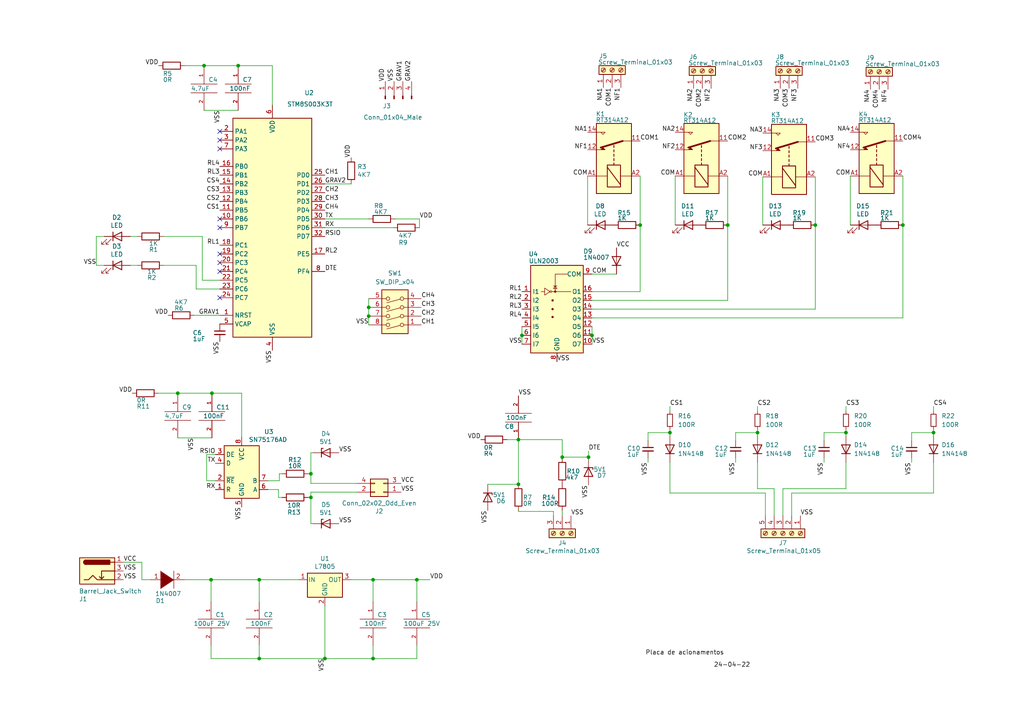
<source format=kicad_sch>
(kicad_sch (version 20211123) (generator eeschema)

  (uuid ee41cb8e-512d-41d2-81e1-3c50fff32aeb)

  (paper "A4")

  (lib_symbols
    (symbol "Connector:Barrel_Jack_Switch" (pin_names hide) (in_bom yes) (on_board yes)
      (property "Reference" "J" (id 0) (at 0 5.334 0)
        (effects (font (size 1.27 1.27)))
      )
      (property "Value" "Barrel_Jack_Switch" (id 1) (at 0 -5.08 0)
        (effects (font (size 1.27 1.27)))
      )
      (property "Footprint" "" (id 2) (at 1.27 -1.016 0)
        (effects (font (size 1.27 1.27)) hide)
      )
      (property "Datasheet" "~" (id 3) (at 1.27 -1.016 0)
        (effects (font (size 1.27 1.27)) hide)
      )
      (property "ki_keywords" "DC power barrel jack connector" (id 4) (at 0 0 0)
        (effects (font (size 1.27 1.27)) hide)
      )
      (property "ki_description" "DC Barrel Jack with an internal switch" (id 5) (at 0 0 0)
        (effects (font (size 1.27 1.27)) hide)
      )
      (property "ki_fp_filters" "BarrelJack*" (id 6) (at 0 0 0)
        (effects (font (size 1.27 1.27)) hide)
      )
      (symbol "Barrel_Jack_Switch_0_1"
        (rectangle (start -5.08 3.81) (end 5.08 -3.81)
          (stroke (width 0.254) (type default) (color 0 0 0 0))
          (fill (type background))
        )
        (arc (start -3.302 3.175) (mid -3.937 2.54) (end -3.302 1.905)
          (stroke (width 0.254) (type default) (color 0 0 0 0))
          (fill (type none))
        )
        (arc (start -3.302 3.175) (mid -3.937 2.54) (end -3.302 1.905)
          (stroke (width 0.254) (type default) (color 0 0 0 0))
          (fill (type outline))
        )
        (polyline
          (pts
            (xy 1.27 -2.286)
            (xy 1.905 -1.651)
          )
          (stroke (width 0.254) (type default) (color 0 0 0 0))
          (fill (type none))
        )
        (polyline
          (pts
            (xy 5.08 2.54)
            (xy 3.81 2.54)
          )
          (stroke (width 0.254) (type default) (color 0 0 0 0))
          (fill (type none))
        )
        (polyline
          (pts
            (xy 5.08 0)
            (xy 1.27 0)
            (xy 1.27 -2.286)
            (xy 0.635 -1.651)
          )
          (stroke (width 0.254) (type default) (color 0 0 0 0))
          (fill (type none))
        )
        (polyline
          (pts
            (xy -3.81 -2.54)
            (xy -2.54 -2.54)
            (xy -1.27 -1.27)
            (xy 0 -2.54)
            (xy 2.54 -2.54)
            (xy 5.08 -2.54)
          )
          (stroke (width 0.254) (type default) (color 0 0 0 0))
          (fill (type none))
        )
        (rectangle (start 3.683 3.175) (end -3.302 1.905)
          (stroke (width 0.254) (type default) (color 0 0 0 0))
          (fill (type outline))
        )
      )
      (symbol "Barrel_Jack_Switch_1_1"
        (pin passive line (at 7.62 2.54 180) (length 2.54)
          (name "~" (effects (font (size 1.27 1.27))))
          (number "1" (effects (font (size 1.27 1.27))))
        )
        (pin passive line (at 7.62 -2.54 180) (length 2.54)
          (name "~" (effects (font (size 1.27 1.27))))
          (number "2" (effects (font (size 1.27 1.27))))
        )
        (pin passive line (at 7.62 0 180) (length 2.54)
          (name "~" (effects (font (size 1.27 1.27))))
          (number "3" (effects (font (size 1.27 1.27))))
        )
      )
    )
    (symbol "Connector:Conn_01x04_Male" (pin_names (offset 1.016) hide) (in_bom yes) (on_board yes)
      (property "Reference" "J" (id 0) (at 0 5.08 0)
        (effects (font (size 1.27 1.27)))
      )
      (property "Value" "Conn_01x04_Male" (id 1) (at 0 -7.62 0)
        (effects (font (size 1.27 1.27)))
      )
      (property "Footprint" "" (id 2) (at 0 0 0)
        (effects (font (size 1.27 1.27)) hide)
      )
      (property "Datasheet" "~" (id 3) (at 0 0 0)
        (effects (font (size 1.27 1.27)) hide)
      )
      (property "ki_keywords" "connector" (id 4) (at 0 0 0)
        (effects (font (size 1.27 1.27)) hide)
      )
      (property "ki_description" "Generic connector, single row, 01x04, script generated (kicad-library-utils/schlib/autogen/connector/)" (id 5) (at 0 0 0)
        (effects (font (size 1.27 1.27)) hide)
      )
      (property "ki_fp_filters" "Connector*:*_1x??_*" (id 6) (at 0 0 0)
        (effects (font (size 1.27 1.27)) hide)
      )
      (symbol "Conn_01x04_Male_1_1"
        (polyline
          (pts
            (xy 1.27 -5.08)
            (xy 0.8636 -5.08)
          )
          (stroke (width 0.1524) (type default) (color 0 0 0 0))
          (fill (type none))
        )
        (polyline
          (pts
            (xy 1.27 -2.54)
            (xy 0.8636 -2.54)
          )
          (stroke (width 0.1524) (type default) (color 0 0 0 0))
          (fill (type none))
        )
        (polyline
          (pts
            (xy 1.27 0)
            (xy 0.8636 0)
          )
          (stroke (width 0.1524) (type default) (color 0 0 0 0))
          (fill (type none))
        )
        (polyline
          (pts
            (xy 1.27 2.54)
            (xy 0.8636 2.54)
          )
          (stroke (width 0.1524) (type default) (color 0 0 0 0))
          (fill (type none))
        )
        (rectangle (start 0.8636 -4.953) (end 0 -5.207)
          (stroke (width 0.1524) (type default) (color 0 0 0 0))
          (fill (type outline))
        )
        (rectangle (start 0.8636 -2.413) (end 0 -2.667)
          (stroke (width 0.1524) (type default) (color 0 0 0 0))
          (fill (type outline))
        )
        (rectangle (start 0.8636 0.127) (end 0 -0.127)
          (stroke (width 0.1524) (type default) (color 0 0 0 0))
          (fill (type outline))
        )
        (rectangle (start 0.8636 2.667) (end 0 2.413)
          (stroke (width 0.1524) (type default) (color 0 0 0 0))
          (fill (type outline))
        )
        (pin passive line (at 5.08 2.54 180) (length 3.81)
          (name "Pin_1" (effects (font (size 1.27 1.27))))
          (number "1" (effects (font (size 1.27 1.27))))
        )
        (pin passive line (at 5.08 0 180) (length 3.81)
          (name "Pin_2" (effects (font (size 1.27 1.27))))
          (number "2" (effects (font (size 1.27 1.27))))
        )
        (pin passive line (at 5.08 -2.54 180) (length 3.81)
          (name "Pin_3" (effects (font (size 1.27 1.27))))
          (number "3" (effects (font (size 1.27 1.27))))
        )
        (pin passive line (at 5.08 -5.08 180) (length 3.81)
          (name "Pin_4" (effects (font (size 1.27 1.27))))
          (number "4" (effects (font (size 1.27 1.27))))
        )
      )
    )
    (symbol "Connector:Screw_Terminal_01x03" (pin_names (offset 1.016) hide) (in_bom yes) (on_board yes)
      (property "Reference" "J" (id 0) (at 0 5.08 0)
        (effects (font (size 1.27 1.27)))
      )
      (property "Value" "Screw_Terminal_01x03" (id 1) (at 0 -5.08 0)
        (effects (font (size 1.27 1.27)))
      )
      (property "Footprint" "" (id 2) (at 0 0 0)
        (effects (font (size 1.27 1.27)) hide)
      )
      (property "Datasheet" "~" (id 3) (at 0 0 0)
        (effects (font (size 1.27 1.27)) hide)
      )
      (property "ki_keywords" "screw terminal" (id 4) (at 0 0 0)
        (effects (font (size 1.27 1.27)) hide)
      )
      (property "ki_description" "Generic screw terminal, single row, 01x03, script generated (kicad-library-utils/schlib/autogen/connector/)" (id 5) (at 0 0 0)
        (effects (font (size 1.27 1.27)) hide)
      )
      (property "ki_fp_filters" "TerminalBlock*:*" (id 6) (at 0 0 0)
        (effects (font (size 1.27 1.27)) hide)
      )
      (symbol "Screw_Terminal_01x03_1_1"
        (rectangle (start -1.27 3.81) (end 1.27 -3.81)
          (stroke (width 0.254) (type default) (color 0 0 0 0))
          (fill (type background))
        )
        (circle (center 0 -2.54) (radius 0.635)
          (stroke (width 0.1524) (type default) (color 0 0 0 0))
          (fill (type none))
        )
        (polyline
          (pts
            (xy -0.5334 -2.2098)
            (xy 0.3302 -3.048)
          )
          (stroke (width 0.1524) (type default) (color 0 0 0 0))
          (fill (type none))
        )
        (polyline
          (pts
            (xy -0.5334 0.3302)
            (xy 0.3302 -0.508)
          )
          (stroke (width 0.1524) (type default) (color 0 0 0 0))
          (fill (type none))
        )
        (polyline
          (pts
            (xy -0.5334 2.8702)
            (xy 0.3302 2.032)
          )
          (stroke (width 0.1524) (type default) (color 0 0 0 0))
          (fill (type none))
        )
        (polyline
          (pts
            (xy -0.3556 -2.032)
            (xy 0.508 -2.8702)
          )
          (stroke (width 0.1524) (type default) (color 0 0 0 0))
          (fill (type none))
        )
        (polyline
          (pts
            (xy -0.3556 0.508)
            (xy 0.508 -0.3302)
          )
          (stroke (width 0.1524) (type default) (color 0 0 0 0))
          (fill (type none))
        )
        (polyline
          (pts
            (xy -0.3556 3.048)
            (xy 0.508 2.2098)
          )
          (stroke (width 0.1524) (type default) (color 0 0 0 0))
          (fill (type none))
        )
        (circle (center 0 0) (radius 0.635)
          (stroke (width 0.1524) (type default) (color 0 0 0 0))
          (fill (type none))
        )
        (circle (center 0 2.54) (radius 0.635)
          (stroke (width 0.1524) (type default) (color 0 0 0 0))
          (fill (type none))
        )
        (pin passive line (at -5.08 2.54 0) (length 3.81)
          (name "Pin_1" (effects (font (size 1.27 1.27))))
          (number "1" (effects (font (size 1.27 1.27))))
        )
        (pin passive line (at -5.08 0 0) (length 3.81)
          (name "Pin_2" (effects (font (size 1.27 1.27))))
          (number "2" (effects (font (size 1.27 1.27))))
        )
        (pin passive line (at -5.08 -2.54 0) (length 3.81)
          (name "Pin_3" (effects (font (size 1.27 1.27))))
          (number "3" (effects (font (size 1.27 1.27))))
        )
      )
    )
    (symbol "Connector:Screw_Terminal_01x05" (pin_names (offset 1.016) hide) (in_bom yes) (on_board yes)
      (property "Reference" "J" (id 0) (at 0 7.62 0)
        (effects (font (size 1.27 1.27)))
      )
      (property "Value" "Screw_Terminal_01x05" (id 1) (at 0 -7.62 0)
        (effects (font (size 1.27 1.27)))
      )
      (property "Footprint" "" (id 2) (at 0 0 0)
        (effects (font (size 1.27 1.27)) hide)
      )
      (property "Datasheet" "~" (id 3) (at 0 0 0)
        (effects (font (size 1.27 1.27)) hide)
      )
      (property "ki_keywords" "screw terminal" (id 4) (at 0 0 0)
        (effects (font (size 1.27 1.27)) hide)
      )
      (property "ki_description" "Generic screw terminal, single row, 01x05, script generated (kicad-library-utils/schlib/autogen/connector/)" (id 5) (at 0 0 0)
        (effects (font (size 1.27 1.27)) hide)
      )
      (property "ki_fp_filters" "TerminalBlock*:*" (id 6) (at 0 0 0)
        (effects (font (size 1.27 1.27)) hide)
      )
      (symbol "Screw_Terminal_01x05_1_1"
        (rectangle (start -1.27 6.35) (end 1.27 -6.35)
          (stroke (width 0.254) (type default) (color 0 0 0 0))
          (fill (type background))
        )
        (circle (center 0 -5.08) (radius 0.635)
          (stroke (width 0.1524) (type default) (color 0 0 0 0))
          (fill (type none))
        )
        (circle (center 0 -2.54) (radius 0.635)
          (stroke (width 0.1524) (type default) (color 0 0 0 0))
          (fill (type none))
        )
        (polyline
          (pts
            (xy -0.5334 -4.7498)
            (xy 0.3302 -5.588)
          )
          (stroke (width 0.1524) (type default) (color 0 0 0 0))
          (fill (type none))
        )
        (polyline
          (pts
            (xy -0.5334 -2.2098)
            (xy 0.3302 -3.048)
          )
          (stroke (width 0.1524) (type default) (color 0 0 0 0))
          (fill (type none))
        )
        (polyline
          (pts
            (xy -0.5334 0.3302)
            (xy 0.3302 -0.508)
          )
          (stroke (width 0.1524) (type default) (color 0 0 0 0))
          (fill (type none))
        )
        (polyline
          (pts
            (xy -0.5334 2.8702)
            (xy 0.3302 2.032)
          )
          (stroke (width 0.1524) (type default) (color 0 0 0 0))
          (fill (type none))
        )
        (polyline
          (pts
            (xy -0.5334 5.4102)
            (xy 0.3302 4.572)
          )
          (stroke (width 0.1524) (type default) (color 0 0 0 0))
          (fill (type none))
        )
        (polyline
          (pts
            (xy -0.3556 -4.572)
            (xy 0.508 -5.4102)
          )
          (stroke (width 0.1524) (type default) (color 0 0 0 0))
          (fill (type none))
        )
        (polyline
          (pts
            (xy -0.3556 -2.032)
            (xy 0.508 -2.8702)
          )
          (stroke (width 0.1524) (type default) (color 0 0 0 0))
          (fill (type none))
        )
        (polyline
          (pts
            (xy -0.3556 0.508)
            (xy 0.508 -0.3302)
          )
          (stroke (width 0.1524) (type default) (color 0 0 0 0))
          (fill (type none))
        )
        (polyline
          (pts
            (xy -0.3556 3.048)
            (xy 0.508 2.2098)
          )
          (stroke (width 0.1524) (type default) (color 0 0 0 0))
          (fill (type none))
        )
        (polyline
          (pts
            (xy -0.3556 5.588)
            (xy 0.508 4.7498)
          )
          (stroke (width 0.1524) (type default) (color 0 0 0 0))
          (fill (type none))
        )
        (circle (center 0 0) (radius 0.635)
          (stroke (width 0.1524) (type default) (color 0 0 0 0))
          (fill (type none))
        )
        (circle (center 0 2.54) (radius 0.635)
          (stroke (width 0.1524) (type default) (color 0 0 0 0))
          (fill (type none))
        )
        (circle (center 0 5.08) (radius 0.635)
          (stroke (width 0.1524) (type default) (color 0 0 0 0))
          (fill (type none))
        )
        (pin passive line (at -5.08 5.08 0) (length 3.81)
          (name "Pin_1" (effects (font (size 1.27 1.27))))
          (number "1" (effects (font (size 1.27 1.27))))
        )
        (pin passive line (at -5.08 2.54 0) (length 3.81)
          (name "Pin_2" (effects (font (size 1.27 1.27))))
          (number "2" (effects (font (size 1.27 1.27))))
        )
        (pin passive line (at -5.08 0 0) (length 3.81)
          (name "Pin_3" (effects (font (size 1.27 1.27))))
          (number "3" (effects (font (size 1.27 1.27))))
        )
        (pin passive line (at -5.08 -2.54 0) (length 3.81)
          (name "Pin_4" (effects (font (size 1.27 1.27))))
          (number "4" (effects (font (size 1.27 1.27))))
        )
        (pin passive line (at -5.08 -5.08 0) (length 3.81)
          (name "Pin_5" (effects (font (size 1.27 1.27))))
          (number "5" (effects (font (size 1.27 1.27))))
        )
      )
    )
    (symbol "Connector_Generic:Conn_02x02_Odd_Even" (pin_names (offset 1.016) hide) (in_bom yes) (on_board yes)
      (property "Reference" "J" (id 0) (at 1.27 2.54 0)
        (effects (font (size 1.27 1.27)))
      )
      (property "Value" "Conn_02x02_Odd_Even" (id 1) (at 1.27 -5.08 0)
        (effects (font (size 1.27 1.27)))
      )
      (property "Footprint" "" (id 2) (at 0 0 0)
        (effects (font (size 1.27 1.27)) hide)
      )
      (property "Datasheet" "~" (id 3) (at 0 0 0)
        (effects (font (size 1.27 1.27)) hide)
      )
      (property "ki_keywords" "connector" (id 4) (at 0 0 0)
        (effects (font (size 1.27 1.27)) hide)
      )
      (property "ki_description" "Generic connector, double row, 02x02, odd/even pin numbering scheme (row 1 odd numbers, row 2 even numbers), script generated (kicad-library-utils/schlib/autogen/connector/)" (id 5) (at 0 0 0)
        (effects (font (size 1.27 1.27)) hide)
      )
      (property "ki_fp_filters" "Connector*:*_2x??_*" (id 6) (at 0 0 0)
        (effects (font (size 1.27 1.27)) hide)
      )
      (symbol "Conn_02x02_Odd_Even_1_1"
        (rectangle (start -1.27 -2.413) (end 0 -2.667)
          (stroke (width 0.1524) (type default) (color 0 0 0 0))
          (fill (type none))
        )
        (rectangle (start -1.27 0.127) (end 0 -0.127)
          (stroke (width 0.1524) (type default) (color 0 0 0 0))
          (fill (type none))
        )
        (rectangle (start -1.27 1.27) (end 3.81 -3.81)
          (stroke (width 0.254) (type default) (color 0 0 0 0))
          (fill (type background))
        )
        (rectangle (start 3.81 -2.413) (end 2.54 -2.667)
          (stroke (width 0.1524) (type default) (color 0 0 0 0))
          (fill (type none))
        )
        (rectangle (start 3.81 0.127) (end 2.54 -0.127)
          (stroke (width 0.1524) (type default) (color 0 0 0 0))
          (fill (type none))
        )
        (pin passive line (at -5.08 0 0) (length 3.81)
          (name "Pin_1" (effects (font (size 1.27 1.27))))
          (number "1" (effects (font (size 1.27 1.27))))
        )
        (pin passive line (at 7.62 0 180) (length 3.81)
          (name "Pin_2" (effects (font (size 1.27 1.27))))
          (number "2" (effects (font (size 1.27 1.27))))
        )
        (pin passive line (at -5.08 -2.54 0) (length 3.81)
          (name "Pin_3" (effects (font (size 1.27 1.27))))
          (number "3" (effects (font (size 1.27 1.27))))
        )
        (pin passive line (at 7.62 -2.54 180) (length 3.81)
          (name "Pin_4" (effects (font (size 1.27 1.27))))
          (number "4" (effects (font (size 1.27 1.27))))
        )
      )
    )
    (symbol "Device:C_Small" (pin_numbers hide) (pin_names (offset 0.254) hide) (in_bom yes) (on_board yes)
      (property "Reference" "C" (id 0) (at 0.254 1.778 0)
        (effects (font (size 1.27 1.27)) (justify left))
      )
      (property "Value" "C_Small" (id 1) (at 0.254 -2.032 0)
        (effects (font (size 1.27 1.27)) (justify left))
      )
      (property "Footprint" "" (id 2) (at 0 0 0)
        (effects (font (size 1.27 1.27)) hide)
      )
      (property "Datasheet" "~" (id 3) (at 0 0 0)
        (effects (font (size 1.27 1.27)) hide)
      )
      (property "ki_keywords" "capacitor cap" (id 4) (at 0 0 0)
        (effects (font (size 1.27 1.27)) hide)
      )
      (property "ki_description" "Unpolarized capacitor, small symbol" (id 5) (at 0 0 0)
        (effects (font (size 1.27 1.27)) hide)
      )
      (property "ki_fp_filters" "C_*" (id 6) (at 0 0 0)
        (effects (font (size 1.27 1.27)) hide)
      )
      (symbol "C_Small_0_1"
        (polyline
          (pts
            (xy -1.524 -0.508)
            (xy 1.524 -0.508)
          )
          (stroke (width 0.3302) (type default) (color 0 0 0 0))
          (fill (type none))
        )
        (polyline
          (pts
            (xy -1.524 0.508)
            (xy 1.524 0.508)
          )
          (stroke (width 0.3048) (type default) (color 0 0 0 0))
          (fill (type none))
        )
      )
      (symbol "C_Small_1_1"
        (pin passive line (at 0 2.54 270) (length 2.032)
          (name "~" (effects (font (size 1.27 1.27))))
          (number "1" (effects (font (size 1.27 1.27))))
        )
        (pin passive line (at 0 -2.54 90) (length 2.032)
          (name "~" (effects (font (size 1.27 1.27))))
          (number "2" (effects (font (size 1.27 1.27))))
        )
      )
    )
    (symbol "Device:D_Zener" (pin_numbers hide) (pin_names (offset 1.016) hide) (in_bom yes) (on_board yes)
      (property "Reference" "D" (id 0) (at 0 2.54 0)
        (effects (font (size 1.27 1.27)))
      )
      (property "Value" "D_Zener" (id 1) (at 0 -2.54 0)
        (effects (font (size 1.27 1.27)))
      )
      (property "Footprint" "" (id 2) (at 0 0 0)
        (effects (font (size 1.27 1.27)) hide)
      )
      (property "Datasheet" "~" (id 3) (at 0 0 0)
        (effects (font (size 1.27 1.27)) hide)
      )
      (property "ki_keywords" "diode" (id 4) (at 0 0 0)
        (effects (font (size 1.27 1.27)) hide)
      )
      (property "ki_description" "Zener diode" (id 5) (at 0 0 0)
        (effects (font (size 1.27 1.27)) hide)
      )
      (property "ki_fp_filters" "TO-???* *_Diode_* *SingleDiode* D_*" (id 6) (at 0 0 0)
        (effects (font (size 1.27 1.27)) hide)
      )
      (symbol "D_Zener_0_1"
        (polyline
          (pts
            (xy 1.27 0)
            (xy -1.27 0)
          )
          (stroke (width 0) (type default) (color 0 0 0 0))
          (fill (type none))
        )
        (polyline
          (pts
            (xy -1.27 -1.27)
            (xy -1.27 1.27)
            (xy -0.762 1.27)
          )
          (stroke (width 0.254) (type default) (color 0 0 0 0))
          (fill (type none))
        )
        (polyline
          (pts
            (xy 1.27 -1.27)
            (xy 1.27 1.27)
            (xy -1.27 0)
            (xy 1.27 -1.27)
          )
          (stroke (width 0.254) (type default) (color 0 0 0 0))
          (fill (type none))
        )
      )
      (symbol "D_Zener_1_1"
        (pin passive line (at -3.81 0 0) (length 2.54)
          (name "K" (effects (font (size 1.27 1.27))))
          (number "1" (effects (font (size 1.27 1.27))))
        )
        (pin passive line (at 3.81 0 180) (length 2.54)
          (name "A" (effects (font (size 1.27 1.27))))
          (number "2" (effects (font (size 1.27 1.27))))
        )
      )
    )
    (symbol "Device:LED" (pin_numbers hide) (pin_names (offset 1.016) hide) (in_bom yes) (on_board yes)
      (property "Reference" "D" (id 0) (at 0 2.54 0)
        (effects (font (size 1.27 1.27)))
      )
      (property "Value" "LED" (id 1) (at 0 -2.54 0)
        (effects (font (size 1.27 1.27)))
      )
      (property "Footprint" "" (id 2) (at 0 0 0)
        (effects (font (size 1.27 1.27)) hide)
      )
      (property "Datasheet" "~" (id 3) (at 0 0 0)
        (effects (font (size 1.27 1.27)) hide)
      )
      (property "ki_keywords" "LED diode" (id 4) (at 0 0 0)
        (effects (font (size 1.27 1.27)) hide)
      )
      (property "ki_description" "Light emitting diode" (id 5) (at 0 0 0)
        (effects (font (size 1.27 1.27)) hide)
      )
      (property "ki_fp_filters" "LED* LED_SMD:* LED_THT:*" (id 6) (at 0 0 0)
        (effects (font (size 1.27 1.27)) hide)
      )
      (symbol "LED_0_1"
        (polyline
          (pts
            (xy -1.27 -1.27)
            (xy -1.27 1.27)
          )
          (stroke (width 0.254) (type default) (color 0 0 0 0))
          (fill (type none))
        )
        (polyline
          (pts
            (xy -1.27 0)
            (xy 1.27 0)
          )
          (stroke (width 0) (type default) (color 0 0 0 0))
          (fill (type none))
        )
        (polyline
          (pts
            (xy 1.27 -1.27)
            (xy 1.27 1.27)
            (xy -1.27 0)
            (xy 1.27 -1.27)
          )
          (stroke (width 0.254) (type default) (color 0 0 0 0))
          (fill (type none))
        )
        (polyline
          (pts
            (xy -3.048 -0.762)
            (xy -4.572 -2.286)
            (xy -3.81 -2.286)
            (xy -4.572 -2.286)
            (xy -4.572 -1.524)
          )
          (stroke (width 0) (type default) (color 0 0 0 0))
          (fill (type none))
        )
        (polyline
          (pts
            (xy -1.778 -0.762)
            (xy -3.302 -2.286)
            (xy -2.54 -2.286)
            (xy -3.302 -2.286)
            (xy -3.302 -1.524)
          )
          (stroke (width 0) (type default) (color 0 0 0 0))
          (fill (type none))
        )
      )
      (symbol "LED_1_1"
        (pin passive line (at -3.81 0 0) (length 2.54)
          (name "K" (effects (font (size 1.27 1.27))))
          (number "1" (effects (font (size 1.27 1.27))))
        )
        (pin passive line (at 3.81 0 180) (length 2.54)
          (name "A" (effects (font (size 1.27 1.27))))
          (number "2" (effects (font (size 1.27 1.27))))
        )
      )
    )
    (symbol "Device:R" (pin_numbers hide) (pin_names (offset 0)) (in_bom yes) (on_board yes)
      (property "Reference" "R" (id 0) (at 2.032 0 90)
        (effects (font (size 1.27 1.27)))
      )
      (property "Value" "R" (id 1) (at 0 0 90)
        (effects (font (size 1.27 1.27)))
      )
      (property "Footprint" "" (id 2) (at -1.778 0 90)
        (effects (font (size 1.27 1.27)) hide)
      )
      (property "Datasheet" "~" (id 3) (at 0 0 0)
        (effects (font (size 1.27 1.27)) hide)
      )
      (property "ki_keywords" "R res resistor" (id 4) (at 0 0 0)
        (effects (font (size 1.27 1.27)) hide)
      )
      (property "ki_description" "Resistor" (id 5) (at 0 0 0)
        (effects (font (size 1.27 1.27)) hide)
      )
      (property "ki_fp_filters" "R_*" (id 6) (at 0 0 0)
        (effects (font (size 1.27 1.27)) hide)
      )
      (symbol "R_0_1"
        (rectangle (start -1.016 -2.54) (end 1.016 2.54)
          (stroke (width 0.254) (type default) (color 0 0 0 0))
          (fill (type none))
        )
      )
      (symbol "R_1_1"
        (pin passive line (at 0 3.81 270) (length 1.27)
          (name "~" (effects (font (size 1.27 1.27))))
          (number "1" (effects (font (size 1.27 1.27))))
        )
        (pin passive line (at 0 -3.81 90) (length 1.27)
          (name "~" (effects (font (size 1.27 1.27))))
          (number "2" (effects (font (size 1.27 1.27))))
        )
      )
    )
    (symbol "Device:R_Small" (pin_numbers hide) (pin_names (offset 0.254) hide) (in_bom yes) (on_board yes)
      (property "Reference" "R" (id 0) (at 0.762 0.508 0)
        (effects (font (size 1.27 1.27)) (justify left))
      )
      (property "Value" "R_Small" (id 1) (at 0.762 -1.016 0)
        (effects (font (size 1.27 1.27)) (justify left))
      )
      (property "Footprint" "" (id 2) (at 0 0 0)
        (effects (font (size 1.27 1.27)) hide)
      )
      (property "Datasheet" "~" (id 3) (at 0 0 0)
        (effects (font (size 1.27 1.27)) hide)
      )
      (property "ki_keywords" "R resistor" (id 4) (at 0 0 0)
        (effects (font (size 1.27 1.27)) hide)
      )
      (property "ki_description" "Resistor, small symbol" (id 5) (at 0 0 0)
        (effects (font (size 1.27 1.27)) hide)
      )
      (property "ki_fp_filters" "R_*" (id 6) (at 0 0 0)
        (effects (font (size 1.27 1.27)) hide)
      )
      (symbol "R_Small_0_1"
        (rectangle (start -0.762 1.778) (end 0.762 -1.778)
          (stroke (width 0.2032) (type default) (color 0 0 0 0))
          (fill (type none))
        )
      )
      (symbol "R_Small_1_1"
        (pin passive line (at 0 2.54 270) (length 0.762)
          (name "~" (effects (font (size 1.27 1.27))))
          (number "1" (effects (font (size 1.27 1.27))))
        )
        (pin passive line (at 0 -2.54 90) (length 0.762)
          (name "~" (effects (font (size 1.27 1.27))))
          (number "2" (effects (font (size 1.27 1.27))))
        )
      )
    )
    (symbol "Diode:1N4007" (pin_numbers hide) (pin_names (offset 1.016) hide) (in_bom yes) (on_board yes)
      (property "Reference" "D" (id 0) (at 0 2.54 0)
        (effects (font (size 1.27 1.27)))
      )
      (property "Value" "1N4007" (id 1) (at 0 -2.54 0)
        (effects (font (size 1.27 1.27)))
      )
      (property "Footprint" "Diode_THT:D_DO-41_SOD81_P10.16mm_Horizontal" (id 2) (at 0 -4.445 0)
        (effects (font (size 1.27 1.27)) hide)
      )
      (property "Datasheet" "http://www.vishay.com/docs/88503/1n4001.pdf" (id 3) (at 0 0 0)
        (effects (font (size 1.27 1.27)) hide)
      )
      (property "ki_keywords" "diode" (id 4) (at 0 0 0)
        (effects (font (size 1.27 1.27)) hide)
      )
      (property "ki_description" "1000V 1A General Purpose Rectifier Diode, DO-41" (id 5) (at 0 0 0)
        (effects (font (size 1.27 1.27)) hide)
      )
      (property "ki_fp_filters" "D*DO?41*" (id 6) (at 0 0 0)
        (effects (font (size 1.27 1.27)) hide)
      )
      (symbol "1N4007_0_1"
        (polyline
          (pts
            (xy -1.27 1.27)
            (xy -1.27 -1.27)
          )
          (stroke (width 0.254) (type default) (color 0 0 0 0))
          (fill (type none))
        )
        (polyline
          (pts
            (xy 1.27 0)
            (xy -1.27 0)
          )
          (stroke (width 0) (type default) (color 0 0 0 0))
          (fill (type none))
        )
        (polyline
          (pts
            (xy 1.27 1.27)
            (xy 1.27 -1.27)
            (xy -1.27 0)
            (xy 1.27 1.27)
          )
          (stroke (width 0.254) (type default) (color 0 0 0 0))
          (fill (type none))
        )
      )
      (symbol "1N4007_1_1"
        (pin passive line (at -3.81 0 0) (length 2.54)
          (name "K" (effects (font (size 1.27 1.27))))
          (number "1" (effects (font (size 1.27 1.27))))
        )
        (pin passive line (at 3.81 0 180) (length 2.54)
          (name "A" (effects (font (size 1.27 1.27))))
          (number "2" (effects (font (size 1.27 1.27))))
        )
      )
    )
    (symbol "Diode:1N4148" (pin_numbers hide) (pin_names (offset 1.016) hide) (in_bom yes) (on_board yes)
      (property "Reference" "D" (id 0) (at 0 2.54 0)
        (effects (font (size 1.27 1.27)))
      )
      (property "Value" "1N4148" (id 1) (at 0 -2.54 0)
        (effects (font (size 1.27 1.27)))
      )
      (property "Footprint" "Diode_THT:D_DO-35_SOD27_P7.62mm_Horizontal" (id 2) (at 0 -4.445 0)
        (effects (font (size 1.27 1.27)) hide)
      )
      (property "Datasheet" "https://assets.nexperia.com/documents/data-sheet/1N4148_1N4448.pdf" (id 3) (at 0 0 0)
        (effects (font (size 1.27 1.27)) hide)
      )
      (property "ki_keywords" "diode" (id 4) (at 0 0 0)
        (effects (font (size 1.27 1.27)) hide)
      )
      (property "ki_description" "100V 0.15A standard switching diode, DO-35" (id 5) (at 0 0 0)
        (effects (font (size 1.27 1.27)) hide)
      )
      (property "ki_fp_filters" "D*DO?35*" (id 6) (at 0 0 0)
        (effects (font (size 1.27 1.27)) hide)
      )
      (symbol "1N4148_0_1"
        (polyline
          (pts
            (xy -1.27 1.27)
            (xy -1.27 -1.27)
          )
          (stroke (width 0.254) (type default) (color 0 0 0 0))
          (fill (type none))
        )
        (polyline
          (pts
            (xy 1.27 0)
            (xy -1.27 0)
          )
          (stroke (width 0) (type default) (color 0 0 0 0))
          (fill (type none))
        )
        (polyline
          (pts
            (xy 1.27 1.27)
            (xy 1.27 -1.27)
            (xy -1.27 0)
            (xy 1.27 1.27)
          )
          (stroke (width 0.254) (type default) (color 0 0 0 0))
          (fill (type none))
        )
      )
      (symbol "1N4148_1_1"
        (pin passive line (at -3.81 0 0) (length 2.54)
          (name "K" (effects (font (size 1.27 1.27))))
          (number "1" (effects (font (size 1.27 1.27))))
        )
        (pin passive line (at 3.81 0 180) (length 2.54)
          (name "A" (effects (font (size 1.27 1.27))))
          (number "2" (effects (font (size 1.27 1.27))))
        )
      )
    )
    (symbol "Interface_UART:SN75176AD" (in_bom yes) (on_board yes)
      (property "Reference" "U" (id 0) (at -4.318 8.89 0)
        (effects (font (size 1.27 1.27)))
      )
      (property "Value" "SN75176AD" (id 1) (at 1.016 8.89 0)
        (effects (font (size 1.27 1.27)) (justify left))
      )
      (property "Footprint" "Package_SO:SOIC-8_3.9x4.9mm_P1.27mm" (id 2) (at 0 -12.7 0)
        (effects (font (size 1.27 1.27)) hide)
      )
      (property "Datasheet" "http://www.ti.com/lit/ds/symlink/sn75176a.pdf" (id 3) (at 40.64 -5.08 0)
        (effects (font (size 1.27 1.27)) hide)
      )
      (property "ki_keywords" "Differential bus transceiver" (id 4) (at 0 0 0)
        (effects (font (size 1.27 1.27)) hide)
      )
      (property "ki_description" "Differential RS-422/RS-485 bus transceiver, SOIC-8" (id 5) (at 0 0 0)
        (effects (font (size 1.27 1.27)) hide)
      )
      (property "ki_fp_filters" "SOIC*3.9x4.9mm*P1.27mm*" (id 6) (at 0 0 0)
        (effects (font (size 1.27 1.27)) hide)
      )
      (symbol "SN75176AD_0_1"
        (rectangle (start -5.08 7.62) (end 5.08 -7.62)
          (stroke (width 0.254) (type default) (color 0 0 0 0))
          (fill (type background))
        )
      )
      (symbol "SN75176AD_1_1"
        (pin output line (at -7.62 -5.08 0) (length 2.54)
          (name "R" (effects (font (size 1.27 1.27))))
          (number "1" (effects (font (size 1.27 1.27))))
        )
        (pin input line (at -7.62 -2.54 0) (length 2.54)
          (name "~{RE}" (effects (font (size 1.27 1.27))))
          (number "2" (effects (font (size 1.27 1.27))))
        )
        (pin input line (at -7.62 5.08 0) (length 2.54)
          (name "DE" (effects (font (size 1.27 1.27))))
          (number "3" (effects (font (size 1.27 1.27))))
        )
        (pin input line (at -7.62 2.54 0) (length 2.54)
          (name "D" (effects (font (size 1.27 1.27))))
          (number "4" (effects (font (size 1.27 1.27))))
        )
        (pin power_in line (at 0 -10.16 90) (length 2.54)
          (name "GND" (effects (font (size 1.27 1.27))))
          (number "5" (effects (font (size 1.27 1.27))))
        )
        (pin bidirectional line (at 7.62 -5.08 180) (length 2.54)
          (name "A" (effects (font (size 1.27 1.27))))
          (number "6" (effects (font (size 1.27 1.27))))
        )
        (pin bidirectional line (at 7.62 -2.54 180) (length 2.54)
          (name "B" (effects (font (size 1.27 1.27))))
          (number "7" (effects (font (size 1.27 1.27))))
        )
        (pin power_in line (at 0 10.16 270) (length 2.54)
          (name "VCC" (effects (font (size 1.27 1.27))))
          (number "8" (effects (font (size 1.27 1.27))))
        )
      )
    )
    (symbol "MCU_ST_STM8:STM8S003K3T" (in_bom yes) (on_board yes)
      (property "Reference" "U" (id 0) (at 1.27 35.56 0)
        (effects (font (size 1.27 1.27)) (justify left))
      )
      (property "Value" "STM8S003K3T" (id 1) (at 1.27 33.02 0)
        (effects (font (size 1.27 1.27)) (justify left))
      )
      (property "Footprint" "Package_QFP:LQFP-32_7x7mm_P0.8mm" (id 2) (at 1.27 38.1 0)
        (effects (font (size 1.27 1.27)) (justify left) hide)
      )
      (property "Datasheet" "http://www.st.com/st-web-ui/static/active/en/resource/technical/document/datasheet/DM00024550.pdf" (id 3) (at 0 0 0)
        (effects (font (size 1.27 1.27)) hide)
      )
      (property "ki_keywords" "STM8 Microcontroller Value Line" (id 4) (at 0 0 0)
        (effects (font (size 1.27 1.27)) hide)
      )
      (property "ki_description" "16MHz, 8K Flash, 1K RAM, 128 EEPROM, LQFP-32" (id 5) (at 0 0 0)
        (effects (font (size 1.27 1.27)) hide)
      )
      (property "ki_fp_filters" "LQFP*7x7mm*P0.8mm*" (id 6) (at 0 0 0)
        (effects (font (size 1.27 1.27)) hide)
      )
      (symbol "STM8S003K3T_0_1"
        (rectangle (start -11.43 31.75) (end 11.43 -31.75)
          (stroke (width 0.254) (type default) (color 0 0 0 0))
          (fill (type background))
        )
      )
      (symbol "STM8S003K3T_1_1"
        (pin input line (at -15.24 -25.4 0) (length 3.81)
          (name "NRST" (effects (font (size 1.27 1.27))))
          (number "1" (effects (font (size 1.27 1.27))))
        )
        (pin bidirectional line (at -15.24 2.54 0) (length 3.81)
          (name "PB6" (effects (font (size 1.27 1.27))))
          (number "10" (effects (font (size 1.27 1.27))))
        )
        (pin bidirectional line (at -15.24 5.08 0) (length 3.81)
          (name "PB5" (effects (font (size 1.27 1.27))))
          (number "11" (effects (font (size 1.27 1.27))))
        )
        (pin bidirectional line (at -15.24 7.62 0) (length 3.81)
          (name "PB4" (effects (font (size 1.27 1.27))))
          (number "12" (effects (font (size 1.27 1.27))))
        )
        (pin bidirectional line (at -15.24 10.16 0) (length 3.81)
          (name "PB3" (effects (font (size 1.27 1.27))))
          (number "13" (effects (font (size 1.27 1.27))))
        )
        (pin bidirectional line (at -15.24 12.7 0) (length 3.81)
          (name "PB2" (effects (font (size 1.27 1.27))))
          (number "14" (effects (font (size 1.27 1.27))))
        )
        (pin bidirectional line (at -15.24 15.24 0) (length 3.81)
          (name "PB1" (effects (font (size 1.27 1.27))))
          (number "15" (effects (font (size 1.27 1.27))))
        )
        (pin bidirectional line (at -15.24 17.78 0) (length 3.81)
          (name "PB0" (effects (font (size 1.27 1.27))))
          (number "16" (effects (font (size 1.27 1.27))))
        )
        (pin bidirectional line (at 15.24 -7.62 180) (length 3.81)
          (name "PE5" (effects (font (size 1.27 1.27))))
          (number "17" (effects (font (size 1.27 1.27))))
        )
        (pin bidirectional line (at -15.24 -5.08 0) (length 3.81)
          (name "PC1" (effects (font (size 1.27 1.27))))
          (number "18" (effects (font (size 1.27 1.27))))
        )
        (pin bidirectional line (at -15.24 -7.62 0) (length 3.81)
          (name "PC2" (effects (font (size 1.27 1.27))))
          (number "19" (effects (font (size 1.27 1.27))))
        )
        (pin bidirectional line (at -15.24 27.94 0) (length 3.81)
          (name "PA1" (effects (font (size 1.27 1.27))))
          (number "2" (effects (font (size 1.27 1.27))))
        )
        (pin bidirectional line (at -15.24 -10.16 0) (length 3.81)
          (name "PC3" (effects (font (size 1.27 1.27))))
          (number "20" (effects (font (size 1.27 1.27))))
        )
        (pin bidirectional line (at -15.24 -12.7 0) (length 3.81)
          (name "PC4" (effects (font (size 1.27 1.27))))
          (number "21" (effects (font (size 1.27 1.27))))
        )
        (pin bidirectional line (at -15.24 -15.24 0) (length 3.81)
          (name "PC5" (effects (font (size 1.27 1.27))))
          (number "22" (effects (font (size 1.27 1.27))))
        )
        (pin bidirectional line (at -15.24 -17.78 0) (length 3.81)
          (name "PC6" (effects (font (size 1.27 1.27))))
          (number "23" (effects (font (size 1.27 1.27))))
        )
        (pin bidirectional line (at -15.24 -20.32 0) (length 3.81)
          (name "PC7" (effects (font (size 1.27 1.27))))
          (number "24" (effects (font (size 1.27 1.27))))
        )
        (pin bidirectional line (at 15.24 15.24 180) (length 3.81)
          (name "PD0" (effects (font (size 1.27 1.27))))
          (number "25" (effects (font (size 1.27 1.27))))
        )
        (pin bidirectional line (at 15.24 12.7 180) (length 3.81)
          (name "PD1" (effects (font (size 1.27 1.27))))
          (number "26" (effects (font (size 1.27 1.27))))
        )
        (pin bidirectional line (at 15.24 10.16 180) (length 3.81)
          (name "PD2" (effects (font (size 1.27 1.27))))
          (number "27" (effects (font (size 1.27 1.27))))
        )
        (pin bidirectional line (at 15.24 7.62 180) (length 3.81)
          (name "PD3" (effects (font (size 1.27 1.27))))
          (number "28" (effects (font (size 1.27 1.27))))
        )
        (pin bidirectional line (at 15.24 5.08 180) (length 3.81)
          (name "PD4" (effects (font (size 1.27 1.27))))
          (number "29" (effects (font (size 1.27 1.27))))
        )
        (pin bidirectional line (at -15.24 25.4 0) (length 3.81)
          (name "PA2" (effects (font (size 1.27 1.27))))
          (number "3" (effects (font (size 1.27 1.27))))
        )
        (pin bidirectional line (at 15.24 2.54 180) (length 3.81)
          (name "PD5" (effects (font (size 1.27 1.27))))
          (number "30" (effects (font (size 1.27 1.27))))
        )
        (pin bidirectional line (at 15.24 0 180) (length 3.81)
          (name "PD6" (effects (font (size 1.27 1.27))))
          (number "31" (effects (font (size 1.27 1.27))))
        )
        (pin bidirectional line (at 15.24 -2.54 180) (length 3.81)
          (name "PD7" (effects (font (size 1.27 1.27))))
          (number "32" (effects (font (size 1.27 1.27))))
        )
        (pin power_in line (at 0 -35.56 90) (length 3.81)
          (name "VSS" (effects (font (size 1.27 1.27))))
          (number "4" (effects (font (size 1.27 1.27))))
        )
        (pin input line (at -15.24 -27.94 0) (length 3.81)
          (name "VCAP" (effects (font (size 1.27 1.27))))
          (number "5" (effects (font (size 1.27 1.27))))
        )
        (pin power_in line (at 0 35.56 270) (length 3.81)
          (name "VDD" (effects (font (size 1.27 1.27))))
          (number "6" (effects (font (size 1.27 1.27))))
        )
        (pin bidirectional line (at -15.24 22.86 0) (length 3.81)
          (name "PA3" (effects (font (size 1.27 1.27))))
          (number "7" (effects (font (size 1.27 1.27))))
        )
        (pin bidirectional line (at 15.24 -12.7 180) (length 3.81)
          (name "PF4" (effects (font (size 1.27 1.27))))
          (number "8" (effects (font (size 1.27 1.27))))
        )
        (pin bidirectional line (at -15.24 0 0) (length 3.81)
          (name "PB7" (effects (font (size 1.27 1.27))))
          (number "9" (effects (font (size 1.27 1.27))))
        )
      )
    )
    (symbol "Regulator_Linear:L7805" (pin_names (offset 0.254)) (in_bom yes) (on_board yes)
      (property "Reference" "U" (id 0) (at -3.81 3.175 0)
        (effects (font (size 1.27 1.27)))
      )
      (property "Value" "L7805" (id 1) (at 0 3.175 0)
        (effects (font (size 1.27 1.27)) (justify left))
      )
      (property "Footprint" "" (id 2) (at 0.635 -3.81 0)
        (effects (font (size 1.27 1.27) italic) (justify left) hide)
      )
      (property "Datasheet" "http://www.st.com/content/ccc/resource/technical/document/datasheet/41/4f/b3/b0/12/d4/47/88/CD00000444.pdf/files/CD00000444.pdf/jcr:content/translations/en.CD00000444.pdf" (id 3) (at 0 -1.27 0)
        (effects (font (size 1.27 1.27)) hide)
      )
      (property "ki_keywords" "Voltage Regulator 1.5A Positive" (id 4) (at 0 0 0)
        (effects (font (size 1.27 1.27)) hide)
      )
      (property "ki_description" "Positive 1.5A 35V Linear Regulator, Fixed Output 5V, TO-220/TO-263/TO-252" (id 5) (at 0 0 0)
        (effects (font (size 1.27 1.27)) hide)
      )
      (property "ki_fp_filters" "TO?252* TO?263* TO?220*" (id 6) (at 0 0 0)
        (effects (font (size 1.27 1.27)) hide)
      )
      (symbol "L7805_0_1"
        (rectangle (start -5.08 1.905) (end 5.08 -5.08)
          (stroke (width 0.254) (type default) (color 0 0 0 0))
          (fill (type background))
        )
      )
      (symbol "L7805_1_1"
        (pin power_in line (at -7.62 0 0) (length 2.54)
          (name "IN" (effects (font (size 1.27 1.27))))
          (number "1" (effects (font (size 1.27 1.27))))
        )
        (pin power_in line (at 0 -7.62 90) (length 2.54)
          (name "GND" (effects (font (size 1.27 1.27))))
          (number "2" (effects (font (size 1.27 1.27))))
        )
        (pin power_out line (at 7.62 0 180) (length 2.54)
          (name "OUT" (effects (font (size 1.27 1.27))))
          (number "3" (effects (font (size 1.27 1.27))))
        )
      )
    )
    (symbol "Relay:RT314A12" (in_bom yes) (on_board yes)
      (property "Reference" "K" (id 0) (at 11.43 3.81 0)
        (effects (font (size 1.27 1.27)) (justify left))
      )
      (property "Value" "RT314A12" (id 1) (at 11.43 1.27 0)
        (effects (font (size 1.27 1.27)) (justify left))
      )
      (property "Footprint" "Relay_THT:Relay_SPDT_Schrack-RT1-16A-FormC_RM5mm" (id 2) (at 39.37 -1.27 0)
        (effects (font (size 1.27 1.27)) hide)
      )
      (property "Datasheet" "https://www.te.com/commerce/DocumentDelivery/DDEController?Action=srchrtrv&DocNm=RT1_bistable&DocType=DS&DocLang=English" (id 3) (at 0 0 0)
        (effects (font (size 1.27 1.27)) hide)
      )
      (property "ki_keywords" "TE SPDT 1P2T CO bistable DC" (id 4) (at 0 0 0)
        (effects (font (size 1.27 1.27)) hide)
      )
      (property "ki_description" "Schrack RT1 relay, bistable single pole dual throw, single DC coil, 12V" (id 5) (at 0 0 0)
        (effects (font (size 1.27 1.27)) hide)
      )
      (property "ki_fp_filters" "Relay*SPDT*Schrack*RT1*16A*FormC*RM5mm*" (id 6) (at 0 0 0)
        (effects (font (size 1.27 1.27)) hide)
      )
      (symbol "RT314A12_0_0"
        (polyline
          (pts
            (xy -2.54 1.905)
            (xy -7.62 -1.905)
          )
          (stroke (width 0.254) (type default) (color 0 0 0 0))
          (fill (type none))
        )
      )
      (symbol "RT314A12_0_1"
        (rectangle (start -10.16 5.08) (end 10.16 -5.08)
          (stroke (width 0.254) (type default) (color 0 0 0 0))
          (fill (type background))
        )
        (rectangle (start -8.255 1.905) (end -1.905 -1.905)
          (stroke (width 0.254) (type default) (color 0 0 0 0))
          (fill (type none))
        )
        (polyline
          (pts
            (xy -5.08 -5.08)
            (xy -5.08 -1.905)
          )
          (stroke (width 0) (type default) (color 0 0 0 0))
          (fill (type none))
        )
        (polyline
          (pts
            (xy -5.08 5.08)
            (xy -5.08 1.905)
          )
          (stroke (width 0) (type default) (color 0 0 0 0))
          (fill (type none))
        )
        (polyline
          (pts
            (xy -1.905 0)
            (xy -1.27 0)
          )
          (stroke (width 0.254) (type default) (color 0 0 0 0))
          (fill (type none))
        )
        (polyline
          (pts
            (xy -0.635 0)
            (xy 0 0)
          )
          (stroke (width 0.254) (type default) (color 0 0 0 0))
          (fill (type none))
        )
        (polyline
          (pts
            (xy 0.635 0)
            (xy 1.27 0)
          )
          (stroke (width 0.254) (type default) (color 0 0 0 0))
          (fill (type none))
        )
        (polyline
          (pts
            (xy 1.905 0)
            (xy 2.54 0)
          )
          (stroke (width 0.254) (type default) (color 0 0 0 0))
          (fill (type none))
        )
        (polyline
          (pts
            (xy 3.175 0)
            (xy 3.81 0)
          )
          (stroke (width 0.254) (type default) (color 0 0 0 0))
          (fill (type none))
        )
        (polyline
          (pts
            (xy 5.08 -2.54)
            (xy 3.175 3.81)
          )
          (stroke (width 0.508) (type default) (color 0 0 0 0))
          (fill (type none))
        )
        (polyline
          (pts
            (xy 5.08 -2.54)
            (xy 5.08 -5.08)
          )
          (stroke (width 0) (type default) (color 0 0 0 0))
          (fill (type none))
        )
        (polyline
          (pts
            (xy 2.54 5.08)
            (xy 2.54 2.54)
            (xy 3.175 3.175)
            (xy 2.54 3.81)
          )
          (stroke (width 0) (type default) (color 0 0 0 0))
          (fill (type outline))
        )
        (polyline
          (pts
            (xy 7.62 5.08)
            (xy 7.62 2.54)
            (xy 6.985 3.175)
            (xy 7.62 3.81)
          )
          (stroke (width 0) (type default) (color 0 0 0 0))
          (fill (type none))
        )
      )
      (symbol "RT314A12_1_1"
        (pin passive line (at 5.08 -7.62 90) (length 2.54)
          (name "~" (effects (font (size 1.27 1.27))))
          (number "11" (effects (font (size 1.27 1.27))))
        )
        (pin passive line (at 2.54 7.62 270) (length 2.54)
          (name "~" (effects (font (size 1.27 1.27))))
          (number "12" (effects (font (size 1.27 1.27))))
        )
        (pin passive line (at 7.62 7.62 270) (length 2.54)
          (name "~" (effects (font (size 1.27 1.27))))
          (number "14" (effects (font (size 1.27 1.27))))
        )
        (pin passive line (at -5.08 7.62 270) (length 2.54)
          (name "~" (effects (font (size 1.27 1.27))))
          (number "A1" (effects (font (size 1.27 1.27))))
        )
        (pin passive line (at -5.08 -7.62 90) (length 2.54)
          (name "~" (effects (font (size 1.27 1.27))))
          (number "A2" (effects (font (size 1.27 1.27))))
        )
      )
    )
    (symbol "Switch:SW_DIP_x04" (pin_names (offset 0) hide) (in_bom yes) (on_board yes)
      (property "Reference" "SW" (id 0) (at 0 8.89 0)
        (effects (font (size 1.27 1.27)))
      )
      (property "Value" "SW_DIP_x04" (id 1) (at 0 -6.35 0)
        (effects (font (size 1.27 1.27)))
      )
      (property "Footprint" "" (id 2) (at 0 0 0)
        (effects (font (size 1.27 1.27)) hide)
      )
      (property "Datasheet" "~" (id 3) (at 0 0 0)
        (effects (font (size 1.27 1.27)) hide)
      )
      (property "ki_keywords" "dip switch" (id 4) (at 0 0 0)
        (effects (font (size 1.27 1.27)) hide)
      )
      (property "ki_description" "4x DIP Switch, Single Pole Single Throw (SPST) switch, small symbol" (id 5) (at 0 0 0)
        (effects (font (size 1.27 1.27)) hide)
      )
      (property "ki_fp_filters" "SW?DIP?x4*" (id 6) (at 0 0 0)
        (effects (font (size 1.27 1.27)) hide)
      )
      (symbol "SW_DIP_x04_0_0"
        (circle (center -2.032 -2.54) (radius 0.508)
          (stroke (width 0) (type default) (color 0 0 0 0))
          (fill (type none))
        )
        (circle (center -2.032 0) (radius 0.508)
          (stroke (width 0) (type default) (color 0 0 0 0))
          (fill (type none))
        )
        (circle (center -2.032 2.54) (radius 0.508)
          (stroke (width 0) (type default) (color 0 0 0 0))
          (fill (type none))
        )
        (circle (center -2.032 5.08) (radius 0.508)
          (stroke (width 0) (type default) (color 0 0 0 0))
          (fill (type none))
        )
        (polyline
          (pts
            (xy -1.524 -2.3876)
            (xy 2.3622 -1.3462)
          )
          (stroke (width 0) (type default) (color 0 0 0 0))
          (fill (type none))
        )
        (polyline
          (pts
            (xy -1.524 0.127)
            (xy 2.3622 1.1684)
          )
          (stroke (width 0) (type default) (color 0 0 0 0))
          (fill (type none))
        )
        (polyline
          (pts
            (xy -1.524 2.667)
            (xy 2.3622 3.7084)
          )
          (stroke (width 0) (type default) (color 0 0 0 0))
          (fill (type none))
        )
        (polyline
          (pts
            (xy -1.524 5.207)
            (xy 2.3622 6.2484)
          )
          (stroke (width 0) (type default) (color 0 0 0 0))
          (fill (type none))
        )
        (circle (center 2.032 -2.54) (radius 0.508)
          (stroke (width 0) (type default) (color 0 0 0 0))
          (fill (type none))
        )
        (circle (center 2.032 0) (radius 0.508)
          (stroke (width 0) (type default) (color 0 0 0 0))
          (fill (type none))
        )
        (circle (center 2.032 2.54) (radius 0.508)
          (stroke (width 0) (type default) (color 0 0 0 0))
          (fill (type none))
        )
        (circle (center 2.032 5.08) (radius 0.508)
          (stroke (width 0) (type default) (color 0 0 0 0))
          (fill (type none))
        )
      )
      (symbol "SW_DIP_x04_0_1"
        (rectangle (start -3.81 7.62) (end 3.81 -5.08)
          (stroke (width 0.254) (type default) (color 0 0 0 0))
          (fill (type background))
        )
      )
      (symbol "SW_DIP_x04_1_1"
        (pin passive line (at -7.62 5.08 0) (length 5.08)
          (name "~" (effects (font (size 1.27 1.27))))
          (number "1" (effects (font (size 1.27 1.27))))
        )
        (pin passive line (at -7.62 2.54 0) (length 5.08)
          (name "~" (effects (font (size 1.27 1.27))))
          (number "2" (effects (font (size 1.27 1.27))))
        )
        (pin passive line (at -7.62 0 0) (length 5.08)
          (name "~" (effects (font (size 1.27 1.27))))
          (number "3" (effects (font (size 1.27 1.27))))
        )
        (pin passive line (at -7.62 -2.54 0) (length 5.08)
          (name "~" (effects (font (size 1.27 1.27))))
          (number "4" (effects (font (size 1.27 1.27))))
        )
        (pin passive line (at 7.62 -2.54 180) (length 5.08)
          (name "~" (effects (font (size 1.27 1.27))))
          (number "5" (effects (font (size 1.27 1.27))))
        )
        (pin passive line (at 7.62 0 180) (length 5.08)
          (name "~" (effects (font (size 1.27 1.27))))
          (number "6" (effects (font (size 1.27 1.27))))
        )
        (pin passive line (at 7.62 2.54 180) (length 5.08)
          (name "~" (effects (font (size 1.27 1.27))))
          (number "7" (effects (font (size 1.27 1.27))))
        )
        (pin passive line (at 7.62 5.08 180) (length 5.08)
          (name "~" (effects (font (size 1.27 1.27))))
          (number "8" (effects (font (size 1.27 1.27))))
        )
      )
    )
    (symbol "Transistor_Array:ULN2003" (in_bom yes) (on_board yes)
      (property "Reference" "U" (id 0) (at 0 15.875 0)
        (effects (font (size 1.27 1.27)))
      )
      (property "Value" "ULN2003" (id 1) (at 0 13.97 0)
        (effects (font (size 1.27 1.27)))
      )
      (property "Footprint" "" (id 2) (at 1.27 -13.97 0)
        (effects (font (size 1.27 1.27)) (justify left) hide)
      )
      (property "Datasheet" "http://www.ti.com/lit/ds/symlink/uln2003a.pdf" (id 3) (at 2.54 -5.08 0)
        (effects (font (size 1.27 1.27)) hide)
      )
      (property "ki_keywords" "darlington transistor array" (id 4) (at 0 0 0)
        (effects (font (size 1.27 1.27)) hide)
      )
      (property "ki_description" "High Voltage, High Current Darlington Transistor Arrays, SOIC16/SOIC16W/DIP16/TSSOP16" (id 5) (at 0 0 0)
        (effects (font (size 1.27 1.27)) hide)
      )
      (property "ki_fp_filters" "DIP*W7.62mm* SOIC*3.9x9.9mm*P1.27mm* SSOP*4.4x5.2mm*P0.65mm* TSSOP*4.4x5mm*P0.65mm* SOIC*W*5.3x10.2mm*P1.27mm*" (id 6) (at 0 0 0)
        (effects (font (size 1.27 1.27)) hide)
      )
      (symbol "ULN2003_0_1"
        (rectangle (start -7.62 -12.7) (end 7.62 12.7)
          (stroke (width 0.254) (type default) (color 0 0 0 0))
          (fill (type background))
        )
        (circle (center -1.778 5.08) (radius 0.254)
          (stroke (width 0) (type default) (color 0 0 0 0))
          (fill (type none))
        )
        (circle (center -1.27 -2.286) (radius 0.254)
          (stroke (width 0) (type default) (color 0 0 0 0))
          (fill (type outline))
        )
        (circle (center -1.27 0) (radius 0.254)
          (stroke (width 0) (type default) (color 0 0 0 0))
          (fill (type outline))
        )
        (circle (center -1.27 2.54) (radius 0.254)
          (stroke (width 0) (type default) (color 0 0 0 0))
          (fill (type outline))
        )
        (circle (center -0.508 5.08) (radius 0.254)
          (stroke (width 0) (type default) (color 0 0 0 0))
          (fill (type outline))
        )
        (polyline
          (pts
            (xy -4.572 5.08)
            (xy -3.556 5.08)
          )
          (stroke (width 0) (type default) (color 0 0 0 0))
          (fill (type none))
        )
        (polyline
          (pts
            (xy -1.524 5.08)
            (xy 4.064 5.08)
          )
          (stroke (width 0) (type default) (color 0 0 0 0))
          (fill (type none))
        )
        (polyline
          (pts
            (xy 0 6.731)
            (xy -1.016 6.731)
          )
          (stroke (width 0) (type default) (color 0 0 0 0))
          (fill (type none))
        )
        (polyline
          (pts
            (xy -0.508 5.08)
            (xy -0.508 10.16)
            (xy 2.921 10.16)
          )
          (stroke (width 0) (type default) (color 0 0 0 0))
          (fill (type none))
        )
        (polyline
          (pts
            (xy -3.556 6.096)
            (xy -3.556 4.064)
            (xy -2.032 5.08)
            (xy -3.556 6.096)
          )
          (stroke (width 0) (type default) (color 0 0 0 0))
          (fill (type none))
        )
        (polyline
          (pts
            (xy 0 5.969)
            (xy -1.016 5.969)
            (xy -0.508 6.731)
            (xy 0 5.969)
          )
          (stroke (width 0) (type default) (color 0 0 0 0))
          (fill (type none))
        )
      )
      (symbol "ULN2003_1_1"
        (pin input line (at -10.16 5.08 0) (length 2.54)
          (name "I1" (effects (font (size 1.27 1.27))))
          (number "1" (effects (font (size 1.27 1.27))))
        )
        (pin open_collector line (at 10.16 -10.16 180) (length 2.54)
          (name "O7" (effects (font (size 1.27 1.27))))
          (number "10" (effects (font (size 1.27 1.27))))
        )
        (pin open_collector line (at 10.16 -7.62 180) (length 2.54)
          (name "O6" (effects (font (size 1.27 1.27))))
          (number "11" (effects (font (size 1.27 1.27))))
        )
        (pin open_collector line (at 10.16 -5.08 180) (length 2.54)
          (name "O5" (effects (font (size 1.27 1.27))))
          (number "12" (effects (font (size 1.27 1.27))))
        )
        (pin open_collector line (at 10.16 -2.54 180) (length 2.54)
          (name "O4" (effects (font (size 1.27 1.27))))
          (number "13" (effects (font (size 1.27 1.27))))
        )
        (pin open_collector line (at 10.16 0 180) (length 2.54)
          (name "O3" (effects (font (size 1.27 1.27))))
          (number "14" (effects (font (size 1.27 1.27))))
        )
        (pin open_collector line (at 10.16 2.54 180) (length 2.54)
          (name "O2" (effects (font (size 1.27 1.27))))
          (number "15" (effects (font (size 1.27 1.27))))
        )
        (pin open_collector line (at 10.16 5.08 180) (length 2.54)
          (name "O1" (effects (font (size 1.27 1.27))))
          (number "16" (effects (font (size 1.27 1.27))))
        )
        (pin input line (at -10.16 2.54 0) (length 2.54)
          (name "I2" (effects (font (size 1.27 1.27))))
          (number "2" (effects (font (size 1.27 1.27))))
        )
        (pin input line (at -10.16 0 0) (length 2.54)
          (name "I3" (effects (font (size 1.27 1.27))))
          (number "3" (effects (font (size 1.27 1.27))))
        )
        (pin input line (at -10.16 -2.54 0) (length 2.54)
          (name "I4" (effects (font (size 1.27 1.27))))
          (number "4" (effects (font (size 1.27 1.27))))
        )
        (pin input line (at -10.16 -5.08 0) (length 2.54)
          (name "I5" (effects (font (size 1.27 1.27))))
          (number "5" (effects (font (size 1.27 1.27))))
        )
        (pin input line (at -10.16 -7.62 0) (length 2.54)
          (name "I6" (effects (font (size 1.27 1.27))))
          (number "6" (effects (font (size 1.27 1.27))))
        )
        (pin input line (at -10.16 -10.16 0) (length 2.54)
          (name "I7" (effects (font (size 1.27 1.27))))
          (number "7" (effects (font (size 1.27 1.27))))
        )
        (pin power_in line (at 0 -15.24 90) (length 2.54)
          (name "GND" (effects (font (size 1.27 1.27))))
          (number "8" (effects (font (size 1.27 1.27))))
        )
        (pin passive line (at 10.16 10.16 180) (length 2.54)
          (name "COM" (effects (font (size 1.27 1.27))))
          (number "9" (effects (font (size 1.27 1.27))))
        )
      )
    )
    (symbol "pspice:CAP" (pin_names (offset 0.254)) (in_bom yes) (on_board yes)
      (property "Reference" "C" (id 0) (at 2.54 3.81 90)
        (effects (font (size 1.27 1.27)))
      )
      (property "Value" "CAP" (id 1) (at 2.54 -3.81 90)
        (effects (font (size 1.27 1.27)))
      )
      (property "Footprint" "" (id 2) (at 0 0 0)
        (effects (font (size 1.27 1.27)) hide)
      )
      (property "Datasheet" "~" (id 3) (at 0 0 0)
        (effects (font (size 1.27 1.27)) hide)
      )
      (property "ki_keywords" "simulation" (id 4) (at 0 0 0)
        (effects (font (size 1.27 1.27)) hide)
      )
      (property "ki_description" "Capacitor symbol for simulation only" (id 5) (at 0 0 0)
        (effects (font (size 1.27 1.27)) hide)
      )
      (symbol "CAP_0_1"
        (polyline
          (pts
            (xy -3.81 -1.27)
            (xy 3.81 -1.27)
          )
          (stroke (width 0) (type default) (color 0 0 0 0))
          (fill (type none))
        )
        (polyline
          (pts
            (xy -3.81 1.27)
            (xy 3.81 1.27)
          )
          (stroke (width 0) (type default) (color 0 0 0 0))
          (fill (type none))
        )
      )
      (symbol "CAP_1_1"
        (pin passive line (at 0 6.35 270) (length 5.08)
          (name "~" (effects (font (size 1.016 1.016))))
          (number "1" (effects (font (size 1.016 1.016))))
        )
        (pin passive line (at 0 -6.35 90) (length 5.08)
          (name "~" (effects (font (size 1.016 1.016))))
          (number "2" (effects (font (size 1.016 1.016))))
        )
      )
    )
    (symbol "pspice:DIODE" (pin_names (offset 1.016) hide) (in_bom yes) (on_board yes)
      (property "Reference" "D" (id 0) (at 0 3.81 0)
        (effects (font (size 1.27 1.27)))
      )
      (property "Value" "DIODE" (id 1) (at 0 -4.445 0)
        (effects (font (size 1.27 1.27)))
      )
      (property "Footprint" "" (id 2) (at 0 0 0)
        (effects (font (size 1.27 1.27)) hide)
      )
      (property "Datasheet" "~" (id 3) (at 0 0 0)
        (effects (font (size 1.27 1.27)) hide)
      )
      (property "ki_keywords" "simulation" (id 4) (at 0 0 0)
        (effects (font (size 1.27 1.27)) hide)
      )
      (property "ki_description" "Diode symbol for simulation only. Pin order incompatible with official kicad footprints" (id 5) (at 0 0 0)
        (effects (font (size 1.27 1.27)) hide)
      )
      (symbol "DIODE_0_1"
        (polyline
          (pts
            (xy 1.905 2.54)
            (xy 1.905 -2.54)
          )
          (stroke (width 0) (type default) (color 0 0 0 0))
          (fill (type none))
        )
        (polyline
          (pts
            (xy -1.905 2.54)
            (xy -1.905 -2.54)
            (xy 1.905 0)
          )
          (stroke (width 0) (type default) (color 0 0 0 0))
          (fill (type outline))
        )
      )
      (symbol "DIODE_1_1"
        (pin input line (at -5.08 0 0) (length 3.81)
          (name "K" (effects (font (size 1.27 1.27))))
          (number "1" (effects (font (size 1.27 1.27))))
        )
        (pin input line (at 5.08 0 180) (length 3.81)
          (name "A" (effects (font (size 1.27 1.27))))
          (number "2" (effects (font (size 1.27 1.27))))
        )
      )
    )
  )

  (junction (at 150.368 140.462) (diameter 0) (color 0 0 0 0)
    (uuid 00d56cd9-669e-4c84-b28a-e93c2a3df438)
  )
  (junction (at 69.088 19.05) (diameter 0) (color 0 0 0 0)
    (uuid 18b7e157-ae67-48ad-bd7c-9fef6fe45b22)
  )
  (junction (at 61.468 114.046) (diameter 0) (color 0 0 0 0)
    (uuid 1c68b844-c861-46b7-b734-0242168a4220)
  )
  (junction (at 108.204 168.148) (diameter 0) (color 0 0 0 0)
    (uuid 2d697cf0-e02e-4ed1-a048-a704dab0ee43)
  )
  (junction (at 194.31 125.476) (diameter 0) (color 0 0 0 0)
    (uuid 2eb95971-1909-49d3-b19d-2ea875686824)
  )
  (junction (at 90.17 144.272) (diameter 0) (color 0 0 0 0)
    (uuid 399fc36a-ed5d-44b5-82f7-c6f83d9acc14)
  )
  (junction (at 120.904 168.148) (diameter 0) (color 0 0 0 0)
    (uuid 5487601b-81d3-4c70-8f3d-cf9df9c63302)
  )
  (junction (at 171.704 97.282) (diameter 0) (color 0 0 0 0)
    (uuid 580d3a6a-00c4-4b2f-b8af-172ab912e441)
  )
  (junction (at 108.204 191.008) (diameter 0) (color 0 0 0 0)
    (uuid 592f25e6-a01b-47fd-8172-3da01117d00a)
  )
  (junction (at 163.068 132.588) (diameter 0) (color 0 0 0 0)
    (uuid 62707029-b906-457a-9551-76c99de765c1)
  )
  (junction (at 151.384 97.282) (diameter 0) (color 0 0 0 0)
    (uuid 68ccbeeb-a1be-4e2d-851b-5429807d94c2)
  )
  (junction (at 211.074 65.278) (diameter 0) (color 0 0 0 0)
    (uuid 7852a8a5-b600-4159-9daf-fa3f46e84948)
  )
  (junction (at 185.674 65.278) (diameter 0) (color 0 0 0 0)
    (uuid 80f14508-a14e-45c1-9422-8f6510dfcdff)
  )
  (junction (at 94.234 191.008) (diameter 0) (color 0 0 0 0)
    (uuid 81a15393-727e-448b-a777-b18773023d89)
  )
  (junction (at 61.214 168.148) (diameter 0) (color 0 0 0 0)
    (uuid 89e83c2e-e90a-4a50-b278-880bac0cfb49)
  )
  (junction (at 90.17 137.414) (diameter 0) (color 0 0 0 0)
    (uuid 8fc062a7-114d-48eb-a8f8-71128838f380)
  )
  (junction (at 261.874 65.278) (diameter 0) (color 0 0 0 0)
    (uuid 91dee8b4-d560-4d4f-9b0d-d260557c4603)
  )
  (junction (at 106.934 89.154) (diameter 0) (color 0 0 0 0)
    (uuid aa41cfd1-5a87-4282-ab91-2b3e4f9bd96c)
  )
  (junction (at 245.364 125.476) (diameter 0) (color 0 0 0 0)
    (uuid ac138237-f9ba-4f22-84bd-a23d4e8e392e)
  )
  (junction (at 150.368 127.508) (diameter 0) (color 0 0 0 0)
    (uuid ac2de25c-380e-47e5-bfa6-3ee1ddc73905)
  )
  (junction (at 75.184 168.148) (diameter 0) (color 0 0 0 0)
    (uuid afd38b10-2eca-4abe-aed1-a96fb07ffdbe)
  )
  (junction (at 219.71 125.476) (diameter 0) (color 0 0 0 0)
    (uuid b4c0c7bc-cc59-4176-a2a5-06ae1ca6ff29)
  )
  (junction (at 236.474 65.278) (diameter 0) (color 0 0 0 0)
    (uuid be7a2e6b-8f42-4a47-b411-9a7a13770635)
  )
  (junction (at 106.934 91.694) (diameter 0) (color 0 0 0 0)
    (uuid c19d216f-a181-4b23-955f-3ce886db3dc5)
  )
  (junction (at 170.688 132.588) (diameter 0) (color 0 0 0 0)
    (uuid d6560ec2-14f9-4e4a-b8e5-345441b3e882)
  )
  (junction (at 51.562 114.046) (diameter 0) (color 0 0 0 0)
    (uuid e0f06b5c-de63-4833-a591-ca9e19217a35)
  )
  (junction (at 59.182 19.05) (diameter 0) (color 0 0 0 0)
    (uuid e4aa537c-eb9d-4dbb-ac87-fae46af42391)
  )
  (junction (at 75.184 191.008) (diameter 0) (color 0 0 0 0)
    (uuid ec5c2062-3a41-4636-8803-069e60a1641a)
  )
  (junction (at 270.764 125.476) (diameter 0) (color 0 0 0 0)
    (uuid ed381ba7-d63a-4afe-94f7-99dbe56879ca)
  )

  (no_connect (at 63.754 40.64) (uuid 2df2de6a-b7cc-458e-b541-ae77a36196e6))
  (no_connect (at 63.754 43.18) (uuid 477892a1-722e-4cda-bb6c-fcdb8ba5f93e))
  (no_connect (at 63.754 38.1) (uuid 4d586a18-26c5-441e-a9ff-8125ee516126))
  (no_connect (at 63.754 76.2) (uuid 6dbba95e-4eac-465d-bb85-7ac3fb88df73))
  (no_connect (at 63.754 86.36) (uuid 6dbba95e-4eac-465d-bb85-7ac3fb88df74))
  (no_connect (at 63.754 78.74) (uuid 6dbba95e-4eac-465d-bb85-7ac3fb88df75))
  (no_connect (at 63.754 63.5) (uuid 6dbba95e-4eac-465d-bb85-7ac3fb88df76))
  (no_connect (at 63.754 66.04) (uuid 6dbba95e-4eac-465d-bb85-7ac3fb88df77))
  (no_connect (at 63.754 73.66) (uuid 6dbba95e-4eac-465d-bb85-7ac3fb88df78))

  (wire (pts (xy 30.226 68.58) (xy 27.94 68.58))
    (stroke (width 0) (type default) (color 0 0 0 0))
    (uuid 009b5465-0a65-4237-93e7-eb65321eeb18)
  )
  (wire (pts (xy 37.846 76.962) (xy 39.878 76.962))
    (stroke (width 0) (type default) (color 0 0 0 0))
    (uuid 00f3ea8b-8a54-4e56-84ff-d98f6c00496c)
  )
  (wire (pts (xy 61.468 114.046) (xy 70.104 114.046))
    (stroke (width 0) (type default) (color 0 0 0 0))
    (uuid 014be2d6-ffe7-4a51-abde-fe976d3833f8)
  )
  (wire (pts (xy 61.214 168.148) (xy 61.214 174.498))
    (stroke (width 0) (type default) (color 0 0 0 0))
    (uuid 0325ec43-0390-4ae2-b055-b1ec6ce17b1c)
  )
  (wire (pts (xy 219.71 117.856) (xy 219.71 119.38))
    (stroke (width 0) (type default) (color 0 0 0 0))
    (uuid 05074675-ae25-479b-8a3a-6a8544dbb454)
  )
  (wire (pts (xy 163.068 127.508) (xy 150.368 127.508))
    (stroke (width 0) (type default) (color 0 0 0 0))
    (uuid 06848076-a73f-4abf-9483-f741ba7ad27f)
  )
  (wire (pts (xy 90.17 144.272) (xy 90.17 151.892))
    (stroke (width 0) (type default) (color 0 0 0 0))
    (uuid 088f77ba-fca9-42b3-876e-a6937267f957)
  )
  (wire (pts (xy 51.562 114.046) (xy 61.468 114.046))
    (stroke (width 0) (type default) (color 0 0 0 0))
    (uuid 0ae82096-0994-4fb0-9a2a-d4ac4804abac)
  )
  (wire (pts (xy 171.704 79.502) (xy 178.816 79.502))
    (stroke (width 0) (type default) (color 0 0 0 0))
    (uuid 0e2b4c97-a564-4363-8cc9-3ff57136fa61)
  )
  (wire (pts (xy 171.704 87.122) (xy 211.074 87.122))
    (stroke (width 0) (type default) (color 0 0 0 0))
    (uuid 0f09af4c-f86c-4e76-a987-f2511033f728)
  )
  (wire (pts (xy 114.554 63.5) (xy 121.666 63.5))
    (stroke (width 0) (type default) (color 0 0 0 0))
    (uuid 0fd35a3e-b394-4aae-875a-fac843f9cbb7)
  )
  (wire (pts (xy 51.562 114.046) (xy 51.562 114.3))
    (stroke (width 0) (type default) (color 0 0 0 0))
    (uuid 0fdc6f30-77bc-4e9b-8665-c8aa9acf5bf9)
  )
  (wire (pts (xy 70.104 126.746) (xy 70.104 114.046))
    (stroke (width 0) (type default) (color 0 0 0 0))
    (uuid 1199146e-a60b-416a-b503-e77d6d2892f9)
  )
  (wire (pts (xy 236.474 65.278) (xy 236.474 89.662))
    (stroke (width 0) (type default) (color 0 0 0 0))
    (uuid 14b02a0b-a248-4799-8da2-d7dab8416eac)
  )
  (wire (pts (xy 90.17 142.748) (xy 103.632 142.748))
    (stroke (width 0) (type default) (color 0 0 0 0))
    (uuid 155b0b7c-70b4-4a26-a550-bac13cab0aa4)
  )
  (wire (pts (xy 187.96 127.762) (xy 187.96 125.476))
    (stroke (width 0) (type default) (color 0 0 0 0))
    (uuid 158879a3-0a24-4d84-a04a-587f802a910f)
  )
  (wire (pts (xy 246.634 51.054) (xy 246.634 65.278))
    (stroke (width 0) (type default) (color 0 0 0 0))
    (uuid 1a9a7440-64ae-4142-ac73-0e68d6c20642)
  )
  (wire (pts (xy 195.834 51.054) (xy 195.834 65.278))
    (stroke (width 0) (type default) (color 0 0 0 0))
    (uuid 1bf471bf-fcba-4ab8-ae9e-0bc9226e294c)
  )
  (wire (pts (xy 245.364 141.732) (xy 227.076 141.732))
    (stroke (width 0) (type default) (color 0 0 0 0))
    (uuid 1e10c9d6-b7b5-4232-8729-74455f32d4ab)
  )
  (wire (pts (xy 90.17 142.748) (xy 90.17 144.272))
    (stroke (width 0) (type default) (color 0 0 0 0))
    (uuid 1fa508ef-df83-4c99-846b-9acf535b3ad9)
  )
  (wire (pts (xy 120.904 174.498) (xy 120.904 168.148))
    (stroke (width 0) (type default) (color 0 0 0 0))
    (uuid 20cca02e-4c4d-4961-b6b4-b40a1731b220)
  )
  (wire (pts (xy 27.94 68.58) (xy 27.94 76.962))
    (stroke (width 0) (type default) (color 0 0 0 0))
    (uuid 221bef83-3ea7-4d3f-adeb-53a8a07c6273)
  )
  (wire (pts (xy 264.414 127.762) (xy 264.414 125.476))
    (stroke (width 0) (type default) (color 0 0 0 0))
    (uuid 2295a411-8b7a-4061-b01d-f70930adad6a)
  )
  (wire (pts (xy 43.434 168.148) (xy 41.148 168.148))
    (stroke (width 0) (type default) (color 0 0 0 0))
    (uuid 22999e73-da32-43a5-9163-4b3a41614f25)
  )
  (wire (pts (xy 108.204 168.148) (xy 120.904 168.148))
    (stroke (width 0) (type default) (color 0 0 0 0))
    (uuid 240c10af-51b5-420e-a6f4-a2c8f5db1db5)
  )
  (wire (pts (xy 245.364 125.476) (xy 245.364 126.492))
    (stroke (width 0) (type default) (color 0 0 0 0))
    (uuid 2494a50e-1ba2-4193-b5d7-3e96f18b7d26)
  )
  (wire (pts (xy 61.214 187.198) (xy 61.214 191.008))
    (stroke (width 0) (type default) (color 0 0 0 0))
    (uuid 262f1ea9-0133-4b43-be36-456207ea857c)
  )
  (wire (pts (xy 80.772 144.272) (xy 81.788 144.272))
    (stroke (width 0) (type default) (color 0 0 0 0))
    (uuid 26801cfb-b53b-4a6a-a2f4-5f4986565765)
  )
  (wire (pts (xy 219.71 124.46) (xy 219.71 125.476))
    (stroke (width 0) (type default) (color 0 0 0 0))
    (uuid 2720a3d7-605f-4ccb-be2e-92c25cd7a475)
  )
  (wire (pts (xy 245.364 134.112) (xy 245.364 141.732))
    (stroke (width 0) (type default) (color 0 0 0 0))
    (uuid 2858c21f-6c97-46c4-8a1d-c2a42ada48ca)
  )
  (wire (pts (xy 150.368 127.762) (xy 150.368 140.462))
    (stroke (width 0) (type default) (color 0 0 0 0))
    (uuid 2c499db8-5da1-4e34-b686-1aac893a0c2d)
  )
  (wire (pts (xy 81.026 139.446) (xy 81.026 137.414))
    (stroke (width 0) (type default) (color 0 0 0 0))
    (uuid 34cdc1c9-c9e2-44c4-9677-c1c7d7efd83d)
  )
  (wire (pts (xy 219.71 141.732) (xy 219.71 134.112))
    (stroke (width 0) (type default) (color 0 0 0 0))
    (uuid 35f6ec10-2207-49e6-b368-11a114da931d)
  )
  (wire (pts (xy 224.536 149.606) (xy 224.536 141.732))
    (stroke (width 0) (type default) (color 0 0 0 0))
    (uuid 365495d3-2bb4-4eba-9ec2-dd6daccae95d)
  )
  (wire (pts (xy 170.434 51.054) (xy 170.434 65.278))
    (stroke (width 0) (type default) (color 0 0 0 0))
    (uuid 3b559351-bcbd-46fb-9b1e-ffd105abb523)
  )
  (wire (pts (xy 101.854 168.148) (xy 108.204 168.148))
    (stroke (width 0) (type default) (color 0 0 0 0))
    (uuid 40b14a16-fb82-4b9d-89dd-55cd98abb5cc)
  )
  (wire (pts (xy 45.974 114.046) (xy 51.562 114.046))
    (stroke (width 0) (type default) (color 0 0 0 0))
    (uuid 4107d40a-e5df-4255-aacc-13f9928e090c)
  )
  (wire (pts (xy 63.754 81.28) (xy 58.674 81.28))
    (stroke (width 0) (type default) (color 0 0 0 0))
    (uuid 41842c50-9831-465d-8551-cb651b7a7bb7)
  )
  (wire (pts (xy 211.074 51.054) (xy 211.074 65.278))
    (stroke (width 0) (type default) (color 0 0 0 0))
    (uuid 43663bcc-cf7c-40d2-9368-88121db23dfd)
  )
  (wire (pts (xy 171.704 97.282) (xy 171.704 99.822))
    (stroke (width 0) (type default) (color 0 0 0 0))
    (uuid 446cbc34-1fc5-4579-bc04-9569ee8852ac)
  )
  (wire (pts (xy 261.874 51.054) (xy 261.874 65.278))
    (stroke (width 0) (type default) (color 0 0 0 0))
    (uuid 468b9dfd-0d0d-4319-b68b-fa972c592530)
  )
  (wire (pts (xy 187.96 125.476) (xy 194.31 125.476))
    (stroke (width 0) (type default) (color 0 0 0 0))
    (uuid 4d06b992-9bc2-459e-aa4f-2e62814473a2)
  )
  (wire (pts (xy 170.688 133.096) (xy 170.688 132.588))
    (stroke (width 0) (type default) (color 0 0 0 0))
    (uuid 4e554974-a2e8-4770-ad47-17264295dcf4)
  )
  (wire (pts (xy 171.704 92.202) (xy 261.874 92.202))
    (stroke (width 0) (type default) (color 0 0 0 0))
    (uuid 4ebe975c-9c84-48e3-902e-ca00626532e2)
  )
  (wire (pts (xy 89.408 144.272) (xy 90.17 144.272))
    (stroke (width 0) (type default) (color 0 0 0 0))
    (uuid 4f411f68-04bd-4175-a406-bcaa4cf6601e)
  )
  (wire (pts (xy 108.204 187.198) (xy 108.204 191.008))
    (stroke (width 0) (type default) (color 0 0 0 0))
    (uuid 503dbd88-3e6b-48cc-a2ea-a6e28b52a1f7)
  )
  (wire (pts (xy 171.704 94.742) (xy 171.704 97.282))
    (stroke (width 0) (type default) (color 0 0 0 0))
    (uuid 530a0722-6d3f-4970-a08a-23c6bbf63d97)
  )
  (wire (pts (xy 75.184 168.148) (xy 75.184 174.498))
    (stroke (width 0) (type default) (color 0 0 0 0))
    (uuid 576c6616-e95d-4f1e-8ead-dea30fcdc8c2)
  )
  (wire (pts (xy 106.934 91.694) (xy 106.934 94.234))
    (stroke (width 0) (type default) (color 0 0 0 0))
    (uuid 5920431d-6ddf-4516-ad83-cc7ea0a94ace)
  )
  (wire (pts (xy 75.184 191.008) (xy 94.234 191.008))
    (stroke (width 0) (type default) (color 0 0 0 0))
    (uuid 5edcefbe-9766-42c8-9529-28d0ec865573)
  )
  (wire (pts (xy 78.994 19.05) (xy 78.994 30.48))
    (stroke (width 0) (type default) (color 0 0 0 0))
    (uuid 5fc9acb6-6dbb-4598-825b-4b9e7c4c67c4)
  )
  (wire (pts (xy 221.234 51.308) (xy 221.234 65.278))
    (stroke (width 0) (type default) (color 0 0 0 0))
    (uuid 60594984-545f-4d26-95e2-ff787807da33)
  )
  (wire (pts (xy 221.996 149.606) (xy 221.996 143.002))
    (stroke (width 0) (type default) (color 0 0 0 0))
    (uuid 6260cb3e-5f0d-4dd8-8cf9-9202932bb200)
  )
  (wire (pts (xy 213.36 127.762) (xy 213.36 125.476))
    (stroke (width 0) (type default) (color 0 0 0 0))
    (uuid 6304bd1f-2571-4fdf-96e0-ce5e22b5349f)
  )
  (wire (pts (xy 221.996 143.002) (xy 194.31 143.002))
    (stroke (width 0) (type default) (color 0 0 0 0))
    (uuid 646c146d-35d8-4a7c-8966-45077f5d6f7d)
  )
  (wire (pts (xy 94.234 191.008) (xy 108.204 191.008))
    (stroke (width 0) (type default) (color 0 0 0 0))
    (uuid 658dad07-97fd-466c-8b49-21892ac96ea4)
  )
  (wire (pts (xy 171.704 89.662) (xy 236.474 89.662))
    (stroke (width 0) (type default) (color 0 0 0 0))
    (uuid 6830514c-f7b3-4fb5-beb7-7ea61c691bef)
  )
  (wire (pts (xy 59.944 139.446) (xy 62.484 139.446))
    (stroke (width 0) (type default) (color 0 0 0 0))
    (uuid 6bd115d6-07e0-45db-8f2e-3cbb0429104f)
  )
  (wire (pts (xy 171.704 84.582) (xy 185.674 84.582))
    (stroke (width 0) (type default) (color 0 0 0 0))
    (uuid 6bf399cb-917a-4104-8c73-8252d788f9aa)
  )
  (wire (pts (xy 69.088 19.05) (xy 69.088 19.304))
    (stroke (width 0) (type default) (color 0 0 0 0))
    (uuid 6d1d60ff-408a-47a7-892f-c5cf9ef6ca75)
  )
  (wire (pts (xy 90.17 137.414) (xy 90.17 131.318))
    (stroke (width 0) (type default) (color 0 0 0 0))
    (uuid 6f80f798-dc24-438f-a1eb-4ee2936267c8)
  )
  (wire (pts (xy 90.17 151.892) (xy 90.678 151.892))
    (stroke (width 0) (type default) (color 0 0 0 0))
    (uuid 71989e06-8659-4605-b2da-4f729cc41263)
  )
  (wire (pts (xy 94.234 66.04) (xy 114.046 66.04))
    (stroke (width 0) (type default) (color 0 0 0 0))
    (uuid 71c6e723-673c-45a9-a0e4-9742220c52a3)
  )
  (wire (pts (xy 75.184 191.008) (xy 75.184 187.198))
    (stroke (width 0) (type default) (color 0 0 0 0))
    (uuid 721d1be9-236e-470b-ba69-f1cc6c43faf9)
  )
  (wire (pts (xy 163.068 132.588) (xy 163.068 127.508))
    (stroke (width 0) (type default) (color 0 0 0 0))
    (uuid 76a7ef15-de7e-4c29-9dda-7490e552fcde)
  )
  (wire (pts (xy 56.896 83.82) (xy 56.896 76.962))
    (stroke (width 0) (type default) (color 0 0 0 0))
    (uuid 779eef51-de5b-4dea-9b7f-cdb1d37ff1b3)
  )
  (wire (pts (xy 61.214 168.148) (xy 75.184 168.148))
    (stroke (width 0) (type default) (color 0 0 0 0))
    (uuid 7b044939-8c4d-444f-b9e0-a15fcdeb5a86)
  )
  (wire (pts (xy 58.674 81.28) (xy 58.674 68.58))
    (stroke (width 0) (type default) (color 0 0 0 0))
    (uuid 7bb19dcc-a428-4745-8be0-5951d9511a11)
  )
  (wire (pts (xy 187.96 132.842) (xy 187.96 134.112))
    (stroke (width 0) (type default) (color 0 0 0 0))
    (uuid 7ecc2285-9cd5-4151-b53c-93bd087a543d)
  )
  (wire (pts (xy 150.368 148.336) (xy 150.368 148.082))
    (stroke (width 0) (type default) (color 0 0 0 0))
    (uuid 85e343d5-e554-46fb-b503-5ab3771bb9f0)
  )
  (wire (pts (xy 194.31 125.476) (xy 194.31 126.492))
    (stroke (width 0) (type default) (color 0 0 0 0))
    (uuid 860618fa-48ef-461b-8b71-d892bfb28fee)
  )
  (wire (pts (xy 63.754 83.82) (xy 56.896 83.82))
    (stroke (width 0) (type default) (color 0 0 0 0))
    (uuid 88e11e35-b4bb-4aa4-9597-50a87805b8de)
  )
  (wire (pts (xy 56.388 91.44) (xy 63.754 91.44))
    (stroke (width 0) (type default) (color 0 0 0 0))
    (uuid 8de2d84c-ff45-4d4f-bc49-c166f6ae6b91)
  )
  (wire (pts (xy 151.384 97.282) (xy 151.384 99.822))
    (stroke (width 0) (type default) (color 0 0 0 0))
    (uuid 90d0bbe1-fb93-4bcc-8d9b-b797b400bf33)
  )
  (wire (pts (xy 90.17 140.208) (xy 103.632 140.208))
    (stroke (width 0) (type default) (color 0 0 0 0))
    (uuid 917920ab-0c6e-4927-974d-ef342cdd4f63)
  )
  (wire (pts (xy 53.594 168.148) (xy 61.214 168.148))
    (stroke (width 0) (type default) (color 0 0 0 0))
    (uuid 935f462d-8b1e-4005-9f1e-17f537ab1756)
  )
  (wire (pts (xy 59.182 19.05) (xy 59.182 19.304))
    (stroke (width 0) (type default) (color 0 0 0 0))
    (uuid 970e0f64-111f-41e3-9f5a-fb0d0f6fa101)
  )
  (wire (pts (xy 59.944 131.826) (xy 59.944 139.446))
    (stroke (width 0) (type default) (color 0 0 0 0))
    (uuid 97fe2a5c-4eee-4c7a-9c43-47749b396494)
  )
  (wire (pts (xy 86.614 168.148) (xy 75.184 168.148))
    (stroke (width 0) (type default) (color 0 0 0 0))
    (uuid 997c2f12-73ba-4c01-9ee0-42e37cbab790)
  )
  (wire (pts (xy 224.536 141.732) (xy 219.71 141.732))
    (stroke (width 0) (type default) (color 0 0 0 0))
    (uuid 9b4922fd-50f2-423c-b813-99d848fefcb4)
  )
  (wire (pts (xy 270.764 125.476) (xy 270.764 126.492))
    (stroke (width 0) (type default) (color 0 0 0 0))
    (uuid 9bde58f4-366c-42c4-8f90-fd481eae9b9b)
  )
  (wire (pts (xy 213.36 132.842) (xy 213.36 134.112))
    (stroke (width 0) (type default) (color 0 0 0 0))
    (uuid 9cff69a0-7a9f-47e3-bfa9-6593a9461dd5)
  )
  (wire (pts (xy 106.934 89.154) (xy 106.934 91.694))
    (stroke (width 0) (type default) (color 0 0 0 0))
    (uuid 9ef31d75-3e46-4735-8ef9-bb9591f07338)
  )
  (wire (pts (xy 261.874 65.278) (xy 261.874 92.202))
    (stroke (width 0) (type default) (color 0 0 0 0))
    (uuid a0fbae8a-b31a-48bf-8756-1fc2233bb5ac)
  )
  (wire (pts (xy 120.904 168.148) (xy 124.714 168.148))
    (stroke (width 0) (type default) (color 0 0 0 0))
    (uuid a29f8df0-3fae-4edf-8d9c-bd5a875b13e3)
  )
  (wire (pts (xy 163.068 132.588) (xy 170.688 132.588))
    (stroke (width 0) (type default) (color 0 0 0 0))
    (uuid a42e151c-f42a-478b-88c7-94d8afd76011)
  )
  (wire (pts (xy 69.088 19.05) (xy 78.994 19.05))
    (stroke (width 0) (type default) (color 0 0 0 0))
    (uuid a53767ed-bb28-4f90-abe0-e0ea734812a4)
  )
  (wire (pts (xy 94.234 175.768) (xy 94.234 191.008))
    (stroke (width 0) (type default) (color 0 0 0 0))
    (uuid a5e521b9-814e-4853-a5ac-f158785c6269)
  )
  (wire (pts (xy 213.36 125.476) (xy 219.71 125.476))
    (stroke (width 0) (type default) (color 0 0 0 0))
    (uuid a7f0153b-6a88-41e6-9b1c-c28250a3f202)
  )
  (wire (pts (xy 121.666 63.5) (xy 121.666 66.04))
    (stroke (width 0) (type default) (color 0 0 0 0))
    (uuid a8b4bc7e-da32-4fb8-b71a-d7b47c6f741f)
  )
  (wire (pts (xy 264.414 132.842) (xy 264.414 134.112))
    (stroke (width 0) (type default) (color 0 0 0 0))
    (uuid aa3db178-80f4-4e7d-8ef4-2bd85fd1ddc3)
  )
  (wire (pts (xy 80.772 141.986) (xy 80.772 144.272))
    (stroke (width 0) (type default) (color 0 0 0 0))
    (uuid aa79024d-ca7e-4c24-b127-7df08bbd0c75)
  )
  (wire (pts (xy 106.934 86.614) (xy 106.934 89.154))
    (stroke (width 0) (type default) (color 0 0 0 0))
    (uuid b2cd8cc7-415c-441b-88e9-7b755a906a68)
  )
  (wire (pts (xy 160.528 148.336) (xy 160.528 149.606))
    (stroke (width 0) (type default) (color 0 0 0 0))
    (uuid b459bcf9-d07d-48e4-85a9-975d172dfa07)
  )
  (wire (pts (xy 94.234 53.34) (xy 101.854 53.34))
    (stroke (width 0) (type default) (color 0 0 0 0))
    (uuid b4833916-7a3e-4498-86fb-ec6d13262ffe)
  )
  (wire (pts (xy 27.94 76.962) (xy 30.226 76.962))
    (stroke (width 0) (type default) (color 0 0 0 0))
    (uuid b52d6ff3-fef1-496e-8dd5-ebb89b6bce6a)
  )
  (wire (pts (xy 239.014 132.842) (xy 239.014 134.112))
    (stroke (width 0) (type default) (color 0 0 0 0))
    (uuid b5b7cb2f-abcc-4b7c-a918-f3d42bbe7a21)
  )
  (wire (pts (xy 163.068 148.082) (xy 163.068 149.606))
    (stroke (width 0) (type default) (color 0 0 0 0))
    (uuid b5c32fe9-caec-4290-b27c-cac4ecc540a1)
  )
  (wire (pts (xy 59.182 19.05) (xy 69.088 19.05))
    (stroke (width 0) (type default) (color 0 0 0 0))
    (uuid b6135480-ace6-42b2-9c47-856ef57cded1)
  )
  (wire (pts (xy 239.014 127.762) (xy 239.014 125.476))
    (stroke (width 0) (type default) (color 0 0 0 0))
    (uuid baeca669-7a0d-446e-9c6a-a1d4b2286aab)
  )
  (wire (pts (xy 37.846 68.58) (xy 39.878 68.58))
    (stroke (width 0) (type default) (color 0 0 0 0))
    (uuid bc0dbc57-3ae8-4ce5-a05c-2d6003bba475)
  )
  (wire (pts (xy 150.368 148.336) (xy 160.528 148.336))
    (stroke (width 0) (type default) (color 0 0 0 0))
    (uuid bd04bfa6-ccf6-4367-95aa-91114adcd799)
  )
  (wire (pts (xy 147.066 127.508) (xy 150.368 127.508))
    (stroke (width 0) (type default) (color 0 0 0 0))
    (uuid bee59669-0a6c-4104-ac33-8b21dd85ad2c)
  )
  (wire (pts (xy 245.364 124.46) (xy 245.364 125.476))
    (stroke (width 0) (type default) (color 0 0 0 0))
    (uuid c050b2ab-675e-4491-8032-e8de00fa948c)
  )
  (wire (pts (xy 47.498 76.962) (xy 56.896 76.962))
    (stroke (width 0) (type default) (color 0 0 0 0))
    (uuid c088f712-1abe-4cac-9a8b-d564931395aa)
  )
  (wire (pts (xy 108.204 174.498) (xy 108.204 168.148))
    (stroke (width 0) (type default) (color 0 0 0 0))
    (uuid c09938fd-06b9-4771-9f63-2311626243b3)
  )
  (wire (pts (xy 61.214 191.008) (xy 75.184 191.008))
    (stroke (width 0) (type default) (color 0 0 0 0))
    (uuid c1c799a0-3c93-493a-9ad7-8a0561bc69ee)
  )
  (wire (pts (xy 81.026 137.414) (xy 81.788 137.414))
    (stroke (width 0) (type default) (color 0 0 0 0))
    (uuid c49d23ab-146d-4089-864f-2d22b5b414b9)
  )
  (wire (pts (xy 270.764 143.002) (xy 229.616 143.002))
    (stroke (width 0) (type default) (color 0 0 0 0))
    (uuid c4a32067-5ceb-4148-90a9-cbea68f1ff47)
  )
  (wire (pts (xy 185.674 51.054) (xy 185.674 65.278))
    (stroke (width 0) (type default) (color 0 0 0 0))
    (uuid c68f2ef0-6fc7-4318-b089-c4087e34ee1c)
  )
  (wire (pts (xy 77.724 141.986) (xy 80.772 141.986))
    (stroke (width 0) (type default) (color 0 0 0 0))
    (uuid c7af8405-da2e-4a34-b9b8-518f342f8995)
  )
  (wire (pts (xy 47.498 68.58) (xy 58.674 68.58))
    (stroke (width 0) (type default) (color 0 0 0 0))
    (uuid ca7b0bea-14be-4447-8c2f-3ed3f5f55837)
  )
  (wire (pts (xy 108.204 191.008) (xy 120.904 191.008))
    (stroke (width 0) (type default) (color 0 0 0 0))
    (uuid cb614b23-9af3-4aec-bed8-c1374e001510)
  )
  (wire (pts (xy 219.71 125.476) (xy 219.71 126.492))
    (stroke (width 0) (type default) (color 0 0 0 0))
    (uuid cf1658ed-76cf-4fc6-8afc-054a235f004f)
  )
  (wire (pts (xy 62.484 131.826) (xy 59.944 131.826))
    (stroke (width 0) (type default) (color 0 0 0 0))
    (uuid d0a0deb1-4f0f-4ede-b730-2c6d67cb9618)
  )
  (wire (pts (xy 245.364 117.856) (xy 245.364 119.38))
    (stroke (width 0) (type default) (color 0 0 0 0))
    (uuid d28fb61a-b34f-4784-9797-4348c59dbf2a)
  )
  (wire (pts (xy 61.468 114.046) (xy 61.468 114.3))
    (stroke (width 0) (type default) (color 0 0 0 0))
    (uuid d2d7bea6-0c22-495f-8666-323b30e03150)
  )
  (wire (pts (xy 185.674 65.278) (xy 185.674 84.582))
    (stroke (width 0) (type default) (color 0 0 0 0))
    (uuid d536689d-032b-4066-ab38-b2b9f8dffcf6)
  )
  (wire (pts (xy 90.17 137.414) (xy 90.17 140.208))
    (stroke (width 0) (type default) (color 0 0 0 0))
    (uuid d69a5fdf-de15-4ec9-94f6-f9ee2f4b69fa)
  )
  (wire (pts (xy 77.724 139.446) (xy 81.026 139.446))
    (stroke (width 0) (type default) (color 0 0 0 0))
    (uuid da25bf79-0abb-4fac-a221-ca5c574dfc29)
  )
  (wire (pts (xy 53.594 19.05) (xy 59.182 19.05))
    (stroke (width 0) (type default) (color 0 0 0 0))
    (uuid dc2801a1-d539-4721-b31f-fe196b9f13df)
  )
  (wire (pts (xy 264.414 125.476) (xy 270.764 125.476))
    (stroke (width 0) (type default) (color 0 0 0 0))
    (uuid ded02baf-ca17-4ea8-a1fa-551b6abef7be)
  )
  (wire (pts (xy 94.234 63.5) (xy 106.934 63.5))
    (stroke (width 0) (type default) (color 0 0 0 0))
    (uuid e091e263-c616-48ef-a460-465c70218987)
  )
  (wire (pts (xy 211.074 65.278) (xy 211.074 87.122))
    (stroke (width 0) (type default) (color 0 0 0 0))
    (uuid e29b13e0-db2e-4d2b-bbc1-ba983f9b4664)
  )
  (wire (pts (xy 239.014 125.476) (xy 245.364 125.476))
    (stroke (width 0) (type default) (color 0 0 0 0))
    (uuid e316e755-1a18-462a-9cf6-47b654f91b77)
  )
  (wire (pts (xy 229.616 143.002) (xy 229.616 149.606))
    (stroke (width 0) (type default) (color 0 0 0 0))
    (uuid e3b14eed-f78e-4fa0-a06a-757c6a7edb4c)
  )
  (wire (pts (xy 227.076 141.732) (xy 227.076 149.606))
    (stroke (width 0) (type default) (color 0 0 0 0))
    (uuid e3c8c262-2842-4a24-be5d-384e642387f1)
  )
  (wire (pts (xy 120.904 187.198) (xy 120.904 191.008))
    (stroke (width 0) (type default) (color 0 0 0 0))
    (uuid e3fc1e69-a11c-4c84-8952-fefb9372474e)
  )
  (wire (pts (xy 270.764 117.856) (xy 270.764 119.38))
    (stroke (width 0) (type default) (color 0 0 0 0))
    (uuid e5628a8b-06a8-44d7-9406-8a58f3f0dc15)
  )
  (wire (pts (xy 194.31 124.46) (xy 194.31 125.476))
    (stroke (width 0) (type default) (color 0 0 0 0))
    (uuid e777aea8-6167-4934-b5b3-7d510b9abebf)
  )
  (wire (pts (xy 51.562 127) (xy 61.468 127))
    (stroke (width 0) (type default) (color 0 0 0 0))
    (uuid e7bb7815-0d52-4bb8-b29a-8cf960bd2905)
  )
  (wire (pts (xy 163.068 132.842) (xy 163.068 132.588))
    (stroke (width 0) (type default) (color 0 0 0 0))
    (uuid e98d75c3-fa46-4844-a24a-79f38b7d1e3b)
  )
  (wire (pts (xy 151.384 94.742) (xy 151.384 97.282))
    (stroke (width 0) (type default) (color 0 0 0 0))
    (uuid e9b2ce67-1c38-48c2-81ed-604526ba4ef6)
  )
  (wire (pts (xy 270.764 134.112) (xy 270.764 143.002))
    (stroke (width 0) (type default) (color 0 0 0 0))
    (uuid eb3c996a-5361-4b97-8d06-9ac1a865db90)
  )
  (wire (pts (xy 141.478 140.462) (xy 150.368 140.462))
    (stroke (width 0) (type default) (color 0 0 0 0))
    (uuid eb94c999-b00e-4e11-b8ae-641cadf0410f)
  )
  (wire (pts (xy 170.688 130.81) (xy 170.688 132.588))
    (stroke (width 0) (type default) (color 0 0 0 0))
    (uuid f161acdf-a797-475b-86ef-af131d63084e)
  )
  (wire (pts (xy 35.814 163.068) (xy 41.148 163.068))
    (stroke (width 0) (type default) (color 0 0 0 0))
    (uuid f1a9fb80-4cc4-410f-9616-e19c969dcab5)
  )
  (wire (pts (xy 236.474 51.308) (xy 236.474 65.278))
    (stroke (width 0) (type default) (color 0 0 0 0))
    (uuid f495ea4b-696c-4c67-9b7d-c1bceb5b73a8)
  )
  (wire (pts (xy 270.764 124.46) (xy 270.764 125.476))
    (stroke (width 0) (type default) (color 0 0 0 0))
    (uuid f58bf9c1-6c4f-4eed-b173-785a613e0823)
  )
  (wire (pts (xy 194.31 117.856) (xy 194.31 119.38))
    (stroke (width 0) (type default) (color 0 0 0 0))
    (uuid f5c39d29-3725-4348-9208-79d86bb7fd6f)
  )
  (wire (pts (xy 90.17 131.318) (xy 90.678 131.318))
    (stroke (width 0) (type default) (color 0 0 0 0))
    (uuid f66398f1-1ae7-4d4d-939f-958c174c6bce)
  )
  (wire (pts (xy 89.408 137.414) (xy 90.17 137.414))
    (stroke (width 0) (type default) (color 0 0 0 0))
    (uuid f78e02cd-9600-4173-be8d-67e530b5d19f)
  )
  (wire (pts (xy 59.182 32.004) (xy 69.088 32.004))
    (stroke (width 0) (type default) (color 0 0 0 0))
    (uuid fa918b6d-f6cf-4471-be3b-4ff713f55a2e)
  )
  (wire (pts (xy 41.148 163.068) (xy 41.148 168.148))
    (stroke (width 0) (type default) (color 0 0 0 0))
    (uuid fea7c5d1-76d6-41a0-b5e3-29889dbb8ce0)
  )
  (wire (pts (xy 194.31 143.002) (xy 194.31 134.112))
    (stroke (width 0) (type default) (color 0 0 0 0))
    (uuid ff761a1c-e73b-4aee-aac5-b19eb32c1f28)
  )

  (label "VSS" (at 116.332 142.748 0)
    (effects (font (size 1.27 1.27)) (justify left bottom))
    (uuid 00e38d63-5436-49db-81f5-697421f168fc)
  )
  (label "VSS" (at 264.414 134.112 270)
    (effects (font (size 1.27 1.27)) (justify right bottom))
    (uuid 0283546e-997b-4930-a208-94f7041523d6)
  )
  (label "COM" (at 171.704 79.502 0)
    (effects (font (size 1.27 1.27)) (justify left bottom))
    (uuid 07d2bb7f-3c3e-4cee-bd43-9b052d188ebf)
  )
  (label "VSS" (at 213.36 134.112 270)
    (effects (font (size 1.27 1.27)) (justify right bottom))
    (uuid 1303fb10-a0b2-4df7-bba5-11de12cce9ec)
  )
  (label "TX" (at 62.484 134.366 180)
    (effects (font (size 1.27 1.27)) (justify right bottom))
    (uuid 16121028-bdf5-49c0-aae7-e28fe5bfa771)
  )
  (label "COM" (at 246.634 51.054 180)
    (effects (font (size 1.27 1.27)) (justify right bottom))
    (uuid 17880cfa-3093-47a9-88e1-bfeda3d6b31a)
  )
  (label "CS1" (at 63.754 60.96 180)
    (effects (font (size 1.27 1.27)) (justify right bottom))
    (uuid 1e1bfcbe-df28-4136-9c89-eb8e73d30ae7)
  )
  (label "VSS" (at 78.994 101.6 270)
    (effects (font (size 1.27 1.27)) (justify right bottom))
    (uuid 1e518c2a-4cb7-4599-a1fa-5b9f847da7d3)
  )
  (label "COM4" (at 261.874 40.894 0)
    (effects (font (size 1.27 1.27)) (justify left bottom))
    (uuid 216189f7-e1ab-482b-97a6-ca99be53a240)
  )
  (label "NF1" (at 180.086 25.4 270)
    (effects (font (size 1.27 1.27)) (justify right bottom))
    (uuid 227079b1-0836-46f8-b563-f3727616e987)
  )
  (label "NF4" (at 246.634 43.434 180)
    (effects (font (size 1.27 1.27)) (justify right bottom))
    (uuid 23d9e9d0-51fa-4ad2-8d8b-3fb2c126ba51)
  )
  (label "NA2" (at 201.168 25.654 270)
    (effects (font (size 1.27 1.27)) (justify right bottom))
    (uuid 246f7f96-66e6-4f35-ad2e-a285209ec7ac)
  )
  (label "GRAV1" (at 63.754 91.44 180)
    (effects (font (size 1.27 1.27)) (justify right bottom))
    (uuid 2dc54bac-8640-4dd7-b8ed-3c7acb01a8ea)
  )
  (label "RSIO" (at 62.484 131.826 180)
    (effects (font (size 1.27 1.27)) (justify right bottom))
    (uuid 30317bf0-88bb-49e7-bf8b-9f3883982225)
  )
  (label "NF3" (at 221.234 43.688 180)
    (effects (font (size 1.27 1.27)) (justify right bottom))
    (uuid 3053d31c-4aaf-41d9-8af7-e19320a045a7)
  )
  (label "RL4" (at 63.754 48.26 180)
    (effects (font (size 1.27 1.27)) (justify right bottom))
    (uuid 33f2b3b3-64d5-4536-a20e-f5c1d06296b4)
  )
  (label "RL4" (at 151.384 92.202 180)
    (effects (font (size 1.27 1.27)) (justify right bottom))
    (uuid 34da359e-1feb-4b53-9eba-0fe9e6552271)
  )
  (label "VSS" (at 141.478 148.082 270)
    (effects (font (size 1.27 1.27)) (justify right bottom))
    (uuid 34e7dd80-c472-473e-a03d-21ea2317bbb8)
  )
  (label "GRAV2" (at 94.234 53.34 0)
    (effects (font (size 1.27 1.27)) (justify left bottom))
    (uuid 35a9f71f-ba35-47f6-814e-4106ac36c51e)
  )
  (label "VSS" (at 187.96 134.112 270)
    (effects (font (size 1.27 1.27)) (justify right bottom))
    (uuid 361a1e59-b0be-4d05-8ed5-6ac8c9631c2d)
  )
  (label "NF2" (at 195.834 43.434 180)
    (effects (font (size 1.27 1.27)) (justify right bottom))
    (uuid 369025dc-0b8f-418b-9e61-de23ede9ab3c)
  )
  (label "COM4" (at 255.016 25.908 270)
    (effects (font (size 1.27 1.27)) (justify right bottom))
    (uuid 39a87639-3510-4499-9bc1-a9c028cfb578)
  )
  (label "CS4" (at 63.754 53.34 180)
    (effects (font (size 1.27 1.27)) (justify right bottom))
    (uuid 3c8fa2c8-29ca-46fb-a4cb-d71f9816c48a)
  )
  (label "CH3" (at 122.174 89.154 0)
    (effects (font (size 1.27 1.27)) (justify left bottom))
    (uuid 3e4279fb-44fe-4a02-836c-6cafd20d6777)
  )
  (label "CS4" (at 270.764 117.856 0)
    (effects (font (size 1.27 1.27)) (justify left bottom))
    (uuid 421fae3b-47b9-4e8b-884b-dd9ceeb265d1)
  )
  (label "VSS" (at 232.156 149.606 0)
    (effects (font (size 1.27 1.27)) (justify left bottom))
    (uuid 45c147fa-1981-4010-bcce-6bd34864a3ca)
  )
  (label "NA3" (at 221.234 38.608 180)
    (effects (font (size 1.27 1.27)) (justify right bottom))
    (uuid 47a07f16-870f-47e2-bb36-032f1ec08f9d)
  )
  (label "CH3" (at 94.234 58.42 0)
    (effects (font (size 1.27 1.27)) (justify left bottom))
    (uuid 4999d8cd-241f-437b-b024-f6265b13e604)
  )
  (label "COM" (at 170.434 51.054 180)
    (effects (font (size 1.27 1.27)) (justify right bottom))
    (uuid 4b695be1-ceb6-4828-94ff-9cfb2861ceea)
  )
  (label "VSS" (at 27.94 76.962 180)
    (effects (font (size 1.27 1.27)) (justify right bottom))
    (uuid 4ba06b66-7669-4c70-b585-f5d4c9c33527)
  )
  (label "VCC" (at 178.816 71.882 0)
    (effects (font (size 1.27 1.27)) (justify left bottom))
    (uuid 4c5d9dbd-2241-48b7-bd88-1e57f797bd62)
  )
  (label "VSS" (at 56.388 127 270)
    (effects (font (size 1.27 1.27)) (justify right bottom))
    (uuid 4db55cb8-197b-4402-871f-ce582b65664b)
  )
  (label "CH1" (at 94.234 50.8 0)
    (effects (font (size 1.27 1.27)) (justify left bottom))
    (uuid 54a1ea87-9f6e-4d00-b170-1dd0cee271a8)
  )
  (label "RSIO" (at 94.234 68.58 0)
    (effects (font (size 1.27 1.27)) (justify left bottom))
    (uuid 5b34a16c-5a14-4291-8242-ea6d6ac54372)
  )
  (label "NF1" (at 170.434 43.434 180)
    (effects (font (size 1.27 1.27)) (justify right bottom))
    (uuid 5e7cc96f-69b4-4bf2-87a6-fb3864afcd03)
  )
  (label "VDD" (at 111.76 23.622 90)
    (effects (font (size 1.27 1.27)) (justify left bottom))
    (uuid 60ff6322-62e2-4602-9bc0-7a0f0a5ecfbf)
  )
  (label "RX" (at 94.234 66.04 0)
    (effects (font (size 1.27 1.27)) (justify left bottom))
    (uuid 6781326c-6e0d-4753-8f28-0f5c687e01f9)
  )
  (label "COM" (at 221.234 51.308 180)
    (effects (font (size 1.27 1.27)) (justify right bottom))
    (uuid 682a236d-8ea9-4aa0-96c1-08bcbbac3130)
  )
  (label "CS2" (at 219.71 117.856 0)
    (effects (font (size 1.27 1.27)) (justify left bottom))
    (uuid 697e2ec2-9824-49fc-b417-080eb046f836)
  )
  (label "Placa de acionamentos" (at 187.198 190.246 0)
    (effects (font (size 1.27 1.27)) (justify left bottom))
    (uuid 6e435cd4-da2b-4602-a0aa-5dd988834dff)
  )
  (label "VDD" (at 124.714 168.148 0)
    (effects (font (size 1.27 1.27)) (justify left bottom))
    (uuid 6e68f0cd-800e-4167-9553-71fc59da1eeb)
  )
  (label "24-04-22" (at 207.01 193.802 0)
    (effects (font (size 1.27 1.27)) (justify left bottom))
    (uuid 6f675e5f-8fe6-4148-baf1-da97afc770f8)
  )
  (label "VSS" (at 70.104 147.066 270)
    (effects (font (size 1.27 1.27)) (justify right bottom))
    (uuid 70e4263f-d95a-4431-b3f3-cfc800c82056)
  )
  (label "RL3" (at 63.754 50.8 180)
    (effects (font (size 1.27 1.27)) (justify right bottom))
    (uuid 753605d0-2209-42fc-9a41-550328e47fca)
  )
  (label "CH4" (at 94.234 60.96 0)
    (effects (font (size 1.27 1.27)) (justify left bottom))
    (uuid 7627e9d3-4025-47d4-9c60-864c33653b1e)
  )
  (label "COM1" (at 185.674 40.894 0)
    (effects (font (size 1.27 1.27)) (justify left bottom))
    (uuid 76e70dd6-6a70-4b46-ae46-d2fa237e054c)
  )
  (label "VSS" (at 171.704 99.822 0)
    (effects (font (size 1.27 1.27)) (justify left bottom))
    (uuid 7aef1b97-e87a-4bb6-bdd5-9c35ac0b5e81)
  )
  (label "VSS" (at 106.934 94.234 180)
    (effects (font (size 1.27 1.27)) (justify right bottom))
    (uuid 7c90c044-1eea-49b5-a296-deaa37dedc66)
  )
  (label "VSS" (at 239.014 134.112 270)
    (effects (font (size 1.27 1.27)) (justify right bottom))
    (uuid 7fe9e661-5cfe-4e0a-97fc-524fc5bd509a)
  )
  (label "DTE" (at 170.688 130.81 0)
    (effects (font (size 1.27 1.27)) (justify left bottom))
    (uuid 81466e0f-c125-4d4b-90ce-ce45336e217d)
  )
  (label "VDD" (at 38.354 114.046 180)
    (effects (font (size 1.27 1.27)) (justify right bottom))
    (uuid 8195a7cf-4576-44dd-9e0e-ee048fdb93dd)
  )
  (label "VSS" (at 35.814 165.608 0)
    (effects (font (size 1.27 1.27)) (justify left bottom))
    (uuid 82be7aae-5d06-4178-8c3e-98760c41b054)
  )
  (label "CS3" (at 63.754 55.88 180)
    (effects (font (size 1.27 1.27)) (justify right bottom))
    (uuid 867d26a5-6e4d-428e-b32f-938cccb83554)
  )
  (label "VSS" (at 170.688 140.716 270)
    (effects (font (size 1.27 1.27)) (justify right bottom))
    (uuid 897d275c-4bab-4fd1-a840-aeb3a795350b)
  )
  (label "VSS" (at 63.754 99.06 270)
    (effects (font (size 1.27 1.27)) (justify right bottom))
    (uuid 8bc2c25a-a1f1-4ce8-b96a-a4f8f4c35079)
  )
  (label "VDD" (at 139.446 127.508 180)
    (effects (font (size 1.27 1.27)) (justify right bottom))
    (uuid 8cb4b60e-15be-42ec-9483-7a1f48b5bb59)
  )
  (label "COM1" (at 177.546 25.4 270)
    (effects (font (size 1.27 1.27)) (justify right bottom))
    (uuid 8f268f4c-5423-40a2-a58d-b024eb649f89)
  )
  (label "COM3" (at 228.854 25.654 270)
    (effects (font (size 1.27 1.27)) (justify right bottom))
    (uuid 9004da64-5e79-4751-81dd-b3cc62d709a0)
  )
  (label "VSS" (at 35.814 168.148 0)
    (effects (font (size 1.27 1.27)) (justify left bottom))
    (uuid 9031bb33-c6aa-4758-bf5c-3274ed3ebab7)
  )
  (label "CH2" (at 94.234 55.88 0)
    (effects (font (size 1.27 1.27)) (justify left bottom))
    (uuid 911ae4c7-084d-4a3c-ba17-21a6dcd4885b)
  )
  (label "GRAV2" (at 119.38 23.622 90)
    (effects (font (size 1.27 1.27)) (justify left bottom))
    (uuid 9186fd02-f30d-4e17-aa38-378ab73e3908)
  )
  (label "VDD" (at 101.854 45.72 90)
    (effects (font (size 1.27 1.27)) (justify left bottom))
    (uuid 935057d5-6882-4c15-9a35-54677912ba12)
  )
  (label "COM3" (at 236.474 41.148 0)
    (effects (font (size 1.27 1.27)) (justify left bottom))
    (uuid 95a36e54-d27f-4118-aa7a-f7a05d02face)
  )
  (label "CH1" (at 122.174 94.234 0)
    (effects (font (size 1.27 1.27)) (justify left bottom))
    (uuid 96f0ded0-7d06-4975-92a4-b40555ea8564)
  )
  (label "VSS" (at 98.298 131.318 0)
    (effects (font (size 1.27 1.27)) (justify left bottom))
    (uuid 9a0b74a5-4879-4b51-8e8e-6d85a0107422)
  )
  (label "CH2" (at 122.174 91.694 0)
    (effects (font (size 1.27 1.27)) (justify left bottom))
    (uuid 9a6d5ad3-812d-4aff-82c7-47442ae162d3)
  )
  (label "VSS" (at 64.008 32.004 270)
    (effects (font (size 1.27 1.27)) (justify right bottom))
    (uuid 9aedbb9e-8340-4899-b813-05b23382a36b)
  )
  (label "VSS" (at 150.368 114.808 0)
    (effects (font (size 1.27 1.27)) (justify left bottom))
    (uuid 9b646fd4-8e93-421a-be7c-c0473fd14c1f)
  )
  (label "VSS" (at 151.384 99.822 180)
    (effects (font (size 1.27 1.27)) (justify right bottom))
    (uuid 9d3f20d5-b329-43c7-b38f-25c52402d6fc)
  )
  (label "CS2" (at 63.754 58.42 180)
    (effects (font (size 1.27 1.27)) (justify right bottom))
    (uuid a09c18ed-7c51-4093-b850-9f049f50d92a)
  )
  (label "COM" (at 195.834 51.054 180)
    (effects (font (size 1.27 1.27)) (justify right bottom))
    (uuid a4b6ca5d-a32e-4adc-be0c-9e3fae58b63a)
  )
  (label "VSS" (at 94.234 191.008 270)
    (effects (font (size 1.27 1.27)) (justify right bottom))
    (uuid a4f86a46-3bc8-4daa-9125-a63f297eb114)
  )
  (label "GRAV1" (at 116.84 23.622 90)
    (effects (font (size 1.27 1.27)) (justify left bottom))
    (uuid aa130053-a451-4f12-97f7-3d4d891a5f83)
  )
  (label "RL1" (at 151.384 84.582 180)
    (effects (font (size 1.27 1.27)) (justify right bottom))
    (uuid aef796f8-c3b2-4ab8-8b96-17d164512eeb)
  )
  (label "COM2" (at 203.708 25.654 270)
    (effects (font (size 1.27 1.27)) (justify right bottom))
    (uuid af76dff0-8436-48b9-9160-70176c98e4fb)
  )
  (label "NA2" (at 195.834 38.354 180)
    (effects (font (size 1.27 1.27)) (justify right bottom))
    (uuid b203c636-34df-440c-8eda-14e8ca667c6b)
  )
  (label "NA4" (at 246.634 38.354 180)
    (effects (font (size 1.27 1.27)) (justify right bottom))
    (uuid b862bdd0-7b49-4e28-becf-b7e7fa9485b7)
  )
  (label "NA3" (at 226.314 25.654 270)
    (effects (font (size 1.27 1.27)) (justify right bottom))
    (uuid b8c9d15a-2983-45f6-bd09-af9ee100df2d)
  )
  (label "VSS" (at 161.544 104.902 0)
    (effects (font (size 1.27 1.27)) (justify left bottom))
    (uuid b975c64e-333a-483d-9025-4ebf284065a0)
  )
  (label "RL3" (at 151.384 89.662 180)
    (effects (font (size 1.27 1.27)) (justify right bottom))
    (uuid ba87b1b2-2aa9-4b46-8ccb-281bc4535fb1)
  )
  (label "RL2" (at 151.384 87.122 180)
    (effects (font (size 1.27 1.27)) (justify right bottom))
    (uuid c027fa00-7491-4f5d-8ee9-f78f829e7e2d)
  )
  (label "TX" (at 94.234 63.5 0)
    (effects (font (size 1.27 1.27)) (justify left bottom))
    (uuid c701ee8e-1214-4781-a973-17bef7b6e3eb)
  )
  (label "CH4" (at 122.174 86.614 0)
    (effects (font (size 1.27 1.27)) (justify left bottom))
    (uuid cd3ecdd7-0223-4c98-a836-53814d8dd79c)
  )
  (label "NF3" (at 231.394 25.654 270)
    (effects (font (size 1.27 1.27)) (justify right bottom))
    (uuid d456b5e2-f663-4741-bb20-42aa264a63d1)
  )
  (label "NA1" (at 175.006 25.4 270)
    (effects (font (size 1.27 1.27)) (justify right bottom))
    (uuid d6874887-b170-4954-8376-aafbe64b7e8c)
  )
  (label "RL1" (at 63.754 71.12 180)
    (effects (font (size 1.27 1.27)) (justify right bottom))
    (uuid d91c7481-8385-4e57-b843-4f2f1d276625)
  )
  (label "NA1" (at 170.434 38.354 180)
    (effects (font (size 1.27 1.27)) (justify right bottom))
    (uuid e4907478-abc4-4311-a65d-999f91f7b967)
  )
  (label "VCC" (at 35.814 163.068 0)
    (effects (font (size 1.27 1.27)) (justify left bottom))
    (uuid e65b62be-e01b-4688-a999-1d1be370c4ae)
  )
  (label "VSS" (at 114.3 23.622 90)
    (effects (font (size 1.27 1.27)) (justify left bottom))
    (uuid e7369115-d491-4ef3-be3d-f5298992c3e8)
  )
  (label "VSS" (at 165.608 149.606 0)
    (effects (font (size 1.27 1.27)) (justify left bottom))
    (uuid e8be1c1f-6e8c-4d43-8afa-2f6f551d8bbb)
  )
  (label "RX" (at 62.484 141.986 180)
    (effects (font (size 1.27 1.27)) (justify right bottom))
    (uuid e97b5984-9f0f-43a4-9b8a-838eef4cceb2)
  )
  (label "VDD" (at 48.768 91.44 180)
    (effects (font (size 1.27 1.27)) (justify right bottom))
    (uuid eae0ab9f-65b2-44d3-aba7-873c3227fba7)
  )
  (label "VSS" (at 98.298 151.892 0)
    (effects (font (size 1.27 1.27)) (justify left bottom))
    (uuid eae14f5f-515c-4a6f-ad0e-e8ef233d14bf)
  )
  (label "COM2" (at 211.074 40.894 0)
    (effects (font (size 1.27 1.27)) (justify left bottom))
    (uuid efec81da-68d6-4d24-867a-245591c47141)
  )
  (label "VDD" (at 121.666 63.5 0)
    (effects (font (size 1.27 1.27)) (justify left bottom))
    (uuid f1447ad6-651c-45be-a2d6-33bddf672c2c)
  )
  (label "NF2" (at 206.248 25.654 270)
    (effects (font (size 1.27 1.27)) (justify right bottom))
    (uuid f40f6018-5af7-48c9-b890-1a94a89f14ee)
  )
  (label "RL2" (at 94.234 73.66 0)
    (effects (font (size 1.27 1.27)) (justify left bottom))
    (uuid f5f8c7e1-9f1e-4904-b540-c5456e19e677)
  )
  (label "CS1" (at 194.31 117.856 0)
    (effects (font (size 1.27 1.27)) (justify left bottom))
    (uuid f632d818-5da9-411a-8c95-5ae02dc35483)
  )
  (label "NF4" (at 257.556 25.908 270)
    (effects (font (size 1.27 1.27)) (justify right bottom))
    (uuid f6ca0ce1-8c6d-4ec6-9136-6d0b2e01c432)
  )
  (label "NA4" (at 252.476 25.908 270)
    (effects (font (size 1.27 1.27)) (justify right bottom))
    (uuid f93bba96-7486-42b1-bdc4-e4081f6151ae)
  )
  (label "VDD" (at 45.974 19.05 180)
    (effects (font (size 1.27 1.27)) (justify right bottom))
    (uuid f9403623-c00c-4b71-bc5c-d763ff009386)
  )
  (label "CS3" (at 245.364 117.856 0)
    (effects (font (size 1.27 1.27)) (justify left bottom))
    (uuid fa357668-9358-4844-8750-638965e91b7d)
  )
  (label "VCC" (at 116.332 140.208 0)
    (effects (font (size 1.27 1.27)) (justify left bottom))
    (uuid fbe8ebfc-2a8e-4eb8-85c5-38ddeaa5dd00)
  )
  (label "DTE" (at 94.234 78.74 0)
    (effects (font (size 1.27 1.27)) (justify left bottom))
    (uuid fdb2a9c1-61f2-41a8-bc1a-68cf195ae766)
  )

  (symbol (lib_id "MCU_ST_STM8:STM8S003K3T") (at 78.994 66.04 0) (unit 1)
    (in_bom yes) (on_board yes)
    (uuid 00000000-0000-0000-0000-000062214e79)
    (property "Reference" "U2" (id 0) (at 89.662 26.924 0))
    (property "Value" "STM8S003K3T" (id 1) (at 89.916 30.226 0))
    (property "Footprint" "Package_QFP:LQFP-32_7x7mm_P0.8mm" (id 2) (at 80.264 27.94 0)
      (effects (font (size 1.27 1.27)) (justify left) hide)
    )
    (property "Datasheet" "http://www.st.com/st-web-ui/static/active/en/resource/technical/document/datasheet/DM00024550.pdf" (id 3) (at 78.994 66.04 0)
      (effects (font (size 1.27 1.27)) hide)
    )
    (pin "1" (uuid a4d69ff8-c5db-4cda-8b94-0187fab4dddb))
    (pin "10" (uuid 5e61cac9-e3e4-4a09-9efe-b2c5ac4d22dd))
    (pin "11" (uuid 6eee553d-855c-4875-b030-79745fdc1a53))
    (pin "12" (uuid 1501be80-87ba-4fa4-8cfb-0d8f8fba6aec))
    (pin "13" (uuid a789268e-3a96-4194-940f-7493c88ac44f))
    (pin "14" (uuid e95b99ab-3b86-497d-91e0-6c6f511f1ddd))
    (pin "15" (uuid 10cf7441-3864-4357-b299-3ff470c5043e))
    (pin "16" (uuid 4cd262ec-119c-4df2-9147-f20f20e7baea))
    (pin "17" (uuid 97da1807-7c85-4cae-87a9-d0983327c4f5))
    (pin "18" (uuid dbcae9e6-5c94-4e06-8ac2-d15e8776023e))
    (pin "19" (uuid 9f673514-fa60-45fd-af21-5947f352aa73))
    (pin "2" (uuid 13bda676-40b2-40a4-879f-0c33f5979811))
    (pin "20" (uuid 1d75bce6-a19e-4dfe-a6e6-771444619cbe))
    (pin "21" (uuid 32cdc472-a432-41f2-a1dc-241daf49ff4c))
    (pin "22" (uuid 203d76d0-1052-46ae-a7a6-f8259e09d159))
    (pin "23" (uuid 900be279-3664-4dcd-95d5-77889bfd499d))
    (pin "24" (uuid e1b30a27-5eab-41d5-a58f-8315f6af642d))
    (pin "25" (uuid 806d0266-35a6-4766-b880-dab65540b94c))
    (pin "26" (uuid bb8a5afd-18d5-4d8d-9da8-c1eb33e6ddf9))
    (pin "27" (uuid 5db502b2-c74d-4bfb-95ac-34a8cdaf8b04))
    (pin "28" (uuid 70341d2a-7d4a-4e85-828f-6f0009865ad8))
    (pin "29" (uuid aa6a93a9-29cd-4f09-b721-64a6aa5605f0))
    (pin "3" (uuid b2bf71ba-8702-49f6-9f79-f53c7401c9c8))
    (pin "30" (uuid 525acb24-e4d9-4baa-800a-278856e1ede4))
    (pin "31" (uuid f29b3825-e7c1-45ed-866d-0cc94279775e))
    (pin "32" (uuid 278ad19b-1475-4933-bdf4-e60835dfecbb))
    (pin "4" (uuid e18c152c-e3a4-4a23-9ce1-5f5eca68cbc0))
    (pin "5" (uuid 508a7bef-74fd-416d-8eb6-b37ac95123bd))
    (pin "6" (uuid bd67d0bd-6ead-4676-8842-e40a2b6697eb))
    (pin "7" (uuid 86090040-b365-4d11-b739-ee1850f341f6))
    (pin "8" (uuid 1bf2e93f-bece-4425-ab2a-9e4613310a1c))
    (pin "9" (uuid 852b5292-f3e9-4388-91c7-7eaf9a3cd93c))
  )

  (symbol (lib_id "Interface_UART:SN75176AD") (at 70.104 136.906 0) (unit 1)
    (in_bom yes) (on_board yes)
    (uuid 00000000-0000-0000-0000-00006226a1f4)
    (property "Reference" "U3" (id 0) (at 77.978 125.222 0))
    (property "Value" "SN75176AD" (id 1) (at 77.724 127.508 0))
    (property "Footprint" "Package_SO:SOIC-8_3.9x4.9mm_P1.27mm" (id 2) (at 70.104 149.606 0)
      (effects (font (size 1.27 1.27)) hide)
    )
    (property "Datasheet" "http://www.ti.com/lit/ds/symlink/sn75176a.pdf" (id 3) (at 110.744 141.986 0)
      (effects (font (size 1.27 1.27)) hide)
    )
    (pin "1" (uuid 03d0c00c-ff3f-4ddd-b7c9-6537af5203d4))
    (pin "2" (uuid 2b42c9e4-2de8-4dfb-86de-ebd741de7f78))
    (pin "3" (uuid 73a24ef4-71aa-4028-a4e3-6dab6ab06c8c))
    (pin "4" (uuid 21c7dbba-3088-4967-9600-6fe15b085e86))
    (pin "5" (uuid bd599c2b-ec09-436e-942e-6849fdb43942))
    (pin "6" (uuid 2be9d9f8-2963-4409-855e-ab9e89d4c75e))
    (pin "7" (uuid a358a546-3631-4a05-9030-33d0453d811d))
    (pin "8" (uuid 6adebacb-05d8-41ba-91ea-fb9e228a029c))
  )

  (symbol (lib_id "Connector_Generic:Conn_02x02_Odd_Even") (at 111.252 142.748 180) (unit 1)
    (in_bom yes) (on_board yes)
    (uuid 00000000-0000-0000-0000-000062270048)
    (property "Reference" "J2" (id 0) (at 109.982 148.2598 0))
    (property "Value" "Conn_02x02_Odd_Even" (id 1) (at 109.982 145.9484 0))
    (property "Footprint" "Connector_Molex:Molex_Mini-Fit_Jr_5566-04A_2x02_P4.20mm_Vertical" (id 2) (at 111.252 142.748 0)
      (effects (font (size 1.27 1.27)) hide)
    )
    (property "Datasheet" "~" (id 3) (at 111.252 142.748 0)
      (effects (font (size 1.27 1.27)) hide)
    )
    (pin "1" (uuid 907076e9-2b06-490a-ad0a-fa7039cff072))
    (pin "2" (uuid 36765fce-2a29-47ff-8d82-3087f9d38e30))
    (pin "3" (uuid d5d7a58e-22b7-4f62-a223-b7de17d48897))
    (pin "4" (uuid 2ca99bdd-e55e-4a6b-9c92-ab35091cfa7d))
  )

  (symbol (lib_id "Regulator_Linear:L7805") (at 94.234 168.148 0) (unit 1)
    (in_bom yes) (on_board yes)
    (uuid 00000000-0000-0000-0000-0000622726f2)
    (property "Reference" "U1" (id 0) (at 94.234 162.0012 0))
    (property "Value" "L7805" (id 1) (at 94.234 164.3126 0))
    (property "Footprint" "Package_SO:SOIC-8_3.9x4.9mm_P1.27mm" (id 2) (at 94.869 171.958 0)
      (effects (font (size 1.27 1.27) italic) (justify left) hide)
    )
    (property "Datasheet" "http://www.st.com/content/ccc/resource/technical/document/datasheet/41/4f/b3/b0/12/d4/47/88/CD00000444.pdf/files/CD00000444.pdf/jcr:content/translations/en.CD00000444.pdf" (id 3) (at 94.234 169.418 0)
      (effects (font (size 1.27 1.27)) hide)
    )
    (pin "1" (uuid 4a258637-74af-4e31-9499-73ec42eb090e))
    (pin "2" (uuid cf06ffd0-8420-4e50-a7fb-7ba5b412320a))
    (pin "3" (uuid adf48ab3-4e39-4561-abfa-0696b06a797e))
  )

  (symbol (lib_id "pspice:DIODE") (at 48.514 168.148 0) (unit 1)
    (in_bom yes) (on_board yes)
    (uuid 00000000-0000-0000-0000-000062273845)
    (property "Reference" "D1" (id 0) (at 46.482 174.244 0))
    (property "Value" "1N4007" (id 1) (at 48.768 172.212 0))
    (property "Footprint" "Diode_SMD:D_SMA" (id 2) (at 48.514 168.148 0)
      (effects (font (size 1.27 1.27)) hide)
    )
    (property "Datasheet" "~" (id 3) (at 48.514 168.148 0)
      (effects (font (size 1.27 1.27)) hide)
    )
    (pin "1" (uuid 8c9b65b8-604e-4402-84ed-ae1f6870ba9f))
    (pin "2" (uuid 789a3be2-3ddf-4185-a259-98f054b74afa))
  )

  (symbol (lib_id "pspice:CAP") (at 61.214 180.848 0) (unit 1)
    (in_bom yes) (on_board yes)
    (uuid 00000000-0000-0000-0000-0000622749b5)
    (property "Reference" "C1" (id 0) (at 62.484 178.308 0)
      (effects (font (size 1.27 1.27)) (justify left))
    )
    (property "Value" "100uF 25V" (id 1) (at 56.134 180.848 0)
      (effects (font (size 1.27 1.27)) (justify left))
    )
    (property "Footprint" "Capacitor_SMD:CP_Elec_6.3x7.7" (id 2) (at 61.214 180.848 0)
      (effects (font (size 1.27 1.27)) hide)
    )
    (property "Datasheet" "~" (id 3) (at 61.214 180.848 0)
      (effects (font (size 1.27 1.27)) hide)
    )
    (pin "1" (uuid 17a1b522-2ee3-4822-93fe-d4342cbed430))
    (pin "2" (uuid 7562f07e-e5bb-40bf-9bac-e4fbbb2b9fe8))
  )

  (symbol (lib_id "pspice:CAP") (at 75.184 180.848 0) (unit 1)
    (in_bom yes) (on_board yes)
    (uuid 00000000-0000-0000-0000-000062275e23)
    (property "Reference" "C2" (id 0) (at 76.454 178.308 0)
      (effects (font (size 1.27 1.27)) (justify left))
    )
    (property "Value" "100nF" (id 1) (at 72.644 180.848 0)
      (effects (font (size 1.27 1.27)) (justify left))
    )
    (property "Footprint" "Resistor_SMD:R_0805_2012Metric" (id 2) (at 75.184 180.848 0)
      (effects (font (size 1.27 1.27)) hide)
    )
    (property "Datasheet" "~" (id 3) (at 75.184 180.848 0)
      (effects (font (size 1.27 1.27)) hide)
    )
    (pin "1" (uuid d757e929-0349-4135-8c0f-677905da760b))
    (pin "2" (uuid 22a0b7ff-6314-4a7c-939b-f23f858ed1b1))
  )

  (symbol (lib_id "pspice:CAP") (at 120.904 180.848 0) (unit 1)
    (in_bom yes) (on_board yes)
    (uuid 00000000-0000-0000-0000-000062276401)
    (property "Reference" "C5" (id 0) (at 122.174 178.308 0)
      (effects (font (size 1.27 1.27)) (justify left))
    )
    (property "Value" "100uF 25V" (id 1) (at 117.094 180.848 0)
      (effects (font (size 1.27 1.27)) (justify left))
    )
    (property "Footprint" "Capacitor_SMD:CP_Elec_6.3x7.7" (id 2) (at 120.904 180.848 0)
      (effects (font (size 1.27 1.27)) hide)
    )
    (property "Datasheet" "~" (id 3) (at 120.904 180.848 0)
      (effects (font (size 1.27 1.27)) hide)
    )
    (pin "1" (uuid e3ccee67-8018-467d-8b07-397d5feb3047))
    (pin "2" (uuid 364429d4-c2db-4b92-b5b3-81a955855816))
  )

  (symbol (lib_id "pspice:CAP") (at 108.204 180.848 0) (unit 1)
    (in_bom yes) (on_board yes)
    (uuid 00000000-0000-0000-0000-0000622767dc)
    (property "Reference" "C3" (id 0) (at 109.474 178.308 0)
      (effects (font (size 1.27 1.27)) (justify left))
    )
    (property "Value" "100nF" (id 1) (at 105.664 180.848 0)
      (effects (font (size 1.27 1.27)) (justify left))
    )
    (property "Footprint" "Resistor_SMD:R_0805_2012Metric" (id 2) (at 108.204 180.848 0)
      (effects (font (size 1.27 1.27)) hide)
    )
    (property "Datasheet" "~" (id 3) (at 108.204 180.848 0)
      (effects (font (size 1.27 1.27)) hide)
    )
    (pin "1" (uuid d8a25ac5-0602-4353-9cf5-55af2d924226))
    (pin "2" (uuid 6a9bd2f5-1e37-436f-8dc9-ca04230addae))
  )

  (symbol (lib_id "pspice:CAP") (at 59.182 25.654 0) (unit 1)
    (in_bom yes) (on_board yes)
    (uuid 00000000-0000-0000-0000-0000622781b0)
    (property "Reference" "C4" (id 0) (at 60.452 23.114 0)
      (effects (font (size 1.27 1.27)) (justify left))
    )
    (property "Value" "4,7uF " (id 1) (at 55.372 25.654 0)
      (effects (font (size 1.27 1.27)) (justify left))
    )
    (property "Footprint" "Resistor_SMD:R_0805_2012Metric" (id 2) (at 59.182 25.654 0)
      (effects (font (size 1.27 1.27)) hide)
    )
    (property "Datasheet" "~" (id 3) (at 59.182 25.654 0)
      (effects (font (size 1.27 1.27)) hide)
    )
    (pin "1" (uuid a0af37c1-9d94-4222-8d98-681c02a0f0e9))
    (pin "2" (uuid 5951c659-54b2-4013-8914-d6e63fe54eb5))
  )

  (symbol (lib_id "Device:R") (at 101.854 49.53 0) (unit 1)
    (in_bom yes) (on_board yes)
    (uuid 00000000-0000-0000-0000-00006228edd8)
    (property "Reference" "R3" (id 0) (at 103.632 48.3616 0)
      (effects (font (size 1.27 1.27)) (justify left))
    )
    (property "Value" "4K7" (id 1) (at 103.632 50.673 0)
      (effects (font (size 1.27 1.27)) (justify left))
    )
    (property "Footprint" "Resistor_SMD:R_0805_2012Metric" (id 2) (at 100.076 49.53 90)
      (effects (font (size 1.27 1.27)) hide)
    )
    (property "Datasheet" "~" (id 3) (at 101.854 49.53 0)
      (effects (font (size 1.27 1.27)) hide)
    )
    (pin "1" (uuid 0860d1ea-850f-4cc0-bd0b-f727c905e488))
    (pin "2" (uuid 8488cf8f-41b9-41bf-acd6-e97bec0dfbbe))
  )

  (symbol (lib_id "Device:R") (at 52.578 91.44 270) (unit 1)
    (in_bom yes) (on_board yes)
    (uuid 00000000-0000-0000-0000-00006228f24a)
    (property "Reference" "R6" (id 0) (at 50.546 89.408 90)
      (effects (font (size 1.27 1.27)) (justify left))
    )
    (property "Value" "4K7" (id 1) (at 50.546 87.63 90)
      (effects (font (size 1.27 1.27)) (justify left))
    )
    (property "Footprint" "Resistor_SMD:R_0805_2012Metric" (id 2) (at 52.578 89.662 90)
      (effects (font (size 1.27 1.27)) hide)
    )
    (property "Datasheet" "~" (id 3) (at 52.578 91.44 0)
      (effects (font (size 1.27 1.27)) hide)
    )
    (pin "1" (uuid 8649b4e0-5a75-4961-b6fa-5e6dbd464df9))
    (pin "2" (uuid 2f3995a8-36fe-445e-b829-2278d735ac8b))
  )

  (symbol (lib_id "Device:R") (at 49.784 19.05 270) (unit 1)
    (in_bom yes) (on_board yes)
    (uuid 00000000-0000-0000-0000-00006229104a)
    (property "Reference" "R5" (id 0) (at 47.244 21.336 90)
      (effects (font (size 1.27 1.27)) (justify left))
    )
    (property "Value" "0R" (id 1) (at 47.244 23.114 90)
      (effects (font (size 1.27 1.27)) (justify left))
    )
    (property "Footprint" "Resistor_SMD:R_0805_2012Metric" (id 2) (at 49.784 17.272 90)
      (effects (font (size 1.27 1.27)) hide)
    )
    (property "Datasheet" "~" (id 3) (at 49.784 19.05 0)
      (effects (font (size 1.27 1.27)) hide)
    )
    (pin "1" (uuid 7d6a7c7d-cf3f-4289-8dea-8eb0e996a266))
    (pin "2" (uuid 506532e0-fb4f-454f-a3bb-958496e27ae2))
  )

  (symbol (lib_id "pspice:CAP") (at 69.088 25.654 0) (unit 1)
    (in_bom yes) (on_board yes)
    (uuid 00000000-0000-0000-0000-0000622939cc)
    (property "Reference" "C7" (id 0) (at 70.358 23.114 0)
      (effects (font (size 1.27 1.27)) (justify left))
    )
    (property "Value" "100nF" (id 1) (at 66.548 25.654 0)
      (effects (font (size 1.27 1.27)) (justify left))
    )
    (property "Footprint" "Resistor_SMD:R_0805_2012Metric" (id 2) (at 69.088 25.654 0)
      (effects (font (size 1.27 1.27)) hide)
    )
    (property "Datasheet" "~" (id 3) (at 69.088 25.654 0)
      (effects (font (size 1.27 1.27)) hide)
    )
    (pin "1" (uuid 20364b64-c482-49ea-bc80-e96543f69561))
    (pin "2" (uuid 56a58bc5-ba9f-47d9-bff7-62a6a3397211))
  )

  (symbol (lib_id "Device:R") (at 110.744 63.5 270) (unit 1)
    (in_bom yes) (on_board yes)
    (uuid 00000000-0000-0000-0000-00006229d2e2)
    (property "Reference" "R8" (id 0) (at 108.458 59.69 90)
      (effects (font (size 1.27 1.27)) (justify left))
    )
    (property "Value" "4K7" (id 1) (at 108.458 61.468 90)
      (effects (font (size 1.27 1.27)) (justify left))
    )
    (property "Footprint" "Resistor_SMD:R_0805_2012Metric" (id 2) (at 110.744 61.722 90)
      (effects (font (size 1.27 1.27)) hide)
    )
    (property "Datasheet" "~" (id 3) (at 110.744 63.5 0)
      (effects (font (size 1.27 1.27)) hide)
    )
    (pin "1" (uuid 05cb53dc-04d8-46bb-851d-dc8d2852fc88))
    (pin "2" (uuid d6f1af51-0e95-41dd-a8b8-9ae612c65faa))
  )

  (symbol (lib_id "Device:R") (at 117.856 66.04 270) (unit 1)
    (in_bom yes) (on_board yes)
    (uuid 00000000-0000-0000-0000-00006229e08c)
    (property "Reference" "R9" (id 0) (at 115.57 70.358 90)
      (effects (font (size 1.27 1.27)) (justify left))
    )
    (property "Value" "4K7" (id 1) (at 115.57 68.326 90)
      (effects (font (size 1.27 1.27)) (justify left))
    )
    (property "Footprint" "Resistor_SMD:R_0805_2012Metric" (id 2) (at 117.856 64.262 90)
      (effects (font (size 1.27 1.27)) hide)
    )
    (property "Datasheet" "~" (id 3) (at 117.856 66.04 0)
      (effects (font (size 1.27 1.27)) hide)
    )
    (pin "1" (uuid bac6dc4c-de97-4edb-9ea2-b15d3b1814fc))
    (pin "2" (uuid ca4119e7-0ccd-4468-af69-690a2633ead6))
  )

  (symbol (lib_id "pspice:CAP") (at 51.562 120.65 0) (unit 1)
    (in_bom yes) (on_board yes)
    (uuid 00000000-0000-0000-0000-0000622a36ff)
    (property "Reference" "C9" (id 0) (at 52.832 118.11 0)
      (effects (font (size 1.27 1.27)) (justify left))
    )
    (property "Value" "4,7uF " (id 1) (at 47.752 120.65 0)
      (effects (font (size 1.27 1.27)) (justify left))
    )
    (property "Footprint" "Resistor_SMD:R_0805_2012Metric" (id 2) (at 51.562 120.65 0)
      (effects (font (size 1.27 1.27)) hide)
    )
    (property "Datasheet" "~" (id 3) (at 51.562 120.65 0)
      (effects (font (size 1.27 1.27)) hide)
    )
    (pin "1" (uuid 3eb7b302-767b-4af9-a40e-766af61fd103))
    (pin "2" (uuid 7482695d-7cf5-4d6b-a30b-62a73d17c6f6))
  )

  (symbol (lib_id "Device:R") (at 42.164 114.046 270) (unit 1)
    (in_bom yes) (on_board yes)
    (uuid 00000000-0000-0000-0000-0000622a3709)
    (property "Reference" "R11" (id 0) (at 39.624 117.856 90)
      (effects (font (size 1.27 1.27)) (justify left))
    )
    (property "Value" "0R" (id 1) (at 39.624 116.078 90)
      (effects (font (size 1.27 1.27)) (justify left))
    )
    (property "Footprint" "Resistor_SMD:R_0805_2012Metric" (id 2) (at 42.164 112.268 90)
      (effects (font (size 1.27 1.27)) hide)
    )
    (property "Datasheet" "~" (id 3) (at 42.164 114.046 0)
      (effects (font (size 1.27 1.27)) hide)
    )
    (pin "1" (uuid 8afe3ccb-06c4-449f-a360-cd097848bd4d))
    (pin "2" (uuid 26551ff6-d2b6-499a-9b1f-76cc044dd976))
  )

  (symbol (lib_id "pspice:CAP") (at 61.468 120.65 0) (unit 1)
    (in_bom yes) (on_board yes)
    (uuid 00000000-0000-0000-0000-0000622a3713)
    (property "Reference" "C11" (id 0) (at 62.738 118.11 0)
      (effects (font (size 1.27 1.27)) (justify left))
    )
    (property "Value" "100nF" (id 1) (at 58.928 120.65 0)
      (effects (font (size 1.27 1.27)) (justify left))
    )
    (property "Footprint" "Resistor_SMD:R_0805_2012Metric" (id 2) (at 61.468 120.65 0)
      (effects (font (size 1.27 1.27)) hide)
    )
    (property "Datasheet" "~" (id 3) (at 61.468 120.65 0)
      (effects (font (size 1.27 1.27)) hide)
    )
    (pin "1" (uuid e47f9059-d51c-4db6-8cba-bf8aeed4b45c))
    (pin "2" (uuid 02b07214-5684-4bf1-9764-9cbbb73366f0))
  )

  (symbol (lib_id "Device:R") (at 85.598 144.272 270) (unit 1)
    (in_bom yes) (on_board yes)
    (uuid 00000000-0000-0000-0000-0000622b21dd)
    (property "Reference" "R13" (id 0) (at 83.312 148.59 90)
      (effects (font (size 1.27 1.27)) (justify left))
    )
    (property "Value" "10R" (id 1) (at 83.312 146.558 90)
      (effects (font (size 1.27 1.27)) (justify left))
    )
    (property "Footprint" "Resistor_SMD:R_0805_2012Metric" (id 2) (at 85.598 142.494 90)
      (effects (font (size 1.27 1.27)) hide)
    )
    (property "Datasheet" "~" (id 3) (at 85.598 144.272 0)
      (effects (font (size 1.27 1.27)) hide)
    )
    (pin "1" (uuid 1dec311a-aa54-4a68-a19e-4a94a75ae4be))
    (pin "2" (uuid 449aa4fd-01df-4352-b690-80e85a4798b8))
  )

  (symbol (lib_id "Device:R") (at 85.598 137.414 270) (unit 1)
    (in_bom yes) (on_board yes)
    (uuid 00000000-0000-0000-0000-0000622b2f02)
    (property "Reference" "R12" (id 0) (at 83.566 133.35 90)
      (effects (font (size 1.27 1.27)) (justify left))
    )
    (property "Value" "10R" (id 1) (at 83.566 135.128 90)
      (effects (font (size 1.27 1.27)) (justify left))
    )
    (property "Footprint" "Resistor_SMD:R_0805_2012Metric" (id 2) (at 85.598 135.636 90)
      (effects (font (size 1.27 1.27)) hide)
    )
    (property "Datasheet" "~" (id 3) (at 85.598 137.414 0)
      (effects (font (size 1.27 1.27)) hide)
    )
    (pin "1" (uuid 101b6eaf-af0e-4209-a274-ca7157d23f85))
    (pin "2" (uuid 7ad57f9c-b465-4d3d-8576-fb4f8bda29ba))
  )

  (symbol (lib_id "Device:D_Zener") (at 94.488 151.892 0) (unit 1)
    (in_bom yes) (on_board yes)
    (uuid 00000000-0000-0000-0000-0000622b409d)
    (property "Reference" "D5" (id 0) (at 94.488 146.3802 0))
    (property "Value" "5V1" (id 1) (at 94.488 148.6916 0))
    (property "Footprint" "Diode_SMD:D_MiniMELF" (id 2) (at 94.488 151.892 0)
      (effects (font (size 1.27 1.27)) hide)
    )
    (property "Datasheet" "~" (id 3) (at 94.488 151.892 0)
      (effects (font (size 1.27 1.27)) hide)
    )
    (pin "1" (uuid a6c2c227-1aac-42d4-a023-22a436a5d746))
    (pin "2" (uuid 2fa59316-d176-4553-aee4-a43b611b0503))
  )

  (symbol (lib_id "Device:D_Zener") (at 94.488 131.318 0) (unit 1)
    (in_bom yes) (on_board yes)
    (uuid 00000000-0000-0000-0000-0000622b4ce7)
    (property "Reference" "D4" (id 0) (at 94.488 125.8062 0))
    (property "Value" "5V1" (id 1) (at 94.488 128.1176 0))
    (property "Footprint" "Diode_SMD:D_MiniMELF" (id 2) (at 94.488 131.318 0)
      (effects (font (size 1.27 1.27)) hide)
    )
    (property "Datasheet" "~" (id 3) (at 94.488 131.318 0)
      (effects (font (size 1.27 1.27)) hide)
    )
    (pin "1" (uuid 24fb8ab1-dba6-4a17-9e07-642a7d579224))
    (pin "2" (uuid a3d30bdf-c68b-4ea0-97c2-1ef75d6f7f78))
  )

  (symbol (lib_id "Connector:Barrel_Jack_Switch") (at 28.194 165.608 0) (unit 1)
    (in_bom yes) (on_board yes)
    (uuid 00000000-0000-0000-0000-0000622bc0b7)
    (property "Reference" "J1" (id 0) (at 24.13 173.736 0))
    (property "Value" "Barrel_Jack_Switch" (id 1) (at 32.004 171.45 0))
    (property "Footprint" "Connector_BarrelJack:P4_Macho" (id 2) (at 29.464 166.624 0)
      (effects (font (size 1.27 1.27)) hide)
    )
    (property "Datasheet" "~" (id 3) (at 29.464 166.624 0)
      (effects (font (size 1.27 1.27)) hide)
    )
    (pin "1" (uuid 114a771f-f01a-429f-beab-af835841bb0c))
    (pin "2" (uuid 214233dc-f7ec-4570-8497-a452830c805b))
    (pin "3" (uuid 628d2148-0ae5-4078-ab31-a8fabeb5319e))
  )

  (symbol (lib_id "Device:LED") (at 34.036 68.58 0) (unit 1)
    (in_bom yes) (on_board yes)
    (uuid 00000000-0000-0000-0000-0000622f7964)
    (property "Reference" "D2" (id 0) (at 33.8582 63.0682 0))
    (property "Value" "LED" (id 1) (at 33.8582 65.3796 0))
    (property "Footprint" "LED_SMD:LED_0805_2012Metric" (id 2) (at 34.036 68.58 0)
      (effects (font (size 1.27 1.27)) hide)
    )
    (property "Datasheet" "~" (id 3) (at 34.036 68.58 0)
      (effects (font (size 1.27 1.27)) hide)
    )
    (pin "1" (uuid d8f76f48-be08-432a-ba04-7fc13b308ec8))
    (pin "2" (uuid 505a33df-d18d-42f5-b21a-0d35edec1115))
  )

  (symbol (lib_id "Device:LED") (at 34.036 76.962 0) (unit 1)
    (in_bom yes) (on_board yes)
    (uuid 00000000-0000-0000-0000-0000622f83d9)
    (property "Reference" "D3" (id 0) (at 33.8582 71.4502 0))
    (property "Value" "LED" (id 1) (at 33.8582 73.7616 0))
    (property "Footprint" "LED_SMD:LED_0805_2012Metric" (id 2) (at 34.036 76.962 0)
      (effects (font (size 1.27 1.27)) hide)
    )
    (property "Datasheet" "~" (id 3) (at 34.036 76.962 0)
      (effects (font (size 1.27 1.27)) hide)
    )
    (pin "1" (uuid e3e0c89f-2ade-4dfb-a48f-3e2e411609ed))
    (pin "2" (uuid 4848bfef-8d8f-406b-a025-f4f77ca61ae7))
  )

  (symbol (lib_id "Device:R") (at 43.688 68.58 270) (unit 1)
    (in_bom yes) (on_board yes)
    (uuid 00000000-0000-0000-0000-0000622f8a8d)
    (property "Reference" "R1" (id 0) (at 43.18 72.39 90)
      (effects (font (size 1.27 1.27)) (justify left))
    )
    (property "Value" "1K" (id 1) (at 43.18 70.612 90)
      (effects (font (size 1.27 1.27)) (justify left))
    )
    (property "Footprint" "Resistor_SMD:R_0805_2012Metric" (id 2) (at 43.688 66.802 90)
      (effects (font (size 1.27 1.27)) hide)
    )
    (property "Datasheet" "~" (id 3) (at 43.688 68.58 0)
      (effects (font (size 1.27 1.27)) hide)
    )
    (pin "1" (uuid d29d1c73-e65c-4769-a23c-af4174c67a4f))
    (pin "2" (uuid d1ff193b-1c5d-4a55-b19c-cd2950170554))
  )

  (symbol (lib_id "Device:R") (at 43.688 76.962 270) (unit 1)
    (in_bom yes) (on_board yes)
    (uuid 00000000-0000-0000-0000-0000622f9765)
    (property "Reference" "R2" (id 0) (at 42.672 80.518 90)
      (effects (font (size 1.27 1.27)) (justify left))
    )
    (property "Value" "1K" (id 1) (at 42.672 78.74 90)
      (effects (font (size 1.27 1.27)) (justify left))
    )
    (property "Footprint" "Resistor_SMD:R_0805_2012Metric" (id 2) (at 43.688 75.184 90)
      (effects (font (size 1.27 1.27)) hide)
    )
    (property "Datasheet" "~" (id 3) (at 43.688 76.962 0)
      (effects (font (size 1.27 1.27)) hide)
    )
    (pin "1" (uuid 03cd9e72-64ed-4b6c-ba73-58ce597749fc))
    (pin "2" (uuid 6853a500-96d2-454b-9700-96a6e895d44c))
  )

  (symbol (lib_id "Connector:Conn_01x04_Male") (at 114.3 28.702 90) (unit 1)
    (in_bom yes) (on_board yes)
    (uuid 00000000-0000-0000-0000-000062637249)
    (property "Reference" "J3" (id 0) (at 110.998 30.734 90)
      (effects (font (size 1.27 1.27)) (justify right))
    )
    (property "Value" "Conn_01x04_Male" (id 1) (at 105.41 34.036 90)
      (effects (font (size 1.27 1.27)) (justify right))
    )
    (property "Footprint" "" (id 2) (at 114.3 28.702 0)
      (effects (font (size 1.27 1.27)) hide)
    )
    (property "Datasheet" "~" (id 3) (at 114.3 28.702 0)
      (effects (font (size 1.27 1.27)) hide)
    )
    (pin "1" (uuid cdad3231-ef50-4494-952e-ce5ee47d3522))
    (pin "2" (uuid dedbb937-4edf-4337-b1ba-820789b77d1f))
    (pin "3" (uuid 71d77c34-62c6-4590-947d-7e4b60327b65))
    (pin "4" (uuid 5bfdaacb-b45f-4821-a156-0c5a2fa413a5))
  )

  (symbol (lib_id "Transistor_Array:ULN2003") (at 161.544 89.662 0) (unit 1)
    (in_bom yes) (on_board yes)
    (uuid 00000000-0000-0000-0000-000062656bab)
    (property "Reference" "U4" (id 0) (at 154.686 73.66 0))
    (property "Value" "ULN2003" (id 1) (at 157.734 75.692 0))
    (property "Footprint" "" (id 2) (at 162.814 103.632 0)
      (effects (font (size 1.27 1.27)) (justify left) hide)
    )
    (property "Datasheet" "http://www.ti.com/lit/ds/symlink/uln2003a.pdf" (id 3) (at 164.084 94.742 0)
      (effects (font (size 1.27 1.27)) hide)
    )
    (pin "1" (uuid eb62b58d-3523-4db2-a00c-61422a192228))
    (pin "10" (uuid 555676bc-3e83-423e-8349-efadfa43bfbc))
    (pin "11" (uuid 2460893c-a3af-4899-95e1-0e398bf3d855))
    (pin "12" (uuid 4aa6fc9f-d2ac-435f-8408-092c94eb96e1))
    (pin "13" (uuid a044e21d-edf5-4199-9c94-8aa40ba0be53))
    (pin "14" (uuid bc51a487-ee65-4c52-a5fb-d5639f6993a4))
    (pin "15" (uuid a65c7c71-5939-429e-8860-30e0f5c0e40e))
    (pin "16" (uuid e3546ea2-d783-404b-9c74-9a3164f75f0b))
    (pin "2" (uuid 3c4c1116-f96a-4c96-9ae8-f94e444fd47a))
    (pin "3" (uuid 7134f0e7-4867-4617-b970-a95d472f2379))
    (pin "4" (uuid 746cd24e-bf7d-45eb-a7ac-e1a1f7d7a7a5))
    (pin "5" (uuid 7dc0f161-95b0-44da-9864-e595889bff6f))
    (pin "6" (uuid 27858688-948a-41f6-a7de-5889882e39b7))
    (pin "7" (uuid 9bafa83a-f4f7-4020-bd93-fd4e69bfa235))
    (pin "8" (uuid a9f64757-5858-4f74-85b0-83b0b6984315))
    (pin "9" (uuid 6b41202c-9017-4555-8823-836bda0ce6bf))
  )

  (symbol (lib_id "Relay:RT314A12") (at 178.054 45.974 90) (unit 1)
    (in_bom yes) (on_board yes)
    (uuid 00000000-0000-0000-0000-00006265f6c9)
    (property "Reference" "K1" (id 0) (at 175.514 33.0454 90)
      (effects (font (size 1.27 1.27)) (justify left))
    )
    (property "Value" "RT314A12" (id 1) (at 182.372 34.798 90)
      (effects (font (size 1.27 1.27)) (justify left))
    )
    (property "Footprint" "Relay_THT:Relay_SPDT_Schrack-RT1-16A-FormC_RM5mm" (id 2) (at 179.324 6.604 0)
      (effects (font (size 1.27 1.27)) hide)
    )
    (property "Datasheet" "https://www.te.com/commerce/DocumentDelivery/DDEController?Action=srchrtrv&DocNm=RT1_bistable&DocType=DS&DocLang=English" (id 3) (at 178.054 45.974 0)
      (effects (font (size 1.27 1.27)) hide)
    )
    (pin "11" (uuid b5c8a9be-14b7-4960-ac6c-2113bf7114e4))
    (pin "12" (uuid 8c2a2cf3-505d-474e-bb55-06b22f784b6f))
    (pin "14" (uuid b8c29802-eebd-4655-ab77-66f2459428e7))
    (pin "A1" (uuid 103754a9-41eb-4d6a-b33f-633a302cbfc6))
    (pin "A2" (uuid f8110a2e-695f-48af-9a01-f676b8e3f261))
  )

  (symbol (lib_id "Relay:RT314A12") (at 203.454 45.974 90) (unit 1)
    (in_bom yes) (on_board yes)
    (uuid 00000000-0000-0000-0000-000062661d85)
    (property "Reference" "K2" (id 0) (at 200.914 33.274 90)
      (effects (font (size 1.27 1.27)) (justify left))
    )
    (property "Value" "RT314A12" (id 1) (at 207.772 34.925 90)
      (effects (font (size 1.27 1.27)) (justify left))
    )
    (property "Footprint" "Relay_THT:Relay_SPDT_Schrack-RT1-16A-FormC_RM5mm" (id 2) (at 204.724 6.604 0)
      (effects (font (size 1.27 1.27)) hide)
    )
    (property "Datasheet" "https://www.te.com/commerce/DocumentDelivery/DDEController?Action=srchrtrv&DocNm=RT1_bistable&DocType=DS&DocLang=English" (id 3) (at 203.454 45.974 0)
      (effects (font (size 1.27 1.27)) hide)
    )
    (pin "11" (uuid 2a2ae561-4578-451a-9b8d-b7b91d12c94f))
    (pin "12" (uuid b6271e4c-825f-4670-9b21-6c7faf389012))
    (pin "14" (uuid eb35e872-6ef0-4678-9808-12546345e5ef))
    (pin "A1" (uuid 0fa42326-3fa2-4523-b403-e582e228b584))
    (pin "A2" (uuid 334d2aea-23a6-47a1-8548-51ea33472ce4))
  )

  (symbol (lib_id "Relay:RT314A12") (at 228.854 46.228 90) (unit 1)
    (in_bom yes) (on_board yes)
    (uuid 00000000-0000-0000-0000-000062662aed)
    (property "Reference" "K3" (id 0) (at 226.314 33.274 90)
      (effects (font (size 1.27 1.27)) (justify left))
    )
    (property "Value" "RT314A12" (id 1) (at 233.172 35.052 90)
      (effects (font (size 1.27 1.27)) (justify left))
    )
    (property "Footprint" "Relay_THT:Relay_SPDT_Schrack-RT1-16A-FormC_RM5mm" (id 2) (at 230.124 6.858 0)
      (effects (font (size 1.27 1.27)) hide)
    )
    (property "Datasheet" "https://www.te.com/commerce/DocumentDelivery/DDEController?Action=srchrtrv&DocNm=RT1_bistable&DocType=DS&DocLang=English" (id 3) (at 228.854 46.228 0)
      (effects (font (size 1.27 1.27)) hide)
    )
    (pin "11" (uuid 7501ed58-e692-4049-af8b-4696e1385dfe))
    (pin "12" (uuid aba64b5d-f756-4c4e-aeeb-59de51306a51))
    (pin "14" (uuid 8674a9ad-d287-480a-9b7e-298ec5791677))
    (pin "A1" (uuid fa7bec55-4cf4-4121-bad0-264db3eb709b))
    (pin "A2" (uuid 59ba1b9f-bf3f-4f25-ba4a-9b773e9cbf5c))
  )

  (symbol (lib_id "Relay:RT314A12") (at 254.254 45.974 90) (unit 1)
    (in_bom yes) (on_board yes)
    (uuid 00000000-0000-0000-0000-000062663973)
    (property "Reference" "K4" (id 0) (at 251.714 33.147 90)
      (effects (font (size 1.27 1.27)) (justify left))
    )
    (property "Value" "RT314A12" (id 1) (at 258.572 34.798 90)
      (effects (font (size 1.27 1.27)) (justify left))
    )
    (property "Footprint" "Relay_THT:Relay_SPDT_Schrack-RT1-16A-FormC_RM5mm" (id 2) (at 255.524 6.604 0)
      (effects (font (size 1.27 1.27)) hide)
    )
    (property "Datasheet" "https://www.te.com/commerce/DocumentDelivery/DDEController?Action=srchrtrv&DocNm=RT1_bistable&DocType=DS&DocLang=English" (id 3) (at 254.254 45.974 0)
      (effects (font (size 1.27 1.27)) hide)
    )
    (pin "11" (uuid c7420b7d-0c35-477a-a996-b9e7e88b90ba))
    (pin "12" (uuid 6aadae28-7197-43a0-ada3-0c09939cd024))
    (pin "14" (uuid 7140ec3e-8241-4c98-9305-3e76208507dc))
    (pin "A1" (uuid a8a7dad5-f843-4c5a-b6f9-e002393e1baf))
    (pin "A2" (uuid 64bf311b-f54a-4dee-a743-fade97165da2))
  )

  (symbol (lib_id "Diode:1N4148") (at 219.71 130.302 90) (unit 1)
    (in_bom yes) (on_board yes) (fields_autoplaced)
    (uuid 01232475-33b6-42f2-816c-cd1c7c5eea41)
    (property "Reference" "D12" (id 0) (at 221.996 129.0319 90)
      (effects (font (size 1.27 1.27)) (justify right))
    )
    (property "Value" "1N4148" (id 1) (at 221.996 131.5719 90)
      (effects (font (size 1.27 1.27)) (justify right))
    )
    (property "Footprint" "Diode_THT:D_DO-35_SOD27_P7.62mm_Horizontal" (id 2) (at 224.155 130.302 0)
      (effects (font (size 1.27 1.27)) hide)
    )
    (property "Datasheet" "https://assets.nexperia.com/documents/data-sheet/1N4148_1N4448.pdf" (id 3) (at 219.71 130.302 0)
      (effects (font (size 1.27 1.27)) hide)
    )
    (pin "1" (uuid 08c973f2-ff53-42d2-b157-ca3d9f546bc3))
    (pin "2" (uuid 189d9b44-ce9a-4dbc-92f2-5526f9d8dd88))
  )

  (symbol (lib_id "Connector:Screw_Terminal_01x05") (at 227.076 154.686 270) (unit 1)
    (in_bom yes) (on_board yes)
    (uuid 0275fda3-8e40-4018-acf5-941719bcf7b0)
    (property "Reference" "J7" (id 0) (at 227.076 157.48 90))
    (property "Value" "Screw_Terminal_01x05" (id 1) (at 227.33 159.766 90))
    (property "Footprint" "" (id 2) (at 227.076 154.686 0)
      (effects (font (size 1.27 1.27)) hide)
    )
    (property "Datasheet" "~" (id 3) (at 227.076 154.686 0)
      (effects (font (size 1.27 1.27)) hide)
    )
    (pin "1" (uuid 605a34d4-9c05-4f25-853b-4fe159af8a1a))
    (pin "2" (uuid b0157338-af0a-426e-b036-c27ea883b744))
    (pin "3" (uuid 16a909ec-64da-4875-a733-8e804a11aa97))
    (pin "4" (uuid a8f14963-504a-414e-8dfe-7ce6c37fef31))
    (pin "5" (uuid 551adb42-c900-4359-bc0a-85e1a7b95e4b))
  )

  (symbol (lib_id "Diode:1N4007") (at 178.816 75.692 90) (unit 1)
    (in_bom yes) (on_board yes)
    (uuid 051f3ba4-3847-43a3-9613-973e41a629b6)
    (property "Reference" "D9" (id 0) (at 169.164 72.898 90)
      (effects (font (size 1.27 1.27)) (justify right))
    )
    (property "Value" "1N4007" (id 1) (at 169.164 74.676 90)
      (effects (font (size 1.27 1.27)) (justify right))
    )
    (property "Footprint" "Diode_THT:D_DO-41_SOD81_P10.16mm_Horizontal" (id 2) (at 183.261 75.692 0)
      (effects (font (size 1.27 1.27)) hide)
    )
    (property "Datasheet" "http://www.vishay.com/docs/88503/1n4001.pdf" (id 3) (at 178.816 75.692 0)
      (effects (font (size 1.27 1.27)) hide)
    )
    (pin "1" (uuid 86c9e28b-b39a-4581-a4ee-20f26daef96a))
    (pin "2" (uuid 6a1bab0f-49e2-4d27-abd3-bdaeaba633a0))
  )

  (symbol (lib_id "Device:C_Small") (at 239.014 130.302 0) (unit 1)
    (in_bom yes) (on_board yes)
    (uuid 0c71a8b0-a4f9-4d70-826a-c03adcdfa65f)
    (property "Reference" "C13" (id 0) (at 232.918 130.048 0)
      (effects (font (size 1.27 1.27)) (justify left))
    )
    (property "Value" "1uF" (id 1) (at 232.918 131.826 0)
      (effects (font (size 1.27 1.27)) (justify left))
    )
    (property "Footprint" "" (id 2) (at 239.014 130.302 0)
      (effects (font (size 1.27 1.27)) hide)
    )
    (property "Datasheet" "~" (id 3) (at 239.014 130.302 0)
      (effects (font (size 1.27 1.27)) hide)
    )
    (pin "1" (uuid 214b758b-6a9e-4d44-a676-eea6b9c9fbe0))
    (pin "2" (uuid faf31f16-5295-4565-960d-8b0872d3b3a8))
  )

  (symbol (lib_id "Diode:1N4148") (at 270.764 130.302 90) (unit 1)
    (in_bom yes) (on_board yes) (fields_autoplaced)
    (uuid 161e5475-e815-44de-9354-cd46cb37725a)
    (property "Reference" "D16" (id 0) (at 273.05 129.0319 90)
      (effects (font (size 1.27 1.27)) (justify right))
    )
    (property "Value" "1N4148" (id 1) (at 273.05 131.5719 90)
      (effects (font (size 1.27 1.27)) (justify right))
    )
    (property "Footprint" "Diode_THT:D_DO-35_SOD27_P7.62mm_Horizontal" (id 2) (at 275.209 130.302 0)
      (effects (font (size 1.27 1.27)) hide)
    )
    (property "Datasheet" "https://assets.nexperia.com/documents/data-sheet/1N4148_1N4448.pdf" (id 3) (at 270.764 130.302 0)
      (effects (font (size 1.27 1.27)) hide)
    )
    (pin "1" (uuid 59ebb6ee-6920-4d4d-a834-21eb841a29c5))
    (pin "2" (uuid a48aeaa8-275c-4378-b1e1-c1948b761f01))
  )

  (symbol (lib_id "Device:C_Small") (at 63.754 96.52 0) (unit 1)
    (in_bom yes) (on_board yes)
    (uuid 17fa7847-2877-42a5-a6d5-a735779d8047)
    (property "Reference" "C6" (id 0) (at 55.88 96.52 0)
      (effects (font (size 1.27 1.27)) (justify left))
    )
    (property "Value" "1uF" (id 1) (at 55.88 98.298 0)
      (effects (font (size 1.27 1.27)) (justify left))
    )
    (property "Footprint" "" (id 2) (at 63.754 96.52 0)
      (effects (font (size 1.27 1.27)) hide)
    )
    (property "Datasheet" "~" (id 3) (at 63.754 96.52 0)
      (effects (font (size 1.27 1.27)) hide)
    )
    (pin "1" (uuid 9e1348bc-8a9c-4b14-b170-214d9299573f))
    (pin "2" (uuid 0683b10e-aacb-4be4-b986-a0e5f4d6f68d))
  )

  (symbol (lib_id "Connector:Screw_Terminal_01x03") (at 255.016 20.828 90) (unit 1)
    (in_bom yes) (on_board yes)
    (uuid 2487347a-a9b2-49f6-8bad-7a0c39fda9b3)
    (property "Reference" "J9" (id 0) (at 251.206 16.764 90)
      (effects (font (size 1.27 1.27)) (justify right))
    )
    (property "Value" "Screw_Terminal_01x03" (id 1) (at 250.952 18.542 90)
      (effects (font (size 1.27 1.27)) (justify right))
    )
    (property "Footprint" "" (id 2) (at 255.016 20.828 0)
      (effects (font (size 1.27 1.27)) hide)
    )
    (property "Datasheet" "~" (id 3) (at 255.016 20.828 0)
      (effects (font (size 1.27 1.27)) hide)
    )
    (pin "1" (uuid d5e76d40-679c-4340-8ee0-0fe86cd4cc16))
    (pin "2" (uuid 35cf8bb8-42a3-449f-aa8b-0b9aea6afd75))
    (pin "3" (uuid 8dd3496f-ccb2-4a28-9973-4eb089a22729))
  )

  (symbol (lib_id "Device:R") (at 163.068 144.272 0) (unit 1)
    (in_bom yes) (on_board yes)
    (uuid 34a68bf5-5196-4cdc-936a-69614026fe22)
    (property "Reference" "R14" (id 0) (at 157.226 144.272 0)
      (effects (font (size 1.27 1.27)) (justify left))
    )
    (property "Value" "100R" (id 1) (at 156.972 146.05 0)
      (effects (font (size 1.27 1.27)) (justify left))
    )
    (property "Footprint" "Resistor_SMD:R_0805_2012Metric" (id 2) (at 161.29 144.272 90)
      (effects (font (size 1.27 1.27)) hide)
    )
    (property "Datasheet" "~" (id 3) (at 163.068 144.272 0)
      (effects (font (size 1.27 1.27)) hide)
    )
    (pin "1" (uuid 113fd4ed-177c-4879-867f-da9bbbb8ce97))
    (pin "2" (uuid fad6bd4f-608a-431c-84dc-671403efff47))
  )

  (symbol (lib_id "Device:R") (at 258.064 65.278 270) (unit 1)
    (in_bom yes) (on_board yes)
    (uuid 3caa5c25-8c2b-4c4c-9ef6-4761dec64c97)
    (property "Reference" "R21" (id 0) (at 255.27 61.722 90)
      (effects (font (size 1.27 1.27)) (justify left))
    )
    (property "Value" "1K" (id 1) (at 255.27 63.246 90)
      (effects (font (size 1.27 1.27)) (justify left))
    )
    (property "Footprint" "Resistor_SMD:R_0805_2012Metric" (id 2) (at 258.064 63.5 90)
      (effects (font (size 1.27 1.27)) hide)
    )
    (property "Datasheet" "~" (id 3) (at 258.064 65.278 0)
      (effects (font (size 1.27 1.27)) hide)
    )
    (pin "1" (uuid 08df891b-39a2-4588-ba98-8474092b05f0))
    (pin "2" (uuid 8ef490a3-fb14-4587-ad12-9176e57fede2))
  )

  (symbol (lib_id "Device:D_Zener") (at 170.688 136.906 270) (unit 1)
    (in_bom yes) (on_board yes)
    (uuid 3fb113a1-a012-4b2e-a31d-61ea5b0c93b6)
    (property "Reference" "D7" (id 0) (at 174.498 137.922 90))
    (property "Value" "5V1" (id 1) (at 173.99 136.144 90))
    (property "Footprint" "Diode_SMD:D_MiniMELF" (id 2) (at 170.688 136.906 0)
      (effects (font (size 1.27 1.27)) hide)
    )
    (property "Datasheet" "~" (id 3) (at 170.688 136.906 0)
      (effects (font (size 1.27 1.27)) hide)
    )
    (pin "1" (uuid 7bf5c87b-f6dc-4db6-a4c2-8a5c0613221a))
    (pin "2" (uuid 2fdd0ced-5e49-40c3-8bec-40f1813ea801))
  )

  (symbol (lib_id "Device:D_Zener") (at 141.478 144.272 270) (unit 1)
    (in_bom yes) (on_board yes)
    (uuid 40a5fb31-6307-4e61-bbc1-e4c1aba997bc)
    (property "Reference" "D6" (id 0) (at 145.288 145.288 90))
    (property "Value" "5V1" (id 1) (at 144.78 143.51 90))
    (property "Footprint" "Diode_SMD:D_MiniMELF" (id 2) (at 141.478 144.272 0)
      (effects (font (size 1.27 1.27)) hide)
    )
    (property "Datasheet" "~" (id 3) (at 141.478 144.272 0)
      (effects (font (size 1.27 1.27)) hide)
    )
    (pin "1" (uuid 992f1b01-e691-4ac1-9006-3eaa9c93eadd))
    (pin "2" (uuid 452eadc6-c03d-4207-82c9-cbece5842434))
  )

  (symbol (lib_id "Device:R_Small") (at 219.71 121.92 0) (unit 1)
    (in_bom yes) (on_board yes) (fields_autoplaced)
    (uuid 47873322-e020-4603-a5f1-c2f574d1ca51)
    (property "Reference" "R18" (id 0) (at 221.996 120.6499 0)
      (effects (font (size 1.27 1.27)) (justify left))
    )
    (property "Value" "100R" (id 1) (at 221.996 123.1899 0)
      (effects (font (size 1.27 1.27)) (justify left))
    )
    (property "Footprint" "" (id 2) (at 219.71 121.92 0)
      (effects (font (size 1.27 1.27)) hide)
    )
    (property "Datasheet" "~" (id 3) (at 219.71 121.92 0)
      (effects (font (size 1.27 1.27)) hide)
    )
    (pin "1" (uuid 246797d0-2646-4685-8564-4eb00de9f6bd))
    (pin "2" (uuid 467772a6-997b-4a7d-a29a-199e65f6e205))
  )

  (symbol (lib_id "Connector:Screw_Terminal_01x03") (at 228.854 20.574 90) (unit 1)
    (in_bom yes) (on_board yes)
    (uuid 4e894caf-deb1-4662-8aca-adb87c202e13)
    (property "Reference" "J8" (id 0) (at 225.044 16.51 90)
      (effects (font (size 1.27 1.27)) (justify right))
    )
    (property "Value" "Screw_Terminal_01x03" (id 1) (at 224.79 18.288 90)
      (effects (font (size 1.27 1.27)) (justify right))
    )
    (property "Footprint" "" (id 2) (at 228.854 20.574 0)
      (effects (font (size 1.27 1.27)) hide)
    )
    (property "Datasheet" "~" (id 3) (at 228.854 20.574 0)
      (effects (font (size 1.27 1.27)) hide)
    )
    (pin "1" (uuid 99849ba9-6005-40bd-bab0-5bd6e4680c3c))
    (pin "2" (uuid c530b87f-4f70-41db-bbca-b7ece3fc7247))
    (pin "3" (uuid 008410a3-4847-42e8-85ce-61f686058d16))
  )

  (symbol (lib_id "Diode:1N4148") (at 245.364 130.302 90) (unit 1)
    (in_bom yes) (on_board yes) (fields_autoplaced)
    (uuid 4ef2a22d-e148-4ba9-8f86-a4fcba340345)
    (property "Reference" "D14" (id 0) (at 247.65 129.0319 90)
      (effects (font (size 1.27 1.27)) (justify right))
    )
    (property "Value" "1N4148" (id 1) (at 247.65 131.5719 90)
      (effects (font (size 1.27 1.27)) (justify right))
    )
    (property "Footprint" "Diode_THT:D_DO-35_SOD27_P7.62mm_Horizontal" (id 2) (at 249.809 130.302 0)
      (effects (font (size 1.27 1.27)) hide)
    )
    (property "Datasheet" "https://assets.nexperia.com/documents/data-sheet/1N4148_1N4448.pdf" (id 3) (at 245.364 130.302 0)
      (effects (font (size 1.27 1.27)) hide)
    )
    (pin "1" (uuid c9d8d46d-932d-42f0-9532-58f062cfcbc1))
    (pin "2" (uuid 373e773d-f831-4756-b2c9-bed9583ce9dd))
  )

  (symbol (lib_id "Switch:SW_DIP_x04") (at 114.554 89.154 180) (unit 1)
    (in_bom yes) (on_board yes) (fields_autoplaced)
    (uuid 4fc12b45-1dcd-4ab7-a82c-a387b2acb00b)
    (property "Reference" "SW1" (id 0) (at 114.554 79.248 0))
    (property "Value" "SW_DIP_x04" (id 1) (at 114.554 81.788 0))
    (property "Footprint" "" (id 2) (at 114.554 89.154 0)
      (effects (font (size 1.27 1.27)) hide)
    )
    (property "Datasheet" "~" (id 3) (at 114.554 89.154 0)
      (effects (font (size 1.27 1.27)) hide)
    )
    (pin "1" (uuid bcfa825d-6afc-4ffa-8528-1b8d9d2f45b1))
    (pin "2" (uuid 1951be8d-fb0f-4d2a-9022-f9fc16cf4215))
    (pin "3" (uuid aef6e07e-c2fe-4d32-ad05-b793b09d5ae1))
    (pin "4" (uuid 8088063c-b68f-42f6-9f36-c128390df3bf))
    (pin "5" (uuid 99d402a8-80ff-4f7b-a632-9dbbf03a7151))
    (pin "6" (uuid 159ad5cf-6cea-4aa8-ae23-b6996e7792c8))
    (pin "7" (uuid c9472c06-eace-496e-acf9-0a6fef154456))
    (pin "8" (uuid 681504de-0d6b-43f2-abe3-bbe3a304bc41))
  )

  (symbol (lib_id "Device:R") (at 232.664 65.278 270) (unit 1)
    (in_bom yes) (on_board yes)
    (uuid 57376d5f-c66d-454f-9ab3-32b87b1fc28a)
    (property "Reference" "R19" (id 0) (at 229.87 61.722 90)
      (effects (font (size 1.27 1.27)) (justify left))
    )
    (property "Value" "1K" (id 1) (at 229.87 63.246 90)
      (effects (font (size 1.27 1.27)) (justify left))
    )
    (property "Footprint" "Resistor_SMD:R_0805_2012Metric" (id 2) (at 232.664 63.5 90)
      (effects (font (size 1.27 1.27)) hide)
    )
    (property "Datasheet" "~" (id 3) (at 232.664 65.278 0)
      (effects (font (size 1.27 1.27)) hide)
    )
    (pin "1" (uuid ab969c85-7ef6-4d51-a8f4-35b42add3691))
    (pin "2" (uuid 9b240d9f-3330-4714-89cf-25ba3c12621f))
  )

  (symbol (lib_id "Device:LED") (at 199.644 65.278 0) (unit 1)
    (in_bom yes) (on_board yes)
    (uuid 5dfda9a7-6203-4184-956e-3005f47fee9a)
    (property "Reference" "D11" (id 0) (at 199.4662 59.7662 0))
    (property "Value" "LED" (id 1) (at 199.4662 62.0776 0))
    (property "Footprint" "LED_SMD:LED_0805_2012Metric" (id 2) (at 199.644 65.278 0)
      (effects (font (size 1.27 1.27)) hide)
    )
    (property "Datasheet" "~" (id 3) (at 199.644 65.278 0)
      (effects (font (size 1.27 1.27)) hide)
    )
    (pin "1" (uuid 3fb9bffe-80eb-4d45-86bd-de8f372bf53a))
    (pin "2" (uuid 011a05cc-cd44-40b9-8b26-f3bc7486741c))
  )

  (symbol (lib_id "Device:C_Small") (at 264.414 130.302 0) (unit 1)
    (in_bom yes) (on_board yes)
    (uuid 779bf17e-aaa4-42b8-a862-d92efb748989)
    (property "Reference" "C14" (id 0) (at 258.318 130.048 0)
      (effects (font (size 1.27 1.27)) (justify left))
    )
    (property "Value" "1uF" (id 1) (at 258.318 131.826 0)
      (effects (font (size 1.27 1.27)) (justify left))
    )
    (property "Footprint" "" (id 2) (at 264.414 130.302 0)
      (effects (font (size 1.27 1.27)) hide)
    )
    (property "Datasheet" "~" (id 3) (at 264.414 130.302 0)
      (effects (font (size 1.27 1.27)) hide)
    )
    (pin "1" (uuid be013cf2-2257-421e-b727-ca5307a5e06f))
    (pin "2" (uuid 3a09e822-1e26-4d02-b528-e610c4c6d225))
  )

  (symbol (lib_id "Device:LED") (at 250.444 65.278 0) (unit 1)
    (in_bom yes) (on_board yes)
    (uuid 7e7e285d-7f65-4d53-b55d-ef8b716b04ad)
    (property "Reference" "D15" (id 0) (at 250.2662 59.7662 0))
    (property "Value" "LED" (id 1) (at 250.2662 62.0776 0))
    (property "Footprint" "LED_SMD:LED_0805_2012Metric" (id 2) (at 250.444 65.278 0)
      (effects (font (size 1.27 1.27)) hide)
    )
    (property "Datasheet" "~" (id 3) (at 250.444 65.278 0)
      (effects (font (size 1.27 1.27)) hide)
    )
    (pin "1" (uuid 534ae508-11b4-49f5-be1e-f68ecd39702d))
    (pin "2" (uuid f9b87bc4-04a4-46de-9700-4bbeafe6d4ec))
  )

  (symbol (lib_id "Device:C_Small") (at 187.96 130.302 0) (unit 1)
    (in_bom yes) (on_board yes)
    (uuid 7f68c6a9-4ad2-4f57-a316-c8cd38f77c20)
    (property "Reference" "C10" (id 0) (at 181.864 130.048 0)
      (effects (font (size 1.27 1.27)) (justify left))
    )
    (property "Value" "1uF" (id 1) (at 181.864 131.826 0)
      (effects (font (size 1.27 1.27)) (justify left))
    )
    (property "Footprint" "" (id 2) (at 187.96 130.302 0)
      (effects (font (size 1.27 1.27)) hide)
    )
    (property "Datasheet" "~" (id 3) (at 187.96 130.302 0)
      (effects (font (size 1.27 1.27)) hide)
    )
    (pin "1" (uuid 5592defd-2f66-4fe3-8e50-e0d21dfc5e7c))
    (pin "2" (uuid e92fe4a5-48fa-489c-a2d0-0b3ade1f6c8a))
  )

  (symbol (lib_id "Device:R_Small") (at 270.764 121.92 0) (unit 1)
    (in_bom yes) (on_board yes) (fields_autoplaced)
    (uuid 82300568-a0e7-4d12-a92c-5a166c98d26f)
    (property "Reference" "R22" (id 0) (at 273.05 120.6499 0)
      (effects (font (size 1.27 1.27)) (justify left))
    )
    (property "Value" "100R" (id 1) (at 273.05 123.1899 0)
      (effects (font (size 1.27 1.27)) (justify left))
    )
    (property "Footprint" "" (id 2) (at 270.764 121.92 0)
      (effects (font (size 1.27 1.27)) hide)
    )
    (property "Datasheet" "~" (id 3) (at 270.764 121.92 0)
      (effects (font (size 1.27 1.27)) hide)
    )
    (pin "1" (uuid 79a7292f-2b57-4381-a9ba-e8a1f75f7a95))
    (pin "2" (uuid e713c30b-14e2-4947-89e0-ea5feb74c919))
  )

  (symbol (lib_id "Connector:Screw_Terminal_01x03") (at 163.068 154.686 270) (unit 1)
    (in_bom yes) (on_board yes)
    (uuid 8ed85cec-27c8-4c6f-acbc-d58b7b242ce6)
    (property "Reference" "J4" (id 0) (at 164.338 157.48 90)
      (effects (font (size 1.27 1.27)) (justify right))
    )
    (property "Value" "Screw_Terminal_01x03" (id 1) (at 173.99 159.766 90)
      (effects (font (size 1.27 1.27)) (justify right))
    )
    (property "Footprint" "" (id 2) (at 163.068 154.686 0)
      (effects (font (size 1.27 1.27)) hide)
    )
    (property "Datasheet" "~" (id 3) (at 163.068 154.686 0)
      (effects (font (size 1.27 1.27)) hide)
    )
    (pin "1" (uuid 7474313a-00ca-44c0-a5c5-f515aab4a2f5))
    (pin "2" (uuid db77d058-6b82-46fb-bb3c-e26ccb262647))
    (pin "3" (uuid 19c7b087-b7ce-4ba0-bda7-9dbb2f01cb24))
  )

  (symbol (lib_id "pspice:CAP") (at 150.368 121.158 180) (unit 1)
    (in_bom yes) (on_board yes)
    (uuid 94e66395-768a-4de4-8114-e6e14433ced5)
    (property "Reference" "C8" (id 0) (at 149.098 123.698 0)
      (effects (font (size 1.27 1.27)) (justify left))
    )
    (property "Value" "100nF" (id 1) (at 152.908 121.158 0)
      (effects (font (size 1.27 1.27)) (justify left))
    )
    (property "Footprint" "Resistor_SMD:R_0805_2012Metric" (id 2) (at 150.368 121.158 0)
      (effects (font (size 1.27 1.27)) hide)
    )
    (property "Datasheet" "~" (id 3) (at 150.368 121.158 0)
      (effects (font (size 1.27 1.27)) hide)
    )
    (pin "1" (uuid c16f29ef-1fe1-4b0a-b713-4cb9ddacda9e))
    (pin "2" (uuid b06f3fff-0e56-43b7-a1da-09cba682fbac))
  )

  (symbol (lib_id "Device:R") (at 163.068 136.652 0) (unit 1)
    (in_bom yes) (on_board yes)
    (uuid 99e99db6-509c-40a4-8001-a8e5fb6ff26f)
    (property "Reference" "R10" (id 0) (at 164.338 136.652 0)
      (effects (font (size 1.27 1.27)) (justify left))
    )
    (property "Value" "4k7" (id 1) (at 164.084 138.43 0)
      (effects (font (size 1.27 1.27)) (justify left))
    )
    (property "Footprint" "Resistor_SMD:R_0805_2012Metric" (id 2) (at 161.29 136.652 90)
      (effects (font (size 1.27 1.27)) hide)
    )
    (property "Datasheet" "~" (id 3) (at 163.068 136.652 0)
      (effects (font (size 1.27 1.27)) hide)
    )
    (pin "1" (uuid c6c0da89-192f-4239-8e83-e9e0bf45caaf))
    (pin "2" (uuid e621fd03-84e8-4dad-a9fb-950b7aae02b2))
  )

  (symbol (lib_id "Connector:Screw_Terminal_01x03") (at 177.546 20.32 90) (unit 1)
    (in_bom yes) (on_board yes)
    (uuid 9ca75b21-d3b9-49c3-9039-ecd1bf9aacd1)
    (property "Reference" "J5" (id 0) (at 173.736 16.256 90)
      (effects (font (size 1.27 1.27)) (justify right))
    )
    (property "Value" "Screw_Terminal_01x03" (id 1) (at 173.482 18.034 90)
      (effects (font (size 1.27 1.27)) (justify right))
    )
    (property "Footprint" "" (id 2) (at 177.546 20.32 0)
      (effects (font (size 1.27 1.27)) hide)
    )
    (property "Datasheet" "~" (id 3) (at 177.546 20.32 0)
      (effects (font (size 1.27 1.27)) hide)
    )
    (pin "1" (uuid 31c43f96-3bfd-44d0-97b1-271638da092d))
    (pin "2" (uuid 91eddc4d-45d4-4c36-9e04-696e984c040a))
    (pin "3" (uuid 52fe57bb-950a-4c2a-bf89-f1c6b9b3810d))
  )

  (symbol (lib_id "Diode:1N4148") (at 194.31 130.302 90) (unit 1)
    (in_bom yes) (on_board yes) (fields_autoplaced)
    (uuid 9da830a6-3129-48d2-b4b5-bc1077f78258)
    (property "Reference" "D10" (id 0) (at 196.596 129.0319 90)
      (effects (font (size 1.27 1.27)) (justify right))
    )
    (property "Value" "1N4148" (id 1) (at 196.596 131.5719 90)
      (effects (font (size 1.27 1.27)) (justify right))
    )
    (property "Footprint" "Diode_THT:D_DO-35_SOD27_P7.62mm_Horizontal" (id 2) (at 198.755 130.302 0)
      (effects (font (size 1.27 1.27)) hide)
    )
    (property "Datasheet" "https://assets.nexperia.com/documents/data-sheet/1N4148_1N4448.pdf" (id 3) (at 194.31 130.302 0)
      (effects (font (size 1.27 1.27)) hide)
    )
    (pin "1" (uuid b0954d5f-af10-4542-9adf-771a0b18497d))
    (pin "2" (uuid cb36cd02-3894-4c77-abbb-47b51f219519))
  )

  (symbol (lib_id "Device:LED") (at 225.044 65.278 0) (unit 1)
    (in_bom yes) (on_board yes)
    (uuid a2c74358-4b6d-4226-a924-dd314574f55f)
    (property "Reference" "D13" (id 0) (at 224.8662 59.7662 0))
    (property "Value" "LED" (id 1) (at 224.8662 62.0776 0))
    (property "Footprint" "LED_SMD:LED_0805_2012Metric" (id 2) (at 225.044 65.278 0)
      (effects (font (size 1.27 1.27)) hide)
    )
    (property "Datasheet" "~" (id 3) (at 225.044 65.278 0)
      (effects (font (size 1.27 1.27)) hide)
    )
    (pin "1" (uuid f1baf051-759a-469c-8080-77bac5be493f))
    (pin "2" (uuid 999dc6e4-5783-4078-bfac-2b39a6943bec))
  )

  (symbol (lib_id "Device:LED") (at 174.244 65.278 0) (unit 1)
    (in_bom yes) (on_board yes)
    (uuid a4d98577-7a80-4e8b-80d6-fbafd7df429e)
    (property "Reference" "D8" (id 0) (at 174.0662 59.7662 0))
    (property "Value" "LED" (id 1) (at 174.0662 62.0776 0))
    (property "Footprint" "LED_SMD:LED_0805_2012Metric" (id 2) (at 174.244 65.278 0)
      (effects (font (size 1.27 1.27)) hide)
    )
    (property "Datasheet" "~" (id 3) (at 174.244 65.278 0)
      (effects (font (size 1.27 1.27)) hide)
    )
    (pin "1" (uuid 9aa65209-2205-480d-8d5e-b4a904ffe04b))
    (pin "2" (uuid c71ffa74-e983-4461-8b0a-9ca9d1c32b64))
  )

  (symbol (lib_id "Device:R") (at 207.264 65.278 270) (unit 1)
    (in_bom yes) (on_board yes)
    (uuid a580a8e3-4987-4e99-91ee-f530e1993491)
    (property "Reference" "R17" (id 0) (at 204.47 61.722 90)
      (effects (font (size 1.27 1.27)) (justify left))
    )
    (property "Value" "1K" (id 1) (at 204.47 63.246 90)
      (effects (font (size 1.27 1.27)) (justify left))
    )
    (property "Footprint" "Resistor_SMD:R_0805_2012Metric" (id 2) (at 207.264 63.5 90)
      (effects (font (size 1.27 1.27)) hide)
    )
    (property "Datasheet" "~" (id 3) (at 207.264 65.278 0)
      (effects (font (size 1.27 1.27)) hide)
    )
    (pin "1" (uuid 279a3c89-82e5-4769-b229-80725a36153b))
    (pin "2" (uuid 1ebcf045-b85e-431f-9aef-39ed02740be9))
  )

  (symbol (lib_id "Device:R_Small") (at 194.31 121.92 0) (unit 1)
    (in_bom yes) (on_board yes) (fields_autoplaced)
    (uuid b9e2bf57-d279-493b-97a6-2c61baf73733)
    (property "Reference" "R16" (id 0) (at 196.596 120.6499 0)
      (effects (font (size 1.27 1.27)) (justify left))
    )
    (property "Value" "100R" (id 1) (at 196.596 123.1899 0)
      (effects (font (size 1.27 1.27)) (justify left))
    )
    (property "Footprint" "" (id 2) (at 194.31 121.92 0)
      (effects (font (size 1.27 1.27)) hide)
    )
    (property "Datasheet" "~" (id 3) (at 194.31 121.92 0)
      (effects (font (size 1.27 1.27)) hide)
    )
    (pin "1" (uuid 7eea3a53-2eae-4e77-b1da-f6a94ddaf0d0))
    (pin "2" (uuid a020e256-d099-4e5c-964d-f4be012be851))
  )

  (symbol (lib_id "Device:R") (at 150.368 144.272 0) (unit 1)
    (in_bom yes) (on_board yes)
    (uuid c9096dd0-238e-4c8e-859d-ad7ab324707c)
    (property "Reference" "R7" (id 0) (at 151.638 144.272 0)
      (effects (font (size 1.27 1.27)) (justify left))
    )
    (property "Value" "0R" (id 1) (at 151.638 146.05 0)
      (effects (font (size 1.27 1.27)) (justify left))
    )
    (property "Footprint" "Resistor_SMD:R_0805_2012Metric" (id 2) (at 148.59 144.272 90)
      (effects (font (size 1.27 1.27)) hide)
    )
    (property "Datasheet" "~" (id 3) (at 150.368 144.272 0)
      (effects (font (size 1.27 1.27)) hide)
    )
    (pin "1" (uuid 9835d477-42e6-4551-9212-9367d0d1940c))
    (pin "2" (uuid 625244fb-a6e7-4126-b49c-12a031f7e0c8))
  )

  (symbol (lib_id "Device:R") (at 181.864 65.278 270) (unit 1)
    (in_bom yes) (on_board yes)
    (uuid db1432b9-5637-456f-a159-c9772efff98b)
    (property "Reference" "R15" (id 0) (at 179.07 61.722 90)
      (effects (font (size 1.27 1.27)) (justify left))
    )
    (property "Value" "1K" (id 1) (at 179.07 63.246 90)
      (effects (font (size 1.27 1.27)) (justify left))
    )
    (property "Footprint" "Resistor_SMD:R_0805_2012Metric" (id 2) (at 181.864 63.5 90)
      (effects (font (size 1.27 1.27)) hide)
    )
    (property "Datasheet" "~" (id 3) (at 181.864 65.278 0)
      (effects (font (size 1.27 1.27)) hide)
    )
    (pin "1" (uuid f787f04b-c990-4764-b00c-b67b891b6066))
    (pin "2" (uuid a02d6995-e6b8-4be9-8ed0-2dffcf2b2e53))
  )

  (symbol (lib_id "Device:R") (at 143.256 127.508 90) (unit 1)
    (in_bom yes) (on_board yes)
    (uuid dd0780d9-9f14-40b8-a2d6-f9b5bd5764b6)
    (property "Reference" "R4" (id 0) (at 143.002 131.572 90)
      (effects (font (size 1.27 1.27)) (justify left))
    )
    (property "Value" "0R" (id 1) (at 143.002 129.794 90)
      (effects (font (size 1.27 1.27)) (justify left))
    )
    (property "Footprint" "Resistor_SMD:R_0805_2012Metric" (id 2) (at 143.256 129.286 90)
      (effects (font (size 1.27 1.27)) hide)
    )
    (property "Datasheet" "~" (id 3) (at 143.256 127.508 0)
      (effects (font (size 1.27 1.27)) hide)
    )
    (pin "1" (uuid d71fd5ab-003b-42bb-a312-dc8cdab39d5b))
    (pin "2" (uuid cca16140-129e-46dd-ac82-b9d14d8c483d))
  )

  (symbol (lib_id "Connector:Screw_Terminal_01x03") (at 203.708 20.574 90) (unit 1)
    (in_bom yes) (on_board yes)
    (uuid e6c06cf6-4dcf-4691-a2d8-861fa5ab3535)
    (property "Reference" "J6" (id 0) (at 199.898 16.51 90)
      (effects (font (size 1.27 1.27)) (justify right))
    )
    (property "Value" "Screw_Terminal_01x03" (id 1) (at 199.644 18.288 90)
      (effects (font (size 1.27 1.27)) (justify right))
    )
    (property "Footprint" "" (id 2) (at 203.708 20.574 0)
      (effects (font (size 1.27 1.27)) hide)
    )
    (property "Datasheet" "~" (id 3) (at 203.708 20.574 0)
      (effects (font (size 1.27 1.27)) hide)
    )
    (pin "1" (uuid 469ceef6-9b90-481f-ad2e-e955fd2777da))
    (pin "2" (uuid 47c0bfca-7a34-401e-b00d-c231990a4530))
    (pin "3" (uuid f0a95489-98c2-4ef7-b3b3-536f3f699081))
  )

  (symbol (lib_id "Device:R_Small") (at 245.364 121.92 0) (unit 1)
    (in_bom yes) (on_board yes) (fields_autoplaced)
    (uuid e916af79-9c9b-47e0-8021-728b95141813)
    (property "Reference" "R20" (id 0) (at 247.65 120.6499 0)
      (effects (font (size 1.27 1.27)) (justify left))
    )
    (property "Value" "100R" (id 1) (at 247.65 123.1899 0)
      (effects (font (size 1.27 1.27)) (justify left))
    )
    (property "Footprint" "" (id 2) (at 245.364 121.92 0)
      (effects (font (size 1.27 1.27)) hide)
    )
    (property "Datasheet" "~" (id 3) (at 245.364 121.92 0)
      (effects (font (size 1.27 1.27)) hide)
    )
    (pin "1" (uuid 4b6e0996-d7b3-42f0-a7ba-e920e8754d48))
    (pin "2" (uuid b020d29b-932d-49a1-a9e5-c65bde5f9080))
  )

  (symbol (lib_id "Device:C_Small") (at 213.36 130.302 0) (unit 1)
    (in_bom yes) (on_board yes)
    (uuid ea13dacc-1908-4b62-89d4-e244da56ecea)
    (property "Reference" "C12" (id 0) (at 207.264 130.048 0)
      (effects (font (size 1.27 1.27)) (justify left))
    )
    (property "Value" "1uF" (id 1) (at 207.264 131.826 0)
      (effects (font (size 1.27 1.27)) (justify left))
    )
    (property "Footprint" "" (id 2) (at 213.36 130.302 0)
      (effects (font (size 1.27 1.27)) hide)
    )
    (property "Datasheet" "~" (id 3) (at 213.36 130.302 0)
      (effects (font (size 1.27 1.27)) hide)
    )
    (pin "1" (uuid bfd49377-3493-4d4c-9c8b-03ce04085a0f))
    (pin "2" (uuid d8ba44c0-5bb8-411a-8263-00082e4e3beb))
  )

  (sheet_instances
    (path "/" (page "1"))
  )

  (symbol_instances
    (path "/00000000-0000-0000-0000-0000622749b5"
      (reference "C1") (unit 1) (value "100uF 25V") (footprint "Capacitor_SMD:CP_Elec_6.3x7.7")
    )
    (path "/00000000-0000-0000-0000-000062275e23"
      (reference "C2") (unit 1) (value "100nF") (footprint "Resistor_SMD:R_0805_2012Metric")
    )
    (path "/00000000-0000-0000-0000-0000622767dc"
      (reference "C3") (unit 1) (value "100nF") (footprint "Resistor_SMD:R_0805_2012Metric")
    )
    (path "/00000000-0000-0000-0000-0000622781b0"
      (reference "C4") (unit 1) (value "4,7uF ") (footprint "Resistor_SMD:R_0805_2012Metric")
    )
    (path "/00000000-0000-0000-0000-000062276401"
      (reference "C5") (unit 1) (value "100uF 25V") (footprint "Capacitor_SMD:CP_Elec_6.3x7.7")
    )
    (path "/17fa7847-2877-42a5-a6d5-a735779d8047"
      (reference "C6") (unit 1) (value "1uF") (footprint "")
    )
    (path "/00000000-0000-0000-0000-0000622939cc"
      (reference "C7") (unit 1) (value "100nF") (footprint "Resistor_SMD:R_0805_2012Metric")
    )
    (path "/94e66395-768a-4de4-8114-e6e14433ced5"
      (reference "C8") (unit 1) (value "100nF") (footprint "Resistor_SMD:R_0805_2012Metric")
    )
    (path "/00000000-0000-0000-0000-0000622a36ff"
      (reference "C9") (unit 1) (value "4,7uF ") (footprint "Resistor_SMD:R_0805_2012Metric")
    )
    (path "/7f68c6a9-4ad2-4f57-a316-c8cd38f77c20"
      (reference "C10") (unit 1) (value "1uF") (footprint "")
    )
    (path "/00000000-0000-0000-0000-0000622a3713"
      (reference "C11") (unit 1) (value "100nF") (footprint "Resistor_SMD:R_0805_2012Metric")
    )
    (path "/ea13dacc-1908-4b62-89d4-e244da56ecea"
      (reference "C12") (unit 1) (value "1uF") (footprint "")
    )
    (path "/0c71a8b0-a4f9-4d70-826a-c03adcdfa65f"
      (reference "C13") (unit 1) (value "1uF") (footprint "")
    )
    (path "/779bf17e-aaa4-42b8-a862-d92efb748989"
      (reference "C14") (unit 1) (value "1uF") (footprint "")
    )
    (path "/00000000-0000-0000-0000-000062273845"
      (reference "D1") (unit 1) (value "1N4007") (footprint "Diode_SMD:D_SMA")
    )
    (path "/00000000-0000-0000-0000-0000622f7964"
      (reference "D2") (unit 1) (value "LED") (footprint "LED_SMD:LED_0805_2012Metric")
    )
    (path "/00000000-0000-0000-0000-0000622f83d9"
      (reference "D3") (unit 1) (value "LED") (footprint "LED_SMD:LED_0805_2012Metric")
    )
    (path "/00000000-0000-0000-0000-0000622b4ce7"
      (reference "D4") (unit 1) (value "5V1") (footprint "Diode_SMD:D_MiniMELF")
    )
    (path "/00000000-0000-0000-0000-0000622b409d"
      (reference "D5") (unit 1) (value "5V1") (footprint "Diode_SMD:D_MiniMELF")
    )
    (path "/40a5fb31-6307-4e61-bbc1-e4c1aba997bc"
      (reference "D6") (unit 1) (value "5V1") (footprint "Diode_SMD:D_MiniMELF")
    )
    (path "/3fb113a1-a012-4b2e-a31d-61ea5b0c93b6"
      (reference "D7") (unit 1) (value "5V1") (footprint "Diode_SMD:D_MiniMELF")
    )
    (path "/a4d98577-7a80-4e8b-80d6-fbafd7df429e"
      (reference "D8") (unit 1) (value "LED") (footprint "LED_SMD:LED_0805_2012Metric")
    )
    (path "/051f3ba4-3847-43a3-9613-973e41a629b6"
      (reference "D9") (unit 1) (value "1N4007") (footprint "Diode_THT:D_DO-41_SOD81_P10.16mm_Horizontal")
    )
    (path "/9da830a6-3129-48d2-b4b5-bc1077f78258"
      (reference "D10") (unit 1) (value "1N4148") (footprint "Diode_THT:D_DO-35_SOD27_P7.62mm_Horizontal")
    )
    (path "/5dfda9a7-6203-4184-956e-3005f47fee9a"
      (reference "D11") (unit 1) (value "LED") (footprint "LED_SMD:LED_0805_2012Metric")
    )
    (path "/01232475-33b6-42f2-816c-cd1c7c5eea41"
      (reference "D12") (unit 1) (value "1N4148") (footprint "Diode_THT:D_DO-35_SOD27_P7.62mm_Horizontal")
    )
    (path "/a2c74358-4b6d-4226-a924-dd314574f55f"
      (reference "D13") (unit 1) (value "LED") (footprint "LED_SMD:LED_0805_2012Metric")
    )
    (path "/4ef2a22d-e148-4ba9-8f86-a4fcba340345"
      (reference "D14") (unit 1) (value "1N4148") (footprint "Diode_THT:D_DO-35_SOD27_P7.62mm_Horizontal")
    )
    (path "/7e7e285d-7f65-4d53-b55d-ef8b716b04ad"
      (reference "D15") (unit 1) (value "LED") (footprint "LED_SMD:LED_0805_2012Metric")
    )
    (path "/161e5475-e815-44de-9354-cd46cb37725a"
      (reference "D16") (unit 1) (value "1N4148") (footprint "Diode_THT:D_DO-35_SOD27_P7.62mm_Horizontal")
    )
    (path "/00000000-0000-0000-0000-0000622bc0b7"
      (reference "J1") (unit 1) (value "Barrel_Jack_Switch") (footprint "Connector_BarrelJack:P4_Macho")
    )
    (path "/00000000-0000-0000-0000-000062270048"
      (reference "J2") (unit 1) (value "Conn_02x02_Odd_Even") (footprint "Connector_Molex:Molex_Mini-Fit_Jr_5566-04A_2x02_P4.20mm_Vertical")
    )
    (path "/00000000-0000-0000-0000-000062637249"
      (reference "J3") (unit 1) (value "Conn_01x04_Male") (footprint "")
    )
    (path "/8ed85cec-27c8-4c6f-acbc-d58b7b242ce6"
      (reference "J4") (unit 1) (value "Screw_Terminal_01x03") (footprint "")
    )
    (path "/9ca75b21-d3b9-49c3-9039-ecd1bf9aacd1"
      (reference "J5") (unit 1) (value "Screw_Terminal_01x03") (footprint "")
    )
    (path "/e6c06cf6-4dcf-4691-a2d8-861fa5ab3535"
      (reference "J6") (unit 1) (value "Screw_Terminal_01x03") (footprint "")
    )
    (path "/0275fda3-8e40-4018-acf5-941719bcf7b0"
      (reference "J7") (unit 1) (value "Screw_Terminal_01x05") (footprint "")
    )
    (path "/4e894caf-deb1-4662-8aca-adb87c202e13"
      (reference "J8") (unit 1) (value "Screw_Terminal_01x03") (footprint "")
    )
    (path "/2487347a-a9b2-49f6-8bad-7a0c39fda9b3"
      (reference "J9") (unit 1) (value "Screw_Terminal_01x03") (footprint "")
    )
    (path "/00000000-0000-0000-0000-00006265f6c9"
      (reference "K1") (unit 1) (value "RT314A12") (footprint "Relay_THT:Relay_SPDT_Schrack-RT1-16A-FormC_RM5mm")
    )
    (path "/00000000-0000-0000-0000-000062661d85"
      (reference "K2") (unit 1) (value "RT314A12") (footprint "Relay_THT:Relay_SPDT_Schrack-RT1-16A-FormC_RM5mm")
    )
    (path "/00000000-0000-0000-0000-000062662aed"
      (reference "K3") (unit 1) (value "RT314A12") (footprint "Relay_THT:Relay_SPDT_Schrack-RT1-16A-FormC_RM5mm")
    )
    (path "/00000000-0000-0000-0000-000062663973"
      (reference "K4") (unit 1) (value "RT314A12") (footprint "Relay_THT:Relay_SPDT_Schrack-RT1-16A-FormC_RM5mm")
    )
    (path "/00000000-0000-0000-0000-0000622f8a8d"
      (reference "R1") (unit 1) (value "1K") (footprint "Resistor_SMD:R_0805_2012Metric")
    )
    (path "/00000000-0000-0000-0000-0000622f9765"
      (reference "R2") (unit 1) (value "1K") (footprint "Resistor_SMD:R_0805_2012Metric")
    )
    (path "/00000000-0000-0000-0000-00006228edd8"
      (reference "R3") (unit 1) (value "4K7") (footprint "Resistor_SMD:R_0805_2012Metric")
    )
    (path "/dd0780d9-9f14-40b8-a2d6-f9b5bd5764b6"
      (reference "R4") (unit 1) (value "0R") (footprint "Resistor_SMD:R_0805_2012Metric")
    )
    (path "/00000000-0000-0000-0000-00006229104a"
      (reference "R5") (unit 1) (value "0R") (footprint "Resistor_SMD:R_0805_2012Metric")
    )
    (path "/00000000-0000-0000-0000-00006228f24a"
      (reference "R6") (unit 1) (value "4K7") (footprint "Resistor_SMD:R_0805_2012Metric")
    )
    (path "/c9096dd0-238e-4c8e-859d-ad7ab324707c"
      (reference "R7") (unit 1) (value "0R") (footprint "Resistor_SMD:R_0805_2012Metric")
    )
    (path "/00000000-0000-0000-0000-00006229d2e2"
      (reference "R8") (unit 1) (value "4K7") (footprint "Resistor_SMD:R_0805_2012Metric")
    )
    (path "/00000000-0000-0000-0000-00006229e08c"
      (reference "R9") (unit 1) (value "4K7") (footprint "Resistor_SMD:R_0805_2012Metric")
    )
    (path "/99e99db6-509c-40a4-8001-a8e5fb6ff26f"
      (reference "R10") (unit 1) (value "4k7") (footprint "Resistor_SMD:R_0805_2012Metric")
    )
    (path "/00000000-0000-0000-0000-0000622a3709"
      (reference "R11") (unit 1) (value "0R") (footprint "Resistor_SMD:R_0805_2012Metric")
    )
    (path "/00000000-0000-0000-0000-0000622b2f02"
      (reference "R12") (unit 1) (value "10R") (footprint "Resistor_SMD:R_0805_2012Metric")
    )
    (path "/00000000-0000-0000-0000-0000622b21dd"
      (reference "R13") (unit 1) (value "10R") (footprint "Resistor_SMD:R_0805_2012Metric")
    )
    (path "/34a68bf5-5196-4cdc-936a-69614026fe22"
      (reference "R14") (unit 1) (value "100R") (footprint "Resistor_SMD:R_0805_2012Metric")
    )
    (path "/db1432b9-5637-456f-a159-c9772efff98b"
      (reference "R15") (unit 1) (value "1K") (footprint "Resistor_SMD:R_0805_2012Metric")
    )
    (path "/b9e2bf57-d279-493b-97a6-2c61baf73733"
      (reference "R16") (unit 1) (value "100R") (footprint "")
    )
    (path "/a580a8e3-4987-4e99-91ee-f530e1993491"
      (reference "R17") (unit 1) (value "1K") (footprint "Resistor_SMD:R_0805_2012Metric")
    )
    (path "/47873322-e020-4603-a5f1-c2f574d1ca51"
      (reference "R18") (unit 1) (value "100R") (footprint "")
    )
    (path "/57376d5f-c66d-454f-9ab3-32b87b1fc28a"
      (reference "R19") (unit 1) (value "1K") (footprint "Resistor_SMD:R_0805_2012Metric")
    )
    (path "/e916af79-9c9b-47e0-8021-728b95141813"
      (reference "R20") (unit 1) (value "100R") (footprint "")
    )
    (path "/3caa5c25-8c2b-4c4c-9ef6-4761dec64c97"
      (reference "R21") (unit 1) (value "1K") (footprint "Resistor_SMD:R_0805_2012Metric")
    )
    (path "/82300568-a0e7-4d12-a92c-5a166c98d26f"
      (reference "R22") (unit 1) (value "100R") (footprint "")
    )
    (path "/4fc12b45-1dcd-4ab7-a82c-a387b2acb00b"
      (reference "SW1") (unit 1) (value "SW_DIP_x04") (footprint "")
    )
    (path "/00000000-0000-0000-0000-0000622726f2"
      (reference "U1") (unit 1) (value "L7805") (footprint "Package_SO:SOIC-8_3.9x4.9mm_P1.27mm")
    )
    (path "/00000000-0000-0000-0000-000062214e79"
      (reference "U2") (unit 1) (value "STM8S003K3T") (footprint "Package_QFP:LQFP-32_7x7mm_P0.8mm")
    )
    (path "/00000000-0000-0000-0000-00006226a1f4"
      (reference "U3") (unit 1) (value "SN75176AD") (footprint "Package_SO:SOIC-8_3.9x4.9mm_P1.27mm")
    )
    (path "/00000000-0000-0000-0000-000062656bab"
      (reference "U4") (unit 1) (value "ULN2003") (footprint "")
    )
  )
)

</source>
